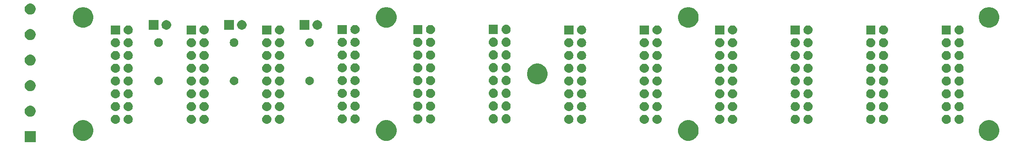
<source format=gbr>
G04 #@! TF.GenerationSoftware,KiCad,Pcbnew,5.0.2+dfsg1-1~bpo9+1*
G04 #@! TF.CreationDate,2019-10-18T22:52:31+02:00*
G04 #@! TF.ProjectId,busboard,62757362-6f61-4726-942e-6b696361645f,rev?*
G04 #@! TF.SameCoordinates,Original*
G04 #@! TF.FileFunction,Soldermask,Bot*
G04 #@! TF.FilePolarity,Negative*
%FSLAX46Y46*%
G04 Gerber Fmt 4.6, Leading zero omitted, Abs format (unit mm)*
G04 Created by KiCad (PCBNEW 5.0.2+dfsg1-1~bpo9+1) date Fri 18 Oct 2019 10:52:31 PM CEST*
%MOMM*%
%LPD*%
G01*
G04 APERTURE LIST*
%ADD10C,0.100000*%
G04 APERTURE END LIST*
D10*
G36*
X48091000Y-79841000D02*
X45889000Y-79841000D01*
X45889000Y-77639000D01*
X48091000Y-77639000D01*
X48091000Y-79841000D01*
X48091000Y-79841000D01*
G37*
G36*
X238098252Y-75527818D02*
X238098254Y-75527819D01*
X238098255Y-75527819D01*
X238471513Y-75682427D01*
X238633381Y-75790584D01*
X238807439Y-75906886D01*
X239093114Y-76192561D01*
X239093116Y-76192564D01*
X239317573Y-76528487D01*
X239472181Y-76901745D01*
X239551000Y-77297994D01*
X239551000Y-77702006D01*
X239472181Y-78098255D01*
X239317573Y-78471513D01*
X239317572Y-78471514D01*
X239093114Y-78807439D01*
X238807439Y-79093114D01*
X238807436Y-79093116D01*
X238471513Y-79317573D01*
X238098255Y-79472181D01*
X238098254Y-79472181D01*
X238098252Y-79472182D01*
X237702007Y-79551000D01*
X237297993Y-79551000D01*
X236901748Y-79472182D01*
X236901746Y-79472181D01*
X236901745Y-79472181D01*
X236528487Y-79317573D01*
X236192564Y-79093116D01*
X236192561Y-79093114D01*
X235906886Y-78807439D01*
X235682428Y-78471514D01*
X235682427Y-78471513D01*
X235527819Y-78098255D01*
X235449000Y-77702006D01*
X235449000Y-77297994D01*
X235527819Y-76901745D01*
X235682427Y-76528487D01*
X235906884Y-76192564D01*
X235906886Y-76192561D01*
X236192561Y-75906886D01*
X236366619Y-75790584D01*
X236528487Y-75682427D01*
X236901745Y-75527819D01*
X236901746Y-75527819D01*
X236901748Y-75527818D01*
X237297993Y-75449000D01*
X237702007Y-75449000D01*
X238098252Y-75527818D01*
X238098252Y-75527818D01*
G37*
G36*
X58098252Y-75527818D02*
X58098254Y-75527819D01*
X58098255Y-75527819D01*
X58471513Y-75682427D01*
X58633381Y-75790584D01*
X58807439Y-75906886D01*
X59093114Y-76192561D01*
X59093116Y-76192564D01*
X59317573Y-76528487D01*
X59472181Y-76901745D01*
X59551000Y-77297994D01*
X59551000Y-77702006D01*
X59472181Y-78098255D01*
X59317573Y-78471513D01*
X59317572Y-78471514D01*
X59093114Y-78807439D01*
X58807439Y-79093114D01*
X58807436Y-79093116D01*
X58471513Y-79317573D01*
X58098255Y-79472181D01*
X58098254Y-79472181D01*
X58098252Y-79472182D01*
X57702007Y-79551000D01*
X57297993Y-79551000D01*
X56901748Y-79472182D01*
X56901746Y-79472181D01*
X56901745Y-79472181D01*
X56528487Y-79317573D01*
X56192564Y-79093116D01*
X56192561Y-79093114D01*
X55906886Y-78807439D01*
X55682428Y-78471514D01*
X55682427Y-78471513D01*
X55527819Y-78098255D01*
X55449000Y-77702006D01*
X55449000Y-77297994D01*
X55527819Y-76901745D01*
X55682427Y-76528487D01*
X55906884Y-76192564D01*
X55906886Y-76192561D01*
X56192561Y-75906886D01*
X56366619Y-75790584D01*
X56528487Y-75682427D01*
X56901745Y-75527819D01*
X56901746Y-75527819D01*
X56901748Y-75527818D01*
X57297993Y-75449000D01*
X57702007Y-75449000D01*
X58098252Y-75527818D01*
X58098252Y-75527818D01*
G37*
G36*
X118348252Y-75527818D02*
X118348254Y-75527819D01*
X118348255Y-75527819D01*
X118721513Y-75682427D01*
X118883381Y-75790584D01*
X119057439Y-75906886D01*
X119343114Y-76192561D01*
X119343116Y-76192564D01*
X119567573Y-76528487D01*
X119722181Y-76901745D01*
X119801000Y-77297994D01*
X119801000Y-77702006D01*
X119722181Y-78098255D01*
X119567573Y-78471513D01*
X119567572Y-78471514D01*
X119343114Y-78807439D01*
X119057439Y-79093114D01*
X119057436Y-79093116D01*
X118721513Y-79317573D01*
X118348255Y-79472181D01*
X118348254Y-79472181D01*
X118348252Y-79472182D01*
X117952007Y-79551000D01*
X117547993Y-79551000D01*
X117151748Y-79472182D01*
X117151746Y-79472181D01*
X117151745Y-79472181D01*
X116778487Y-79317573D01*
X116442564Y-79093116D01*
X116442561Y-79093114D01*
X116156886Y-78807439D01*
X115932428Y-78471514D01*
X115932427Y-78471513D01*
X115777819Y-78098255D01*
X115699000Y-77702006D01*
X115699000Y-77297994D01*
X115777819Y-76901745D01*
X115932427Y-76528487D01*
X116156884Y-76192564D01*
X116156886Y-76192561D01*
X116442561Y-75906886D01*
X116616619Y-75790584D01*
X116778487Y-75682427D01*
X117151745Y-75527819D01*
X117151746Y-75527819D01*
X117151748Y-75527818D01*
X117547993Y-75449000D01*
X117952007Y-75449000D01*
X118348252Y-75527818D01*
X118348252Y-75527818D01*
G37*
G36*
X178348252Y-75527818D02*
X178348254Y-75527819D01*
X178348255Y-75527819D01*
X178721513Y-75682427D01*
X178883381Y-75790584D01*
X179057439Y-75906886D01*
X179343114Y-76192561D01*
X179343116Y-76192564D01*
X179567573Y-76528487D01*
X179722181Y-76901745D01*
X179801000Y-77297994D01*
X179801000Y-77702006D01*
X179722181Y-78098255D01*
X179567573Y-78471513D01*
X179567572Y-78471514D01*
X179343114Y-78807439D01*
X179057439Y-79093114D01*
X179057436Y-79093116D01*
X178721513Y-79317573D01*
X178348255Y-79472181D01*
X178348254Y-79472181D01*
X178348252Y-79472182D01*
X177952007Y-79551000D01*
X177547993Y-79551000D01*
X177151748Y-79472182D01*
X177151746Y-79472181D01*
X177151745Y-79472181D01*
X176778487Y-79317573D01*
X176442564Y-79093116D01*
X176442561Y-79093114D01*
X176156886Y-78807439D01*
X175932428Y-78471514D01*
X175932427Y-78471513D01*
X175777819Y-78098255D01*
X175699000Y-77702006D01*
X175699000Y-77297994D01*
X175777819Y-76901745D01*
X175932427Y-76528487D01*
X176156884Y-76192564D01*
X176156886Y-76192561D01*
X176442561Y-75906886D01*
X176616619Y-75790584D01*
X176778487Y-75682427D01*
X177151745Y-75527819D01*
X177151746Y-75527819D01*
X177151748Y-75527818D01*
X177547993Y-75449000D01*
X177952007Y-75449000D01*
X178348252Y-75527818D01*
X178348252Y-75527818D01*
G37*
G36*
X79179294Y-74378633D02*
X79351694Y-74430931D01*
X79351696Y-74430932D01*
X79510583Y-74515859D01*
X79649849Y-74630151D01*
X79764141Y-74769417D01*
X79806307Y-74848304D01*
X79849069Y-74928306D01*
X79901367Y-75100706D01*
X79919025Y-75280000D01*
X79901367Y-75459294D01*
X79849069Y-75631694D01*
X79849068Y-75631696D01*
X79764141Y-75790583D01*
X79649849Y-75929849D01*
X79510583Y-76044141D01*
X79351696Y-76129068D01*
X79351694Y-76129069D01*
X79179294Y-76181367D01*
X79044931Y-76194600D01*
X78955069Y-76194600D01*
X78820706Y-76181367D01*
X78648306Y-76129069D01*
X78648304Y-76129068D01*
X78489417Y-76044141D01*
X78350151Y-75929849D01*
X78235859Y-75790583D01*
X78150932Y-75631696D01*
X78150931Y-75631694D01*
X78098633Y-75459294D01*
X78080975Y-75280000D01*
X78098633Y-75100706D01*
X78150931Y-74928306D01*
X78193693Y-74848304D01*
X78235859Y-74769417D01*
X78350151Y-74630151D01*
X78489417Y-74515859D01*
X78648304Y-74430932D01*
X78648306Y-74430931D01*
X78820706Y-74378633D01*
X78955069Y-74365400D01*
X79044931Y-74365400D01*
X79179294Y-74378633D01*
X79179294Y-74378633D01*
G37*
G36*
X66639294Y-74378633D02*
X66811694Y-74430931D01*
X66811696Y-74430932D01*
X66970583Y-74515859D01*
X67109849Y-74630151D01*
X67224141Y-74769417D01*
X67266307Y-74848304D01*
X67309069Y-74928306D01*
X67361367Y-75100706D01*
X67379025Y-75280000D01*
X67361367Y-75459294D01*
X67309069Y-75631694D01*
X67309068Y-75631696D01*
X67224141Y-75790583D01*
X67109849Y-75929849D01*
X66970583Y-76044141D01*
X66811696Y-76129068D01*
X66811694Y-76129069D01*
X66639294Y-76181367D01*
X66504931Y-76194600D01*
X66415069Y-76194600D01*
X66280706Y-76181367D01*
X66108306Y-76129069D01*
X66108304Y-76129068D01*
X65949417Y-76044141D01*
X65810151Y-75929849D01*
X65695859Y-75790583D01*
X65610932Y-75631696D01*
X65610931Y-75631694D01*
X65558633Y-75459294D01*
X65540975Y-75280000D01*
X65558633Y-75100706D01*
X65610931Y-74928306D01*
X65653693Y-74848304D01*
X65695859Y-74769417D01*
X65810151Y-74630151D01*
X65949417Y-74515859D01*
X66108304Y-74430932D01*
X66108306Y-74430931D01*
X66280706Y-74378633D01*
X66415069Y-74365400D01*
X66504931Y-74365400D01*
X66639294Y-74378633D01*
X66639294Y-74378633D01*
G37*
G36*
X64099294Y-74378633D02*
X64271694Y-74430931D01*
X64271696Y-74430932D01*
X64430583Y-74515859D01*
X64569849Y-74630151D01*
X64684141Y-74769417D01*
X64726307Y-74848304D01*
X64769069Y-74928306D01*
X64821367Y-75100706D01*
X64839025Y-75280000D01*
X64821367Y-75459294D01*
X64769069Y-75631694D01*
X64769068Y-75631696D01*
X64684141Y-75790583D01*
X64569849Y-75929849D01*
X64430583Y-76044141D01*
X64271696Y-76129068D01*
X64271694Y-76129069D01*
X64099294Y-76181367D01*
X63964931Y-76194600D01*
X63875069Y-76194600D01*
X63740706Y-76181367D01*
X63568306Y-76129069D01*
X63568304Y-76129068D01*
X63409417Y-76044141D01*
X63270151Y-75929849D01*
X63155859Y-75790583D01*
X63070932Y-75631696D01*
X63070931Y-75631694D01*
X63018633Y-75459294D01*
X63000975Y-75280000D01*
X63018633Y-75100706D01*
X63070931Y-74928306D01*
X63113693Y-74848304D01*
X63155859Y-74769417D01*
X63270151Y-74630151D01*
X63409417Y-74515859D01*
X63568304Y-74430932D01*
X63568306Y-74430931D01*
X63740706Y-74378633D01*
X63875069Y-74365400D01*
X63964931Y-74365400D01*
X64099294Y-74378633D01*
X64099294Y-74378633D01*
G37*
G36*
X81719294Y-74378633D02*
X81891694Y-74430931D01*
X81891696Y-74430932D01*
X82050583Y-74515859D01*
X82189849Y-74630151D01*
X82304141Y-74769417D01*
X82346307Y-74848304D01*
X82389069Y-74928306D01*
X82441367Y-75100706D01*
X82459025Y-75280000D01*
X82441367Y-75459294D01*
X82389069Y-75631694D01*
X82389068Y-75631696D01*
X82304141Y-75790583D01*
X82189849Y-75929849D01*
X82050583Y-76044141D01*
X81891696Y-76129068D01*
X81891694Y-76129069D01*
X81719294Y-76181367D01*
X81584931Y-76194600D01*
X81495069Y-76194600D01*
X81360706Y-76181367D01*
X81188306Y-76129069D01*
X81188304Y-76129068D01*
X81029417Y-76044141D01*
X80890151Y-75929849D01*
X80775859Y-75790583D01*
X80690932Y-75631696D01*
X80690931Y-75631694D01*
X80638633Y-75459294D01*
X80620975Y-75280000D01*
X80638633Y-75100706D01*
X80690931Y-74928306D01*
X80733693Y-74848304D01*
X80775859Y-74769417D01*
X80890151Y-74630151D01*
X81029417Y-74515859D01*
X81188304Y-74430932D01*
X81188306Y-74430931D01*
X81360706Y-74378633D01*
X81495069Y-74365400D01*
X81584931Y-74365400D01*
X81719294Y-74378633D01*
X81719294Y-74378633D01*
G37*
G36*
X96719294Y-74378633D02*
X96891694Y-74430931D01*
X96891696Y-74430932D01*
X97050583Y-74515859D01*
X97189849Y-74630151D01*
X97304141Y-74769417D01*
X97346307Y-74848304D01*
X97389069Y-74928306D01*
X97441367Y-75100706D01*
X97459025Y-75280000D01*
X97441367Y-75459294D01*
X97389069Y-75631694D01*
X97389068Y-75631696D01*
X97304141Y-75790583D01*
X97189849Y-75929849D01*
X97050583Y-76044141D01*
X96891696Y-76129068D01*
X96891694Y-76129069D01*
X96719294Y-76181367D01*
X96584931Y-76194600D01*
X96495069Y-76194600D01*
X96360706Y-76181367D01*
X96188306Y-76129069D01*
X96188304Y-76129068D01*
X96029417Y-76044141D01*
X95890151Y-75929849D01*
X95775859Y-75790583D01*
X95690932Y-75631696D01*
X95690931Y-75631694D01*
X95638633Y-75459294D01*
X95620975Y-75280000D01*
X95638633Y-75100706D01*
X95690931Y-74928306D01*
X95733693Y-74848304D01*
X95775859Y-74769417D01*
X95890151Y-74630151D01*
X96029417Y-74515859D01*
X96188304Y-74430932D01*
X96188306Y-74430931D01*
X96360706Y-74378633D01*
X96495069Y-74365400D01*
X96584931Y-74365400D01*
X96719294Y-74378633D01*
X96719294Y-74378633D01*
G37*
G36*
X94179294Y-74378633D02*
X94351694Y-74430931D01*
X94351696Y-74430932D01*
X94510583Y-74515859D01*
X94649849Y-74630151D01*
X94764141Y-74769417D01*
X94806307Y-74848304D01*
X94849069Y-74928306D01*
X94901367Y-75100706D01*
X94919025Y-75280000D01*
X94901367Y-75459294D01*
X94849069Y-75631694D01*
X94849068Y-75631696D01*
X94764141Y-75790583D01*
X94649849Y-75929849D01*
X94510583Y-76044141D01*
X94351696Y-76129068D01*
X94351694Y-76129069D01*
X94179294Y-76181367D01*
X94044931Y-76194600D01*
X93955069Y-76194600D01*
X93820706Y-76181367D01*
X93648306Y-76129069D01*
X93648304Y-76129068D01*
X93489417Y-76044141D01*
X93350151Y-75929849D01*
X93235859Y-75790583D01*
X93150932Y-75631696D01*
X93150931Y-75631694D01*
X93098633Y-75459294D01*
X93080975Y-75280000D01*
X93098633Y-75100706D01*
X93150931Y-74928306D01*
X93193693Y-74848304D01*
X93235859Y-74769417D01*
X93350151Y-74630151D01*
X93489417Y-74515859D01*
X93648304Y-74430932D01*
X93648306Y-74430931D01*
X93820706Y-74378633D01*
X93955069Y-74365400D01*
X94044931Y-74365400D01*
X94179294Y-74378633D01*
X94179294Y-74378633D01*
G37*
G36*
X156719294Y-74378633D02*
X156891694Y-74430931D01*
X156891696Y-74430932D01*
X157050583Y-74515859D01*
X157189849Y-74630151D01*
X157304141Y-74769417D01*
X157346307Y-74848304D01*
X157389069Y-74928306D01*
X157441367Y-75100706D01*
X157459025Y-75280000D01*
X157441367Y-75459294D01*
X157389069Y-75631694D01*
X157389068Y-75631696D01*
X157304141Y-75790583D01*
X157189849Y-75929849D01*
X157050583Y-76044141D01*
X156891696Y-76129068D01*
X156891694Y-76129069D01*
X156719294Y-76181367D01*
X156584931Y-76194600D01*
X156495069Y-76194600D01*
X156360706Y-76181367D01*
X156188306Y-76129069D01*
X156188304Y-76129068D01*
X156029417Y-76044141D01*
X155890151Y-75929849D01*
X155775859Y-75790583D01*
X155690932Y-75631696D01*
X155690931Y-75631694D01*
X155638633Y-75459294D01*
X155620975Y-75280000D01*
X155638633Y-75100706D01*
X155690931Y-74928306D01*
X155733693Y-74848304D01*
X155775859Y-74769417D01*
X155890151Y-74630151D01*
X156029417Y-74515859D01*
X156188304Y-74430932D01*
X156188306Y-74430931D01*
X156360706Y-74378633D01*
X156495069Y-74365400D01*
X156584931Y-74365400D01*
X156719294Y-74378633D01*
X156719294Y-74378633D01*
G37*
G36*
X154179294Y-74378633D02*
X154351694Y-74430931D01*
X154351696Y-74430932D01*
X154510583Y-74515859D01*
X154649849Y-74630151D01*
X154764141Y-74769417D01*
X154806307Y-74848304D01*
X154849069Y-74928306D01*
X154901367Y-75100706D01*
X154919025Y-75280000D01*
X154901367Y-75459294D01*
X154849069Y-75631694D01*
X154849068Y-75631696D01*
X154764141Y-75790583D01*
X154649849Y-75929849D01*
X154510583Y-76044141D01*
X154351696Y-76129068D01*
X154351694Y-76129069D01*
X154179294Y-76181367D01*
X154044931Y-76194600D01*
X153955069Y-76194600D01*
X153820706Y-76181367D01*
X153648306Y-76129069D01*
X153648304Y-76129068D01*
X153489417Y-76044141D01*
X153350151Y-75929849D01*
X153235859Y-75790583D01*
X153150932Y-75631696D01*
X153150931Y-75631694D01*
X153098633Y-75459294D01*
X153080975Y-75280000D01*
X153098633Y-75100706D01*
X153150931Y-74928306D01*
X153193693Y-74848304D01*
X153235859Y-74769417D01*
X153350151Y-74630151D01*
X153489417Y-74515859D01*
X153648304Y-74430932D01*
X153648306Y-74430931D01*
X153820706Y-74378633D01*
X153955069Y-74365400D01*
X154044931Y-74365400D01*
X154179294Y-74378633D01*
X154179294Y-74378633D01*
G37*
G36*
X171719294Y-74378633D02*
X171891694Y-74430931D01*
X171891696Y-74430932D01*
X172050583Y-74515859D01*
X172189849Y-74630151D01*
X172304141Y-74769417D01*
X172346307Y-74848304D01*
X172389069Y-74928306D01*
X172441367Y-75100706D01*
X172459025Y-75280000D01*
X172441367Y-75459294D01*
X172389069Y-75631694D01*
X172389068Y-75631696D01*
X172304141Y-75790583D01*
X172189849Y-75929849D01*
X172050583Y-76044141D01*
X171891696Y-76129068D01*
X171891694Y-76129069D01*
X171719294Y-76181367D01*
X171584931Y-76194600D01*
X171495069Y-76194600D01*
X171360706Y-76181367D01*
X171188306Y-76129069D01*
X171188304Y-76129068D01*
X171029417Y-76044141D01*
X170890151Y-75929849D01*
X170775859Y-75790583D01*
X170690932Y-75631696D01*
X170690931Y-75631694D01*
X170638633Y-75459294D01*
X170620975Y-75280000D01*
X170638633Y-75100706D01*
X170690931Y-74928306D01*
X170733693Y-74848304D01*
X170775859Y-74769417D01*
X170890151Y-74630151D01*
X171029417Y-74515859D01*
X171188304Y-74430932D01*
X171188306Y-74430931D01*
X171360706Y-74378633D01*
X171495069Y-74365400D01*
X171584931Y-74365400D01*
X171719294Y-74378633D01*
X171719294Y-74378633D01*
G37*
G36*
X184179294Y-74378633D02*
X184351694Y-74430931D01*
X184351696Y-74430932D01*
X184510583Y-74515859D01*
X184649849Y-74630151D01*
X184764141Y-74769417D01*
X184806307Y-74848304D01*
X184849069Y-74928306D01*
X184901367Y-75100706D01*
X184919025Y-75280000D01*
X184901367Y-75459294D01*
X184849069Y-75631694D01*
X184849068Y-75631696D01*
X184764141Y-75790583D01*
X184649849Y-75929849D01*
X184510583Y-76044141D01*
X184351696Y-76129068D01*
X184351694Y-76129069D01*
X184179294Y-76181367D01*
X184044931Y-76194600D01*
X183955069Y-76194600D01*
X183820706Y-76181367D01*
X183648306Y-76129069D01*
X183648304Y-76129068D01*
X183489417Y-76044141D01*
X183350151Y-75929849D01*
X183235859Y-75790583D01*
X183150932Y-75631696D01*
X183150931Y-75631694D01*
X183098633Y-75459294D01*
X183080975Y-75280000D01*
X183098633Y-75100706D01*
X183150931Y-74928306D01*
X183193693Y-74848304D01*
X183235859Y-74769417D01*
X183350151Y-74630151D01*
X183489417Y-74515859D01*
X183648304Y-74430932D01*
X183648306Y-74430931D01*
X183820706Y-74378633D01*
X183955069Y-74365400D01*
X184044931Y-74365400D01*
X184179294Y-74378633D01*
X184179294Y-74378633D01*
G37*
G36*
X201719294Y-74378633D02*
X201891694Y-74430931D01*
X201891696Y-74430932D01*
X202050583Y-74515859D01*
X202189849Y-74630151D01*
X202304141Y-74769417D01*
X202346307Y-74848304D01*
X202389069Y-74928306D01*
X202441367Y-75100706D01*
X202459025Y-75280000D01*
X202441367Y-75459294D01*
X202389069Y-75631694D01*
X202389068Y-75631696D01*
X202304141Y-75790583D01*
X202189849Y-75929849D01*
X202050583Y-76044141D01*
X201891696Y-76129068D01*
X201891694Y-76129069D01*
X201719294Y-76181367D01*
X201584931Y-76194600D01*
X201495069Y-76194600D01*
X201360706Y-76181367D01*
X201188306Y-76129069D01*
X201188304Y-76129068D01*
X201029417Y-76044141D01*
X200890151Y-75929849D01*
X200775859Y-75790583D01*
X200690932Y-75631696D01*
X200690931Y-75631694D01*
X200638633Y-75459294D01*
X200620975Y-75280000D01*
X200638633Y-75100706D01*
X200690931Y-74928306D01*
X200733693Y-74848304D01*
X200775859Y-74769417D01*
X200890151Y-74630151D01*
X201029417Y-74515859D01*
X201188304Y-74430932D01*
X201188306Y-74430931D01*
X201360706Y-74378633D01*
X201495069Y-74365400D01*
X201584931Y-74365400D01*
X201719294Y-74378633D01*
X201719294Y-74378633D01*
G37*
G36*
X199179294Y-74378633D02*
X199351694Y-74430931D01*
X199351696Y-74430932D01*
X199510583Y-74515859D01*
X199649849Y-74630151D01*
X199764141Y-74769417D01*
X199806307Y-74848304D01*
X199849069Y-74928306D01*
X199901367Y-75100706D01*
X199919025Y-75280000D01*
X199901367Y-75459294D01*
X199849069Y-75631694D01*
X199849068Y-75631696D01*
X199764141Y-75790583D01*
X199649849Y-75929849D01*
X199510583Y-76044141D01*
X199351696Y-76129068D01*
X199351694Y-76129069D01*
X199179294Y-76181367D01*
X199044931Y-76194600D01*
X198955069Y-76194600D01*
X198820706Y-76181367D01*
X198648306Y-76129069D01*
X198648304Y-76129068D01*
X198489417Y-76044141D01*
X198350151Y-75929849D01*
X198235859Y-75790583D01*
X198150932Y-75631696D01*
X198150931Y-75631694D01*
X198098633Y-75459294D01*
X198080975Y-75280000D01*
X198098633Y-75100706D01*
X198150931Y-74928306D01*
X198193693Y-74848304D01*
X198235859Y-74769417D01*
X198350151Y-74630151D01*
X198489417Y-74515859D01*
X198648304Y-74430932D01*
X198648306Y-74430931D01*
X198820706Y-74378633D01*
X198955069Y-74365400D01*
X199044931Y-74365400D01*
X199179294Y-74378633D01*
X199179294Y-74378633D01*
G37*
G36*
X214179294Y-74378633D02*
X214351694Y-74430931D01*
X214351696Y-74430932D01*
X214510583Y-74515859D01*
X214649849Y-74630151D01*
X214764141Y-74769417D01*
X214806307Y-74848304D01*
X214849069Y-74928306D01*
X214901367Y-75100706D01*
X214919025Y-75280000D01*
X214901367Y-75459294D01*
X214849069Y-75631694D01*
X214849068Y-75631696D01*
X214764141Y-75790583D01*
X214649849Y-75929849D01*
X214510583Y-76044141D01*
X214351696Y-76129068D01*
X214351694Y-76129069D01*
X214179294Y-76181367D01*
X214044931Y-76194600D01*
X213955069Y-76194600D01*
X213820706Y-76181367D01*
X213648306Y-76129069D01*
X213648304Y-76129068D01*
X213489417Y-76044141D01*
X213350151Y-75929849D01*
X213235859Y-75790583D01*
X213150932Y-75631696D01*
X213150931Y-75631694D01*
X213098633Y-75459294D01*
X213080975Y-75280000D01*
X213098633Y-75100706D01*
X213150931Y-74928306D01*
X213193693Y-74848304D01*
X213235859Y-74769417D01*
X213350151Y-74630151D01*
X213489417Y-74515859D01*
X213648304Y-74430932D01*
X213648306Y-74430931D01*
X213820706Y-74378633D01*
X213955069Y-74365400D01*
X214044931Y-74365400D01*
X214179294Y-74378633D01*
X214179294Y-74378633D01*
G37*
G36*
X186719294Y-74378633D02*
X186891694Y-74430931D01*
X186891696Y-74430932D01*
X187050583Y-74515859D01*
X187189849Y-74630151D01*
X187304141Y-74769417D01*
X187346307Y-74848304D01*
X187389069Y-74928306D01*
X187441367Y-75100706D01*
X187459025Y-75280000D01*
X187441367Y-75459294D01*
X187389069Y-75631694D01*
X187389068Y-75631696D01*
X187304141Y-75790583D01*
X187189849Y-75929849D01*
X187050583Y-76044141D01*
X186891696Y-76129068D01*
X186891694Y-76129069D01*
X186719294Y-76181367D01*
X186584931Y-76194600D01*
X186495069Y-76194600D01*
X186360706Y-76181367D01*
X186188306Y-76129069D01*
X186188304Y-76129068D01*
X186029417Y-76044141D01*
X185890151Y-75929849D01*
X185775859Y-75790583D01*
X185690932Y-75631696D01*
X185690931Y-75631694D01*
X185638633Y-75459294D01*
X185620975Y-75280000D01*
X185638633Y-75100706D01*
X185690931Y-74928306D01*
X185733693Y-74848304D01*
X185775859Y-74769417D01*
X185890151Y-74630151D01*
X186029417Y-74515859D01*
X186188304Y-74430932D01*
X186188306Y-74430931D01*
X186360706Y-74378633D01*
X186495069Y-74365400D01*
X186584931Y-74365400D01*
X186719294Y-74378633D01*
X186719294Y-74378633D01*
G37*
G36*
X231719294Y-74378633D02*
X231891694Y-74430931D01*
X231891696Y-74430932D01*
X232050583Y-74515859D01*
X232189849Y-74630151D01*
X232304141Y-74769417D01*
X232346307Y-74848304D01*
X232389069Y-74928306D01*
X232441367Y-75100706D01*
X232459025Y-75280000D01*
X232441367Y-75459294D01*
X232389069Y-75631694D01*
X232389068Y-75631696D01*
X232304141Y-75790583D01*
X232189849Y-75929849D01*
X232050583Y-76044141D01*
X231891696Y-76129068D01*
X231891694Y-76129069D01*
X231719294Y-76181367D01*
X231584931Y-76194600D01*
X231495069Y-76194600D01*
X231360706Y-76181367D01*
X231188306Y-76129069D01*
X231188304Y-76129068D01*
X231029417Y-76044141D01*
X230890151Y-75929849D01*
X230775859Y-75790583D01*
X230690932Y-75631696D01*
X230690931Y-75631694D01*
X230638633Y-75459294D01*
X230620975Y-75280000D01*
X230638633Y-75100706D01*
X230690931Y-74928306D01*
X230733693Y-74848304D01*
X230775859Y-74769417D01*
X230890151Y-74630151D01*
X231029417Y-74515859D01*
X231188304Y-74430932D01*
X231188306Y-74430931D01*
X231360706Y-74378633D01*
X231495069Y-74365400D01*
X231584931Y-74365400D01*
X231719294Y-74378633D01*
X231719294Y-74378633D01*
G37*
G36*
X229179294Y-74378633D02*
X229351694Y-74430931D01*
X229351696Y-74430932D01*
X229510583Y-74515859D01*
X229649849Y-74630151D01*
X229764141Y-74769417D01*
X229806307Y-74848304D01*
X229849069Y-74928306D01*
X229901367Y-75100706D01*
X229919025Y-75280000D01*
X229901367Y-75459294D01*
X229849069Y-75631694D01*
X229849068Y-75631696D01*
X229764141Y-75790583D01*
X229649849Y-75929849D01*
X229510583Y-76044141D01*
X229351696Y-76129068D01*
X229351694Y-76129069D01*
X229179294Y-76181367D01*
X229044931Y-76194600D01*
X228955069Y-76194600D01*
X228820706Y-76181367D01*
X228648306Y-76129069D01*
X228648304Y-76129068D01*
X228489417Y-76044141D01*
X228350151Y-75929849D01*
X228235859Y-75790583D01*
X228150932Y-75631696D01*
X228150931Y-75631694D01*
X228098633Y-75459294D01*
X228080975Y-75280000D01*
X228098633Y-75100706D01*
X228150931Y-74928306D01*
X228193693Y-74848304D01*
X228235859Y-74769417D01*
X228350151Y-74630151D01*
X228489417Y-74515859D01*
X228648304Y-74430932D01*
X228648306Y-74430931D01*
X228820706Y-74378633D01*
X228955069Y-74365400D01*
X229044931Y-74365400D01*
X229179294Y-74378633D01*
X229179294Y-74378633D01*
G37*
G36*
X216719294Y-74378633D02*
X216891694Y-74430931D01*
X216891696Y-74430932D01*
X217050583Y-74515859D01*
X217189849Y-74630151D01*
X217304141Y-74769417D01*
X217346307Y-74848304D01*
X217389069Y-74928306D01*
X217441367Y-75100706D01*
X217459025Y-75280000D01*
X217441367Y-75459294D01*
X217389069Y-75631694D01*
X217389068Y-75631696D01*
X217304141Y-75790583D01*
X217189849Y-75929849D01*
X217050583Y-76044141D01*
X216891696Y-76129068D01*
X216891694Y-76129069D01*
X216719294Y-76181367D01*
X216584931Y-76194600D01*
X216495069Y-76194600D01*
X216360706Y-76181367D01*
X216188306Y-76129069D01*
X216188304Y-76129068D01*
X216029417Y-76044141D01*
X215890151Y-75929849D01*
X215775859Y-75790583D01*
X215690932Y-75631696D01*
X215690931Y-75631694D01*
X215638633Y-75459294D01*
X215620975Y-75280000D01*
X215638633Y-75100706D01*
X215690931Y-74928306D01*
X215733693Y-74848304D01*
X215775859Y-74769417D01*
X215890151Y-74630151D01*
X216029417Y-74515859D01*
X216188304Y-74430932D01*
X216188306Y-74430931D01*
X216360706Y-74378633D01*
X216495069Y-74365400D01*
X216584931Y-74365400D01*
X216719294Y-74378633D01*
X216719294Y-74378633D01*
G37*
G36*
X169179294Y-74378633D02*
X169351694Y-74430931D01*
X169351696Y-74430932D01*
X169510583Y-74515859D01*
X169649849Y-74630151D01*
X169764141Y-74769417D01*
X169806307Y-74848304D01*
X169849069Y-74928306D01*
X169901367Y-75100706D01*
X169919025Y-75280000D01*
X169901367Y-75459294D01*
X169849069Y-75631694D01*
X169849068Y-75631696D01*
X169764141Y-75790583D01*
X169649849Y-75929849D01*
X169510583Y-76044141D01*
X169351696Y-76129068D01*
X169351694Y-76129069D01*
X169179294Y-76181367D01*
X169044931Y-76194600D01*
X168955069Y-76194600D01*
X168820706Y-76181367D01*
X168648306Y-76129069D01*
X168648304Y-76129068D01*
X168489417Y-76044141D01*
X168350151Y-75929849D01*
X168235859Y-75790583D01*
X168150932Y-75631696D01*
X168150931Y-75631694D01*
X168098633Y-75459294D01*
X168080975Y-75280000D01*
X168098633Y-75100706D01*
X168150931Y-74928306D01*
X168193693Y-74848304D01*
X168235859Y-74769417D01*
X168350151Y-74630151D01*
X168489417Y-74515859D01*
X168648304Y-74430932D01*
X168648306Y-74430931D01*
X168820706Y-74378633D01*
X168955069Y-74365400D01*
X169044931Y-74365400D01*
X169179294Y-74378633D01*
X169179294Y-74378633D01*
G37*
G36*
X109179294Y-74298633D02*
X109351694Y-74350931D01*
X109351696Y-74350932D01*
X109510583Y-74435859D01*
X109649849Y-74550151D01*
X109764141Y-74689417D01*
X109849068Y-74848304D01*
X109849069Y-74848306D01*
X109901367Y-75020706D01*
X109919025Y-75200000D01*
X109901367Y-75379294D01*
X109849069Y-75551694D01*
X109849068Y-75551696D01*
X109764141Y-75710583D01*
X109649849Y-75849849D01*
X109510583Y-75964141D01*
X109360914Y-76044141D01*
X109351694Y-76049069D01*
X109179294Y-76101367D01*
X109044931Y-76114600D01*
X108955069Y-76114600D01*
X108820706Y-76101367D01*
X108648306Y-76049069D01*
X108639086Y-76044141D01*
X108489417Y-75964141D01*
X108350151Y-75849849D01*
X108235859Y-75710583D01*
X108150932Y-75551696D01*
X108150931Y-75551694D01*
X108098633Y-75379294D01*
X108080975Y-75200000D01*
X108098633Y-75020706D01*
X108150931Y-74848306D01*
X108150932Y-74848304D01*
X108235859Y-74689417D01*
X108350151Y-74550151D01*
X108489417Y-74435859D01*
X108648304Y-74350932D01*
X108648306Y-74350931D01*
X108820706Y-74298633D01*
X108955069Y-74285400D01*
X109044931Y-74285400D01*
X109179294Y-74298633D01*
X109179294Y-74298633D01*
G37*
G36*
X111719294Y-74298633D02*
X111891694Y-74350931D01*
X111891696Y-74350932D01*
X112050583Y-74435859D01*
X112189849Y-74550151D01*
X112304141Y-74689417D01*
X112389068Y-74848304D01*
X112389069Y-74848306D01*
X112441367Y-75020706D01*
X112459025Y-75200000D01*
X112441367Y-75379294D01*
X112389069Y-75551694D01*
X112389068Y-75551696D01*
X112304141Y-75710583D01*
X112189849Y-75849849D01*
X112050583Y-75964141D01*
X111900914Y-76044141D01*
X111891694Y-76049069D01*
X111719294Y-76101367D01*
X111584931Y-76114600D01*
X111495069Y-76114600D01*
X111360706Y-76101367D01*
X111188306Y-76049069D01*
X111179086Y-76044141D01*
X111029417Y-75964141D01*
X110890151Y-75849849D01*
X110775859Y-75710583D01*
X110690932Y-75551696D01*
X110690931Y-75551694D01*
X110638633Y-75379294D01*
X110620975Y-75200000D01*
X110638633Y-75020706D01*
X110690931Y-74848306D01*
X110690932Y-74848304D01*
X110775859Y-74689417D01*
X110890151Y-74550151D01*
X111029417Y-74435859D01*
X111188304Y-74350932D01*
X111188306Y-74350931D01*
X111360706Y-74298633D01*
X111495069Y-74285400D01*
X111584931Y-74285400D01*
X111719294Y-74298633D01*
X111719294Y-74298633D01*
G37*
G36*
X124179294Y-74298633D02*
X124351694Y-74350931D01*
X124351696Y-74350932D01*
X124510583Y-74435859D01*
X124649849Y-74550151D01*
X124764141Y-74689417D01*
X124849068Y-74848304D01*
X124849069Y-74848306D01*
X124901367Y-75020706D01*
X124919025Y-75200000D01*
X124901367Y-75379294D01*
X124849069Y-75551694D01*
X124849068Y-75551696D01*
X124764141Y-75710583D01*
X124649849Y-75849849D01*
X124510583Y-75964141D01*
X124360914Y-76044141D01*
X124351694Y-76049069D01*
X124179294Y-76101367D01*
X124044931Y-76114600D01*
X123955069Y-76114600D01*
X123820706Y-76101367D01*
X123648306Y-76049069D01*
X123639086Y-76044141D01*
X123489417Y-75964141D01*
X123350151Y-75849849D01*
X123235859Y-75710583D01*
X123150932Y-75551696D01*
X123150931Y-75551694D01*
X123098633Y-75379294D01*
X123080975Y-75200000D01*
X123098633Y-75020706D01*
X123150931Y-74848306D01*
X123150932Y-74848304D01*
X123235859Y-74689417D01*
X123350151Y-74550151D01*
X123489417Y-74435859D01*
X123648304Y-74350932D01*
X123648306Y-74350931D01*
X123820706Y-74298633D01*
X123955069Y-74285400D01*
X124044931Y-74285400D01*
X124179294Y-74298633D01*
X124179294Y-74298633D01*
G37*
G36*
X126719294Y-74298633D02*
X126891694Y-74350931D01*
X126891696Y-74350932D01*
X127050583Y-74435859D01*
X127189849Y-74550151D01*
X127304141Y-74689417D01*
X127389068Y-74848304D01*
X127389069Y-74848306D01*
X127441367Y-75020706D01*
X127459025Y-75200000D01*
X127441367Y-75379294D01*
X127389069Y-75551694D01*
X127389068Y-75551696D01*
X127304141Y-75710583D01*
X127189849Y-75849849D01*
X127050583Y-75964141D01*
X126900914Y-76044141D01*
X126891694Y-76049069D01*
X126719294Y-76101367D01*
X126584931Y-76114600D01*
X126495069Y-76114600D01*
X126360706Y-76101367D01*
X126188306Y-76049069D01*
X126179086Y-76044141D01*
X126029417Y-75964141D01*
X125890151Y-75849849D01*
X125775859Y-75710583D01*
X125690932Y-75551696D01*
X125690931Y-75551694D01*
X125638633Y-75379294D01*
X125620975Y-75200000D01*
X125638633Y-75020706D01*
X125690931Y-74848306D01*
X125690932Y-74848304D01*
X125775859Y-74689417D01*
X125890151Y-74550151D01*
X126029417Y-74435859D01*
X126188304Y-74350932D01*
X126188306Y-74350931D01*
X126360706Y-74298633D01*
X126495069Y-74285400D01*
X126584931Y-74285400D01*
X126719294Y-74298633D01*
X126719294Y-74298633D01*
G37*
G36*
X139179294Y-74258633D02*
X139351694Y-74310931D01*
X139351696Y-74310932D01*
X139510583Y-74395859D01*
X139649849Y-74510151D01*
X139764141Y-74649417D01*
X139823783Y-74761000D01*
X139849069Y-74808306D01*
X139901367Y-74980706D01*
X139919025Y-75160000D01*
X139901367Y-75339294D01*
X139849069Y-75511694D01*
X139849068Y-75511696D01*
X139764141Y-75670583D01*
X139649849Y-75809849D01*
X139510583Y-75924141D01*
X139435750Y-75964140D01*
X139351694Y-76009069D01*
X139179294Y-76061367D01*
X139044931Y-76074600D01*
X138955069Y-76074600D01*
X138820706Y-76061367D01*
X138648306Y-76009069D01*
X138564250Y-75964140D01*
X138489417Y-75924141D01*
X138350151Y-75809849D01*
X138235859Y-75670583D01*
X138150932Y-75511696D01*
X138150931Y-75511694D01*
X138098633Y-75339294D01*
X138080975Y-75160000D01*
X138098633Y-74980706D01*
X138150931Y-74808306D01*
X138176217Y-74761000D01*
X138235859Y-74649417D01*
X138350151Y-74510151D01*
X138489417Y-74395859D01*
X138648304Y-74310932D01*
X138648306Y-74310931D01*
X138820706Y-74258633D01*
X138955069Y-74245400D01*
X139044931Y-74245400D01*
X139179294Y-74258633D01*
X139179294Y-74258633D01*
G37*
G36*
X141719294Y-74258633D02*
X141891694Y-74310931D01*
X141891696Y-74310932D01*
X142050583Y-74395859D01*
X142189849Y-74510151D01*
X142304141Y-74649417D01*
X142363783Y-74761000D01*
X142389069Y-74808306D01*
X142441367Y-74980706D01*
X142459025Y-75160000D01*
X142441367Y-75339294D01*
X142389069Y-75511694D01*
X142389068Y-75511696D01*
X142304141Y-75670583D01*
X142189849Y-75809849D01*
X142050583Y-75924141D01*
X141975750Y-75964140D01*
X141891694Y-76009069D01*
X141719294Y-76061367D01*
X141584931Y-76074600D01*
X141495069Y-76074600D01*
X141360706Y-76061367D01*
X141188306Y-76009069D01*
X141104250Y-75964140D01*
X141029417Y-75924141D01*
X140890151Y-75809849D01*
X140775859Y-75670583D01*
X140690932Y-75511696D01*
X140690931Y-75511694D01*
X140638633Y-75339294D01*
X140620975Y-75160000D01*
X140638633Y-74980706D01*
X140690931Y-74808306D01*
X140716217Y-74761000D01*
X140775859Y-74649417D01*
X140890151Y-74510151D01*
X141029417Y-74395859D01*
X141188304Y-74310932D01*
X141188306Y-74310931D01*
X141360706Y-74258633D01*
X141495069Y-74245400D01*
X141584931Y-74245400D01*
X141719294Y-74258633D01*
X141719294Y-74258633D01*
G37*
G36*
X47204795Y-72580156D02*
X47311150Y-72601311D01*
X47356269Y-72620000D01*
X47511516Y-72684305D01*
X47511519Y-72684307D01*
X47683609Y-72799294D01*
X47691850Y-72804801D01*
X47845199Y-72958150D01*
X47845201Y-72958153D01*
X47845202Y-72958154D01*
X47934431Y-73091694D01*
X47965695Y-73138484D01*
X48048689Y-73338851D01*
X48091000Y-73551560D01*
X48091000Y-73768440D01*
X48048689Y-73981149D01*
X47965695Y-74181516D01*
X47965693Y-74181519D01*
X47852495Y-74350932D01*
X47845199Y-74361850D01*
X47691850Y-74515199D01*
X47691847Y-74515201D01*
X47691846Y-74515202D01*
X47690861Y-74515860D01*
X47511516Y-74635695D01*
X47381990Y-74689346D01*
X47311150Y-74718689D01*
X47204794Y-74739845D01*
X47098440Y-74761000D01*
X46881560Y-74761000D01*
X46775206Y-74739845D01*
X46668850Y-74718689D01*
X46598010Y-74689346D01*
X46468484Y-74635695D01*
X46289139Y-74515860D01*
X46288154Y-74515202D01*
X46288153Y-74515201D01*
X46288150Y-74515199D01*
X46134801Y-74361850D01*
X46127506Y-74350932D01*
X46014307Y-74181519D01*
X46014305Y-74181516D01*
X45931311Y-73981149D01*
X45889000Y-73768440D01*
X45889000Y-73551560D01*
X45931311Y-73338851D01*
X46014305Y-73138484D01*
X46045569Y-73091694D01*
X46134798Y-72958154D01*
X46134799Y-72958153D01*
X46134801Y-72958150D01*
X46288150Y-72804801D01*
X46296392Y-72799294D01*
X46468481Y-72684307D01*
X46468484Y-72684305D01*
X46623731Y-72620000D01*
X46668850Y-72601311D01*
X46775205Y-72580156D01*
X46881560Y-72559000D01*
X47098440Y-72559000D01*
X47204795Y-72580156D01*
X47204795Y-72580156D01*
G37*
G36*
X216719294Y-71838633D02*
X216891694Y-71890931D01*
X216891696Y-71890932D01*
X217050583Y-71975859D01*
X217189849Y-72090151D01*
X217304141Y-72229417D01*
X217346307Y-72308304D01*
X217389069Y-72388306D01*
X217441367Y-72560706D01*
X217459025Y-72740000D01*
X217441367Y-72919294D01*
X217389069Y-73091694D01*
X217389068Y-73091696D01*
X217304141Y-73250583D01*
X217189849Y-73389849D01*
X217050583Y-73504141D01*
X216891696Y-73589068D01*
X216891694Y-73589069D01*
X216719294Y-73641367D01*
X216584931Y-73654600D01*
X216495069Y-73654600D01*
X216360706Y-73641367D01*
X216188306Y-73589069D01*
X216188304Y-73589068D01*
X216029417Y-73504141D01*
X215890151Y-73389849D01*
X215775859Y-73250583D01*
X215690932Y-73091696D01*
X215690931Y-73091694D01*
X215638633Y-72919294D01*
X215620975Y-72740000D01*
X215638633Y-72560706D01*
X215690931Y-72388306D01*
X215733693Y-72308304D01*
X215775859Y-72229417D01*
X215890151Y-72090151D01*
X216029417Y-71975859D01*
X216188304Y-71890932D01*
X216188306Y-71890931D01*
X216360706Y-71838633D01*
X216495069Y-71825400D01*
X216584931Y-71825400D01*
X216719294Y-71838633D01*
X216719294Y-71838633D01*
G37*
G36*
X214179294Y-71838633D02*
X214351694Y-71890931D01*
X214351696Y-71890932D01*
X214510583Y-71975859D01*
X214649849Y-72090151D01*
X214764141Y-72229417D01*
X214806307Y-72308304D01*
X214849069Y-72388306D01*
X214901367Y-72560706D01*
X214919025Y-72740000D01*
X214901367Y-72919294D01*
X214849069Y-73091694D01*
X214849068Y-73091696D01*
X214764141Y-73250583D01*
X214649849Y-73389849D01*
X214510583Y-73504141D01*
X214351696Y-73589068D01*
X214351694Y-73589069D01*
X214179294Y-73641367D01*
X214044931Y-73654600D01*
X213955069Y-73654600D01*
X213820706Y-73641367D01*
X213648306Y-73589069D01*
X213648304Y-73589068D01*
X213489417Y-73504141D01*
X213350151Y-73389849D01*
X213235859Y-73250583D01*
X213150932Y-73091696D01*
X213150931Y-73091694D01*
X213098633Y-72919294D01*
X213080975Y-72740000D01*
X213098633Y-72560706D01*
X213150931Y-72388306D01*
X213193693Y-72308304D01*
X213235859Y-72229417D01*
X213350151Y-72090151D01*
X213489417Y-71975859D01*
X213648304Y-71890932D01*
X213648306Y-71890931D01*
X213820706Y-71838633D01*
X213955069Y-71825400D01*
X214044931Y-71825400D01*
X214179294Y-71838633D01*
X214179294Y-71838633D01*
G37*
G36*
X199179294Y-71838633D02*
X199351694Y-71890931D01*
X199351696Y-71890932D01*
X199510583Y-71975859D01*
X199649849Y-72090151D01*
X199764141Y-72229417D01*
X199806307Y-72308304D01*
X199849069Y-72388306D01*
X199901367Y-72560706D01*
X199919025Y-72740000D01*
X199901367Y-72919294D01*
X199849069Y-73091694D01*
X199849068Y-73091696D01*
X199764141Y-73250583D01*
X199649849Y-73389849D01*
X199510583Y-73504141D01*
X199351696Y-73589068D01*
X199351694Y-73589069D01*
X199179294Y-73641367D01*
X199044931Y-73654600D01*
X198955069Y-73654600D01*
X198820706Y-73641367D01*
X198648306Y-73589069D01*
X198648304Y-73589068D01*
X198489417Y-73504141D01*
X198350151Y-73389849D01*
X198235859Y-73250583D01*
X198150932Y-73091696D01*
X198150931Y-73091694D01*
X198098633Y-72919294D01*
X198080975Y-72740000D01*
X198098633Y-72560706D01*
X198150931Y-72388306D01*
X198193693Y-72308304D01*
X198235859Y-72229417D01*
X198350151Y-72090151D01*
X198489417Y-71975859D01*
X198648304Y-71890932D01*
X198648306Y-71890931D01*
X198820706Y-71838633D01*
X198955069Y-71825400D01*
X199044931Y-71825400D01*
X199179294Y-71838633D01*
X199179294Y-71838633D01*
G37*
G36*
X201719294Y-71838633D02*
X201891694Y-71890931D01*
X201891696Y-71890932D01*
X202050583Y-71975859D01*
X202189849Y-72090151D01*
X202304141Y-72229417D01*
X202346307Y-72308304D01*
X202389069Y-72388306D01*
X202441367Y-72560706D01*
X202459025Y-72740000D01*
X202441367Y-72919294D01*
X202389069Y-73091694D01*
X202389068Y-73091696D01*
X202304141Y-73250583D01*
X202189849Y-73389849D01*
X202050583Y-73504141D01*
X201891696Y-73589068D01*
X201891694Y-73589069D01*
X201719294Y-73641367D01*
X201584931Y-73654600D01*
X201495069Y-73654600D01*
X201360706Y-73641367D01*
X201188306Y-73589069D01*
X201188304Y-73589068D01*
X201029417Y-73504141D01*
X200890151Y-73389849D01*
X200775859Y-73250583D01*
X200690932Y-73091696D01*
X200690931Y-73091694D01*
X200638633Y-72919294D01*
X200620975Y-72740000D01*
X200638633Y-72560706D01*
X200690931Y-72388306D01*
X200733693Y-72308304D01*
X200775859Y-72229417D01*
X200890151Y-72090151D01*
X201029417Y-71975859D01*
X201188304Y-71890932D01*
X201188306Y-71890931D01*
X201360706Y-71838633D01*
X201495069Y-71825400D01*
X201584931Y-71825400D01*
X201719294Y-71838633D01*
X201719294Y-71838633D01*
G37*
G36*
X184179294Y-71838633D02*
X184351694Y-71890931D01*
X184351696Y-71890932D01*
X184510583Y-71975859D01*
X184649849Y-72090151D01*
X184764141Y-72229417D01*
X184806307Y-72308304D01*
X184849069Y-72388306D01*
X184901367Y-72560706D01*
X184919025Y-72740000D01*
X184901367Y-72919294D01*
X184849069Y-73091694D01*
X184849068Y-73091696D01*
X184764141Y-73250583D01*
X184649849Y-73389849D01*
X184510583Y-73504141D01*
X184351696Y-73589068D01*
X184351694Y-73589069D01*
X184179294Y-73641367D01*
X184044931Y-73654600D01*
X183955069Y-73654600D01*
X183820706Y-73641367D01*
X183648306Y-73589069D01*
X183648304Y-73589068D01*
X183489417Y-73504141D01*
X183350151Y-73389849D01*
X183235859Y-73250583D01*
X183150932Y-73091696D01*
X183150931Y-73091694D01*
X183098633Y-72919294D01*
X183080975Y-72740000D01*
X183098633Y-72560706D01*
X183150931Y-72388306D01*
X183193693Y-72308304D01*
X183235859Y-72229417D01*
X183350151Y-72090151D01*
X183489417Y-71975859D01*
X183648304Y-71890932D01*
X183648306Y-71890931D01*
X183820706Y-71838633D01*
X183955069Y-71825400D01*
X184044931Y-71825400D01*
X184179294Y-71838633D01*
X184179294Y-71838633D01*
G37*
G36*
X231719294Y-71838633D02*
X231891694Y-71890931D01*
X231891696Y-71890932D01*
X232050583Y-71975859D01*
X232189849Y-72090151D01*
X232304141Y-72229417D01*
X232346307Y-72308304D01*
X232389069Y-72388306D01*
X232441367Y-72560706D01*
X232459025Y-72740000D01*
X232441367Y-72919294D01*
X232389069Y-73091694D01*
X232389068Y-73091696D01*
X232304141Y-73250583D01*
X232189849Y-73389849D01*
X232050583Y-73504141D01*
X231891696Y-73589068D01*
X231891694Y-73589069D01*
X231719294Y-73641367D01*
X231584931Y-73654600D01*
X231495069Y-73654600D01*
X231360706Y-73641367D01*
X231188306Y-73589069D01*
X231188304Y-73589068D01*
X231029417Y-73504141D01*
X230890151Y-73389849D01*
X230775859Y-73250583D01*
X230690932Y-73091696D01*
X230690931Y-73091694D01*
X230638633Y-72919294D01*
X230620975Y-72740000D01*
X230638633Y-72560706D01*
X230690931Y-72388306D01*
X230733693Y-72308304D01*
X230775859Y-72229417D01*
X230890151Y-72090151D01*
X231029417Y-71975859D01*
X231188304Y-71890932D01*
X231188306Y-71890931D01*
X231360706Y-71838633D01*
X231495069Y-71825400D01*
X231584931Y-71825400D01*
X231719294Y-71838633D01*
X231719294Y-71838633D01*
G37*
G36*
X94179294Y-71838633D02*
X94351694Y-71890931D01*
X94351696Y-71890932D01*
X94510583Y-71975859D01*
X94649849Y-72090151D01*
X94764141Y-72229417D01*
X94806307Y-72308304D01*
X94849069Y-72388306D01*
X94901367Y-72560706D01*
X94919025Y-72740000D01*
X94901367Y-72919294D01*
X94849069Y-73091694D01*
X94849068Y-73091696D01*
X94764141Y-73250583D01*
X94649849Y-73389849D01*
X94510583Y-73504141D01*
X94351696Y-73589068D01*
X94351694Y-73589069D01*
X94179294Y-73641367D01*
X94044931Y-73654600D01*
X93955069Y-73654600D01*
X93820706Y-73641367D01*
X93648306Y-73589069D01*
X93648304Y-73589068D01*
X93489417Y-73504141D01*
X93350151Y-73389849D01*
X93235859Y-73250583D01*
X93150932Y-73091696D01*
X93150931Y-73091694D01*
X93098633Y-72919294D01*
X93080975Y-72740000D01*
X93098633Y-72560706D01*
X93150931Y-72388306D01*
X93193693Y-72308304D01*
X93235859Y-72229417D01*
X93350151Y-72090151D01*
X93489417Y-71975859D01*
X93648304Y-71890932D01*
X93648306Y-71890931D01*
X93820706Y-71838633D01*
X93955069Y-71825400D01*
X94044931Y-71825400D01*
X94179294Y-71838633D01*
X94179294Y-71838633D01*
G37*
G36*
X229179294Y-71838633D02*
X229351694Y-71890931D01*
X229351696Y-71890932D01*
X229510583Y-71975859D01*
X229649849Y-72090151D01*
X229764141Y-72229417D01*
X229806307Y-72308304D01*
X229849069Y-72388306D01*
X229901367Y-72560706D01*
X229919025Y-72740000D01*
X229901367Y-72919294D01*
X229849069Y-73091694D01*
X229849068Y-73091696D01*
X229764141Y-73250583D01*
X229649849Y-73389849D01*
X229510583Y-73504141D01*
X229351696Y-73589068D01*
X229351694Y-73589069D01*
X229179294Y-73641367D01*
X229044931Y-73654600D01*
X228955069Y-73654600D01*
X228820706Y-73641367D01*
X228648306Y-73589069D01*
X228648304Y-73589068D01*
X228489417Y-73504141D01*
X228350151Y-73389849D01*
X228235859Y-73250583D01*
X228150932Y-73091696D01*
X228150931Y-73091694D01*
X228098633Y-72919294D01*
X228080975Y-72740000D01*
X228098633Y-72560706D01*
X228150931Y-72388306D01*
X228193693Y-72308304D01*
X228235859Y-72229417D01*
X228350151Y-72090151D01*
X228489417Y-71975859D01*
X228648304Y-71890932D01*
X228648306Y-71890931D01*
X228820706Y-71838633D01*
X228955069Y-71825400D01*
X229044931Y-71825400D01*
X229179294Y-71838633D01*
X229179294Y-71838633D01*
G37*
G36*
X186719294Y-71838633D02*
X186891694Y-71890931D01*
X186891696Y-71890932D01*
X187050583Y-71975859D01*
X187189849Y-72090151D01*
X187304141Y-72229417D01*
X187346307Y-72308304D01*
X187389069Y-72388306D01*
X187441367Y-72560706D01*
X187459025Y-72740000D01*
X187441367Y-72919294D01*
X187389069Y-73091694D01*
X187389068Y-73091696D01*
X187304141Y-73250583D01*
X187189849Y-73389849D01*
X187050583Y-73504141D01*
X186891696Y-73589068D01*
X186891694Y-73589069D01*
X186719294Y-73641367D01*
X186584931Y-73654600D01*
X186495069Y-73654600D01*
X186360706Y-73641367D01*
X186188306Y-73589069D01*
X186188304Y-73589068D01*
X186029417Y-73504141D01*
X185890151Y-73389849D01*
X185775859Y-73250583D01*
X185690932Y-73091696D01*
X185690931Y-73091694D01*
X185638633Y-72919294D01*
X185620975Y-72740000D01*
X185638633Y-72560706D01*
X185690931Y-72388306D01*
X185733693Y-72308304D01*
X185775859Y-72229417D01*
X185890151Y-72090151D01*
X186029417Y-71975859D01*
X186188304Y-71890932D01*
X186188306Y-71890931D01*
X186360706Y-71838633D01*
X186495069Y-71825400D01*
X186584931Y-71825400D01*
X186719294Y-71838633D01*
X186719294Y-71838633D01*
G37*
G36*
X79179294Y-71838633D02*
X79351694Y-71890931D01*
X79351696Y-71890932D01*
X79510583Y-71975859D01*
X79649849Y-72090151D01*
X79764141Y-72229417D01*
X79806307Y-72308304D01*
X79849069Y-72388306D01*
X79901367Y-72560706D01*
X79919025Y-72740000D01*
X79901367Y-72919294D01*
X79849069Y-73091694D01*
X79849068Y-73091696D01*
X79764141Y-73250583D01*
X79649849Y-73389849D01*
X79510583Y-73504141D01*
X79351696Y-73589068D01*
X79351694Y-73589069D01*
X79179294Y-73641367D01*
X79044931Y-73654600D01*
X78955069Y-73654600D01*
X78820706Y-73641367D01*
X78648306Y-73589069D01*
X78648304Y-73589068D01*
X78489417Y-73504141D01*
X78350151Y-73389849D01*
X78235859Y-73250583D01*
X78150932Y-73091696D01*
X78150931Y-73091694D01*
X78098633Y-72919294D01*
X78080975Y-72740000D01*
X78098633Y-72560706D01*
X78150931Y-72388306D01*
X78193693Y-72308304D01*
X78235859Y-72229417D01*
X78350151Y-72090151D01*
X78489417Y-71975859D01*
X78648304Y-71890932D01*
X78648306Y-71890931D01*
X78820706Y-71838633D01*
X78955069Y-71825400D01*
X79044931Y-71825400D01*
X79179294Y-71838633D01*
X79179294Y-71838633D01*
G37*
G36*
X81719294Y-71838633D02*
X81891694Y-71890931D01*
X81891696Y-71890932D01*
X82050583Y-71975859D01*
X82189849Y-72090151D01*
X82304141Y-72229417D01*
X82346307Y-72308304D01*
X82389069Y-72388306D01*
X82441367Y-72560706D01*
X82459025Y-72740000D01*
X82441367Y-72919294D01*
X82389069Y-73091694D01*
X82389068Y-73091696D01*
X82304141Y-73250583D01*
X82189849Y-73389849D01*
X82050583Y-73504141D01*
X81891696Y-73589068D01*
X81891694Y-73589069D01*
X81719294Y-73641367D01*
X81584931Y-73654600D01*
X81495069Y-73654600D01*
X81360706Y-73641367D01*
X81188306Y-73589069D01*
X81188304Y-73589068D01*
X81029417Y-73504141D01*
X80890151Y-73389849D01*
X80775859Y-73250583D01*
X80690932Y-73091696D01*
X80690931Y-73091694D01*
X80638633Y-72919294D01*
X80620975Y-72740000D01*
X80638633Y-72560706D01*
X80690931Y-72388306D01*
X80733693Y-72308304D01*
X80775859Y-72229417D01*
X80890151Y-72090151D01*
X81029417Y-71975859D01*
X81188304Y-71890932D01*
X81188306Y-71890931D01*
X81360706Y-71838633D01*
X81495069Y-71825400D01*
X81584931Y-71825400D01*
X81719294Y-71838633D01*
X81719294Y-71838633D01*
G37*
G36*
X171719294Y-71838633D02*
X171891694Y-71890931D01*
X171891696Y-71890932D01*
X172050583Y-71975859D01*
X172189849Y-72090151D01*
X172304141Y-72229417D01*
X172346307Y-72308304D01*
X172389069Y-72388306D01*
X172441367Y-72560706D01*
X172459025Y-72740000D01*
X172441367Y-72919294D01*
X172389069Y-73091694D01*
X172389068Y-73091696D01*
X172304141Y-73250583D01*
X172189849Y-73389849D01*
X172050583Y-73504141D01*
X171891696Y-73589068D01*
X171891694Y-73589069D01*
X171719294Y-73641367D01*
X171584931Y-73654600D01*
X171495069Y-73654600D01*
X171360706Y-73641367D01*
X171188306Y-73589069D01*
X171188304Y-73589068D01*
X171029417Y-73504141D01*
X170890151Y-73389849D01*
X170775859Y-73250583D01*
X170690932Y-73091696D01*
X170690931Y-73091694D01*
X170638633Y-72919294D01*
X170620975Y-72740000D01*
X170638633Y-72560706D01*
X170690931Y-72388306D01*
X170733693Y-72308304D01*
X170775859Y-72229417D01*
X170890151Y-72090151D01*
X171029417Y-71975859D01*
X171188304Y-71890932D01*
X171188306Y-71890931D01*
X171360706Y-71838633D01*
X171495069Y-71825400D01*
X171584931Y-71825400D01*
X171719294Y-71838633D01*
X171719294Y-71838633D01*
G37*
G36*
X154179294Y-71838633D02*
X154351694Y-71890931D01*
X154351696Y-71890932D01*
X154510583Y-71975859D01*
X154649849Y-72090151D01*
X154764141Y-72229417D01*
X154806307Y-72308304D01*
X154849069Y-72388306D01*
X154901367Y-72560706D01*
X154919025Y-72740000D01*
X154901367Y-72919294D01*
X154849069Y-73091694D01*
X154849068Y-73091696D01*
X154764141Y-73250583D01*
X154649849Y-73389849D01*
X154510583Y-73504141D01*
X154351696Y-73589068D01*
X154351694Y-73589069D01*
X154179294Y-73641367D01*
X154044931Y-73654600D01*
X153955069Y-73654600D01*
X153820706Y-73641367D01*
X153648306Y-73589069D01*
X153648304Y-73589068D01*
X153489417Y-73504141D01*
X153350151Y-73389849D01*
X153235859Y-73250583D01*
X153150932Y-73091696D01*
X153150931Y-73091694D01*
X153098633Y-72919294D01*
X153080975Y-72740000D01*
X153098633Y-72560706D01*
X153150931Y-72388306D01*
X153193693Y-72308304D01*
X153235859Y-72229417D01*
X153350151Y-72090151D01*
X153489417Y-71975859D01*
X153648304Y-71890932D01*
X153648306Y-71890931D01*
X153820706Y-71838633D01*
X153955069Y-71825400D01*
X154044931Y-71825400D01*
X154179294Y-71838633D01*
X154179294Y-71838633D01*
G37*
G36*
X64099294Y-71838633D02*
X64271694Y-71890931D01*
X64271696Y-71890932D01*
X64430583Y-71975859D01*
X64569849Y-72090151D01*
X64684141Y-72229417D01*
X64726307Y-72308304D01*
X64769069Y-72388306D01*
X64821367Y-72560706D01*
X64839025Y-72740000D01*
X64821367Y-72919294D01*
X64769069Y-73091694D01*
X64769068Y-73091696D01*
X64684141Y-73250583D01*
X64569849Y-73389849D01*
X64430583Y-73504141D01*
X64271696Y-73589068D01*
X64271694Y-73589069D01*
X64099294Y-73641367D01*
X63964931Y-73654600D01*
X63875069Y-73654600D01*
X63740706Y-73641367D01*
X63568306Y-73589069D01*
X63568304Y-73589068D01*
X63409417Y-73504141D01*
X63270151Y-73389849D01*
X63155859Y-73250583D01*
X63070932Y-73091696D01*
X63070931Y-73091694D01*
X63018633Y-72919294D01*
X63000975Y-72740000D01*
X63018633Y-72560706D01*
X63070931Y-72388306D01*
X63113693Y-72308304D01*
X63155859Y-72229417D01*
X63270151Y-72090151D01*
X63409417Y-71975859D01*
X63568304Y-71890932D01*
X63568306Y-71890931D01*
X63740706Y-71838633D01*
X63875069Y-71825400D01*
X63964931Y-71825400D01*
X64099294Y-71838633D01*
X64099294Y-71838633D01*
G37*
G36*
X66639294Y-71838633D02*
X66811694Y-71890931D01*
X66811696Y-71890932D01*
X66970583Y-71975859D01*
X67109849Y-72090151D01*
X67224141Y-72229417D01*
X67266307Y-72308304D01*
X67309069Y-72388306D01*
X67361367Y-72560706D01*
X67379025Y-72740000D01*
X67361367Y-72919294D01*
X67309069Y-73091694D01*
X67309068Y-73091696D01*
X67224141Y-73250583D01*
X67109849Y-73389849D01*
X66970583Y-73504141D01*
X66811696Y-73589068D01*
X66811694Y-73589069D01*
X66639294Y-73641367D01*
X66504931Y-73654600D01*
X66415069Y-73654600D01*
X66280706Y-73641367D01*
X66108306Y-73589069D01*
X66108304Y-73589068D01*
X65949417Y-73504141D01*
X65810151Y-73389849D01*
X65695859Y-73250583D01*
X65610932Y-73091696D01*
X65610931Y-73091694D01*
X65558633Y-72919294D01*
X65540975Y-72740000D01*
X65558633Y-72560706D01*
X65610931Y-72388306D01*
X65653693Y-72308304D01*
X65695859Y-72229417D01*
X65810151Y-72090151D01*
X65949417Y-71975859D01*
X66108304Y-71890932D01*
X66108306Y-71890931D01*
X66280706Y-71838633D01*
X66415069Y-71825400D01*
X66504931Y-71825400D01*
X66639294Y-71838633D01*
X66639294Y-71838633D01*
G37*
G36*
X156719294Y-71838633D02*
X156891694Y-71890931D01*
X156891696Y-71890932D01*
X157050583Y-71975859D01*
X157189849Y-72090151D01*
X157304141Y-72229417D01*
X157346307Y-72308304D01*
X157389069Y-72388306D01*
X157441367Y-72560706D01*
X157459025Y-72740000D01*
X157441367Y-72919294D01*
X157389069Y-73091694D01*
X157389068Y-73091696D01*
X157304141Y-73250583D01*
X157189849Y-73389849D01*
X157050583Y-73504141D01*
X156891696Y-73589068D01*
X156891694Y-73589069D01*
X156719294Y-73641367D01*
X156584931Y-73654600D01*
X156495069Y-73654600D01*
X156360706Y-73641367D01*
X156188306Y-73589069D01*
X156188304Y-73589068D01*
X156029417Y-73504141D01*
X155890151Y-73389849D01*
X155775859Y-73250583D01*
X155690932Y-73091696D01*
X155690931Y-73091694D01*
X155638633Y-72919294D01*
X155620975Y-72740000D01*
X155638633Y-72560706D01*
X155690931Y-72388306D01*
X155733693Y-72308304D01*
X155775859Y-72229417D01*
X155890151Y-72090151D01*
X156029417Y-71975859D01*
X156188304Y-71890932D01*
X156188306Y-71890931D01*
X156360706Y-71838633D01*
X156495069Y-71825400D01*
X156584931Y-71825400D01*
X156719294Y-71838633D01*
X156719294Y-71838633D01*
G37*
G36*
X96719294Y-71838633D02*
X96891694Y-71890931D01*
X96891696Y-71890932D01*
X97050583Y-71975859D01*
X97189849Y-72090151D01*
X97304141Y-72229417D01*
X97346307Y-72308304D01*
X97389069Y-72388306D01*
X97441367Y-72560706D01*
X97459025Y-72740000D01*
X97441367Y-72919294D01*
X97389069Y-73091694D01*
X97389068Y-73091696D01*
X97304141Y-73250583D01*
X97189849Y-73389849D01*
X97050583Y-73504141D01*
X96891696Y-73589068D01*
X96891694Y-73589069D01*
X96719294Y-73641367D01*
X96584931Y-73654600D01*
X96495069Y-73654600D01*
X96360706Y-73641367D01*
X96188306Y-73589069D01*
X96188304Y-73589068D01*
X96029417Y-73504141D01*
X95890151Y-73389849D01*
X95775859Y-73250583D01*
X95690932Y-73091696D01*
X95690931Y-73091694D01*
X95638633Y-72919294D01*
X95620975Y-72740000D01*
X95638633Y-72560706D01*
X95690931Y-72388306D01*
X95733693Y-72308304D01*
X95775859Y-72229417D01*
X95890151Y-72090151D01*
X96029417Y-71975859D01*
X96188304Y-71890932D01*
X96188306Y-71890931D01*
X96360706Y-71838633D01*
X96495069Y-71825400D01*
X96584931Y-71825400D01*
X96719294Y-71838633D01*
X96719294Y-71838633D01*
G37*
G36*
X169179294Y-71838633D02*
X169351694Y-71890931D01*
X169351696Y-71890932D01*
X169510583Y-71975859D01*
X169649849Y-72090151D01*
X169764141Y-72229417D01*
X169806307Y-72308304D01*
X169849069Y-72388306D01*
X169901367Y-72560706D01*
X169919025Y-72740000D01*
X169901367Y-72919294D01*
X169849069Y-73091694D01*
X169849068Y-73091696D01*
X169764141Y-73250583D01*
X169649849Y-73389849D01*
X169510583Y-73504141D01*
X169351696Y-73589068D01*
X169351694Y-73589069D01*
X169179294Y-73641367D01*
X169044931Y-73654600D01*
X168955069Y-73654600D01*
X168820706Y-73641367D01*
X168648306Y-73589069D01*
X168648304Y-73589068D01*
X168489417Y-73504141D01*
X168350151Y-73389849D01*
X168235859Y-73250583D01*
X168150932Y-73091696D01*
X168150931Y-73091694D01*
X168098633Y-72919294D01*
X168080975Y-72740000D01*
X168098633Y-72560706D01*
X168150931Y-72388306D01*
X168193693Y-72308304D01*
X168235859Y-72229417D01*
X168350151Y-72090151D01*
X168489417Y-71975859D01*
X168648304Y-71890932D01*
X168648306Y-71890931D01*
X168820706Y-71838633D01*
X168955069Y-71825400D01*
X169044931Y-71825400D01*
X169179294Y-71838633D01*
X169179294Y-71838633D01*
G37*
G36*
X126719294Y-71758633D02*
X126891694Y-71810931D01*
X126891696Y-71810932D01*
X127050583Y-71895859D01*
X127189849Y-72010151D01*
X127304141Y-72149417D01*
X127389068Y-72308304D01*
X127389069Y-72308306D01*
X127441367Y-72480706D01*
X127459025Y-72660000D01*
X127441367Y-72839294D01*
X127389069Y-73011694D01*
X127389068Y-73011696D01*
X127304141Y-73170583D01*
X127189849Y-73309849D01*
X127050583Y-73424141D01*
X126900914Y-73504141D01*
X126891694Y-73509069D01*
X126719294Y-73561367D01*
X126584931Y-73574600D01*
X126495069Y-73574600D01*
X126360706Y-73561367D01*
X126188306Y-73509069D01*
X126179086Y-73504141D01*
X126029417Y-73424141D01*
X125890151Y-73309849D01*
X125775859Y-73170583D01*
X125690932Y-73011696D01*
X125690931Y-73011694D01*
X125638633Y-72839294D01*
X125620975Y-72660000D01*
X125638633Y-72480706D01*
X125690931Y-72308306D01*
X125690932Y-72308304D01*
X125775859Y-72149417D01*
X125890151Y-72010151D01*
X126029417Y-71895859D01*
X126188304Y-71810932D01*
X126188306Y-71810931D01*
X126360706Y-71758633D01*
X126495069Y-71745400D01*
X126584931Y-71745400D01*
X126719294Y-71758633D01*
X126719294Y-71758633D01*
G37*
G36*
X109179294Y-71758633D02*
X109351694Y-71810931D01*
X109351696Y-71810932D01*
X109510583Y-71895859D01*
X109649849Y-72010151D01*
X109764141Y-72149417D01*
X109849068Y-72308304D01*
X109849069Y-72308306D01*
X109901367Y-72480706D01*
X109919025Y-72660000D01*
X109901367Y-72839294D01*
X109849069Y-73011694D01*
X109849068Y-73011696D01*
X109764141Y-73170583D01*
X109649849Y-73309849D01*
X109510583Y-73424141D01*
X109360914Y-73504141D01*
X109351694Y-73509069D01*
X109179294Y-73561367D01*
X109044931Y-73574600D01*
X108955069Y-73574600D01*
X108820706Y-73561367D01*
X108648306Y-73509069D01*
X108639086Y-73504141D01*
X108489417Y-73424141D01*
X108350151Y-73309849D01*
X108235859Y-73170583D01*
X108150932Y-73011696D01*
X108150931Y-73011694D01*
X108098633Y-72839294D01*
X108080975Y-72660000D01*
X108098633Y-72480706D01*
X108150931Y-72308306D01*
X108150932Y-72308304D01*
X108235859Y-72149417D01*
X108350151Y-72010151D01*
X108489417Y-71895859D01*
X108648304Y-71810932D01*
X108648306Y-71810931D01*
X108820706Y-71758633D01*
X108955069Y-71745400D01*
X109044931Y-71745400D01*
X109179294Y-71758633D01*
X109179294Y-71758633D01*
G37*
G36*
X111719294Y-71758633D02*
X111891694Y-71810931D01*
X111891696Y-71810932D01*
X112050583Y-71895859D01*
X112189849Y-72010151D01*
X112304141Y-72149417D01*
X112389068Y-72308304D01*
X112389069Y-72308306D01*
X112441367Y-72480706D01*
X112459025Y-72660000D01*
X112441367Y-72839294D01*
X112389069Y-73011694D01*
X112389068Y-73011696D01*
X112304141Y-73170583D01*
X112189849Y-73309849D01*
X112050583Y-73424141D01*
X111900914Y-73504141D01*
X111891694Y-73509069D01*
X111719294Y-73561367D01*
X111584931Y-73574600D01*
X111495069Y-73574600D01*
X111360706Y-73561367D01*
X111188306Y-73509069D01*
X111179086Y-73504141D01*
X111029417Y-73424141D01*
X110890151Y-73309849D01*
X110775859Y-73170583D01*
X110690932Y-73011696D01*
X110690931Y-73011694D01*
X110638633Y-72839294D01*
X110620975Y-72660000D01*
X110638633Y-72480706D01*
X110690931Y-72308306D01*
X110690932Y-72308304D01*
X110775859Y-72149417D01*
X110890151Y-72010151D01*
X111029417Y-71895859D01*
X111188304Y-71810932D01*
X111188306Y-71810931D01*
X111360706Y-71758633D01*
X111495069Y-71745400D01*
X111584931Y-71745400D01*
X111719294Y-71758633D01*
X111719294Y-71758633D01*
G37*
G36*
X124179294Y-71758633D02*
X124351694Y-71810931D01*
X124351696Y-71810932D01*
X124510583Y-71895859D01*
X124649849Y-72010151D01*
X124764141Y-72149417D01*
X124849068Y-72308304D01*
X124849069Y-72308306D01*
X124901367Y-72480706D01*
X124919025Y-72660000D01*
X124901367Y-72839294D01*
X124849069Y-73011694D01*
X124849068Y-73011696D01*
X124764141Y-73170583D01*
X124649849Y-73309849D01*
X124510583Y-73424141D01*
X124360914Y-73504141D01*
X124351694Y-73509069D01*
X124179294Y-73561367D01*
X124044931Y-73574600D01*
X123955069Y-73574600D01*
X123820706Y-73561367D01*
X123648306Y-73509069D01*
X123639086Y-73504141D01*
X123489417Y-73424141D01*
X123350151Y-73309849D01*
X123235859Y-73170583D01*
X123150932Y-73011696D01*
X123150931Y-73011694D01*
X123098633Y-72839294D01*
X123080975Y-72660000D01*
X123098633Y-72480706D01*
X123150931Y-72308306D01*
X123150932Y-72308304D01*
X123235859Y-72149417D01*
X123350151Y-72010151D01*
X123489417Y-71895859D01*
X123648304Y-71810932D01*
X123648306Y-71810931D01*
X123820706Y-71758633D01*
X123955069Y-71745400D01*
X124044931Y-71745400D01*
X124179294Y-71758633D01*
X124179294Y-71758633D01*
G37*
G36*
X141719294Y-71718633D02*
X141891694Y-71770931D01*
X141891696Y-71770932D01*
X142050583Y-71855859D01*
X142189849Y-71970151D01*
X142304140Y-72109416D01*
X142389069Y-72268306D01*
X142441367Y-72440706D01*
X142459025Y-72620000D01*
X142441367Y-72799294D01*
X142393176Y-72958154D01*
X142389068Y-72971696D01*
X142304141Y-73130583D01*
X142189849Y-73269849D01*
X142050583Y-73384141D01*
X141975750Y-73424140D01*
X141891694Y-73469069D01*
X141719294Y-73521367D01*
X141584931Y-73534600D01*
X141495069Y-73534600D01*
X141360706Y-73521367D01*
X141188306Y-73469069D01*
X141104250Y-73424140D01*
X141029417Y-73384141D01*
X140890151Y-73269849D01*
X140775859Y-73130583D01*
X140690932Y-72971696D01*
X140686824Y-72958154D01*
X140638633Y-72799294D01*
X140620975Y-72620000D01*
X140638633Y-72440706D01*
X140690931Y-72268306D01*
X140775860Y-72109416D01*
X140890151Y-71970151D01*
X141029417Y-71855859D01*
X141188304Y-71770932D01*
X141188306Y-71770931D01*
X141360706Y-71718633D01*
X141495069Y-71705400D01*
X141584931Y-71705400D01*
X141719294Y-71718633D01*
X141719294Y-71718633D01*
G37*
G36*
X139179294Y-71718633D02*
X139351694Y-71770931D01*
X139351696Y-71770932D01*
X139510583Y-71855859D01*
X139649849Y-71970151D01*
X139764140Y-72109416D01*
X139849069Y-72268306D01*
X139901367Y-72440706D01*
X139919025Y-72620000D01*
X139901367Y-72799294D01*
X139853176Y-72958154D01*
X139849068Y-72971696D01*
X139764141Y-73130583D01*
X139649849Y-73269849D01*
X139510583Y-73384141D01*
X139435750Y-73424140D01*
X139351694Y-73469069D01*
X139179294Y-73521367D01*
X139044931Y-73534600D01*
X138955069Y-73534600D01*
X138820706Y-73521367D01*
X138648306Y-73469069D01*
X138564250Y-73424140D01*
X138489417Y-73384141D01*
X138350151Y-73269849D01*
X138235859Y-73130583D01*
X138150932Y-72971696D01*
X138146824Y-72958154D01*
X138098633Y-72799294D01*
X138080975Y-72620000D01*
X138098633Y-72440706D01*
X138150931Y-72268306D01*
X138235860Y-72109416D01*
X138350151Y-71970151D01*
X138489417Y-71855859D01*
X138648304Y-71770932D01*
X138648306Y-71770931D01*
X138820706Y-71718633D01*
X138955069Y-71705400D01*
X139044931Y-71705400D01*
X139179294Y-71718633D01*
X139179294Y-71718633D01*
G37*
G36*
X201719294Y-69298633D02*
X201891694Y-69350931D01*
X201891696Y-69350932D01*
X202050583Y-69435859D01*
X202189849Y-69550151D01*
X202304141Y-69689417D01*
X202346307Y-69768304D01*
X202389069Y-69848306D01*
X202441367Y-70020706D01*
X202459025Y-70200000D01*
X202441367Y-70379294D01*
X202389069Y-70551694D01*
X202389068Y-70551696D01*
X202304141Y-70710583D01*
X202189849Y-70849849D01*
X202050583Y-70964141D01*
X201891696Y-71049068D01*
X201891694Y-71049069D01*
X201719294Y-71101367D01*
X201584931Y-71114600D01*
X201495069Y-71114600D01*
X201360706Y-71101367D01*
X201188306Y-71049069D01*
X201188304Y-71049068D01*
X201029417Y-70964141D01*
X200890151Y-70849849D01*
X200775859Y-70710583D01*
X200690932Y-70551696D01*
X200690931Y-70551694D01*
X200638633Y-70379294D01*
X200620975Y-70200000D01*
X200638633Y-70020706D01*
X200690931Y-69848306D01*
X200733693Y-69768304D01*
X200775859Y-69689417D01*
X200890151Y-69550151D01*
X201029417Y-69435859D01*
X201188304Y-69350932D01*
X201188306Y-69350931D01*
X201360706Y-69298633D01*
X201495069Y-69285400D01*
X201584931Y-69285400D01*
X201719294Y-69298633D01*
X201719294Y-69298633D01*
G37*
G36*
X94179294Y-69298633D02*
X94351694Y-69350931D01*
X94351696Y-69350932D01*
X94510583Y-69435859D01*
X94649849Y-69550151D01*
X94764141Y-69689417D01*
X94806307Y-69768304D01*
X94849069Y-69848306D01*
X94901367Y-70020706D01*
X94919025Y-70200000D01*
X94901367Y-70379294D01*
X94849069Y-70551694D01*
X94849068Y-70551696D01*
X94764141Y-70710583D01*
X94649849Y-70849849D01*
X94510583Y-70964141D01*
X94351696Y-71049068D01*
X94351694Y-71049069D01*
X94179294Y-71101367D01*
X94044931Y-71114600D01*
X93955069Y-71114600D01*
X93820706Y-71101367D01*
X93648306Y-71049069D01*
X93648304Y-71049068D01*
X93489417Y-70964141D01*
X93350151Y-70849849D01*
X93235859Y-70710583D01*
X93150932Y-70551696D01*
X93150931Y-70551694D01*
X93098633Y-70379294D01*
X93080975Y-70200000D01*
X93098633Y-70020706D01*
X93150931Y-69848306D01*
X93193693Y-69768304D01*
X93235859Y-69689417D01*
X93350151Y-69550151D01*
X93489417Y-69435859D01*
X93648304Y-69350932D01*
X93648306Y-69350931D01*
X93820706Y-69298633D01*
X93955069Y-69285400D01*
X94044931Y-69285400D01*
X94179294Y-69298633D01*
X94179294Y-69298633D01*
G37*
G36*
X96719294Y-69298633D02*
X96891694Y-69350931D01*
X96891696Y-69350932D01*
X97050583Y-69435859D01*
X97189849Y-69550151D01*
X97304141Y-69689417D01*
X97346307Y-69768304D01*
X97389069Y-69848306D01*
X97441367Y-70020706D01*
X97459025Y-70200000D01*
X97441367Y-70379294D01*
X97389069Y-70551694D01*
X97389068Y-70551696D01*
X97304141Y-70710583D01*
X97189849Y-70849849D01*
X97050583Y-70964141D01*
X96891696Y-71049068D01*
X96891694Y-71049069D01*
X96719294Y-71101367D01*
X96584931Y-71114600D01*
X96495069Y-71114600D01*
X96360706Y-71101367D01*
X96188306Y-71049069D01*
X96188304Y-71049068D01*
X96029417Y-70964141D01*
X95890151Y-70849849D01*
X95775859Y-70710583D01*
X95690932Y-70551696D01*
X95690931Y-70551694D01*
X95638633Y-70379294D01*
X95620975Y-70200000D01*
X95638633Y-70020706D01*
X95690931Y-69848306D01*
X95733693Y-69768304D01*
X95775859Y-69689417D01*
X95890151Y-69550151D01*
X96029417Y-69435859D01*
X96188304Y-69350932D01*
X96188306Y-69350931D01*
X96360706Y-69298633D01*
X96495069Y-69285400D01*
X96584931Y-69285400D01*
X96719294Y-69298633D01*
X96719294Y-69298633D01*
G37*
G36*
X154179294Y-69298633D02*
X154351694Y-69350931D01*
X154351696Y-69350932D01*
X154510583Y-69435859D01*
X154649849Y-69550151D01*
X154764141Y-69689417D01*
X154806307Y-69768304D01*
X154849069Y-69848306D01*
X154901367Y-70020706D01*
X154919025Y-70200000D01*
X154901367Y-70379294D01*
X154849069Y-70551694D01*
X154849068Y-70551696D01*
X154764141Y-70710583D01*
X154649849Y-70849849D01*
X154510583Y-70964141D01*
X154351696Y-71049068D01*
X154351694Y-71049069D01*
X154179294Y-71101367D01*
X154044931Y-71114600D01*
X153955069Y-71114600D01*
X153820706Y-71101367D01*
X153648306Y-71049069D01*
X153648304Y-71049068D01*
X153489417Y-70964141D01*
X153350151Y-70849849D01*
X153235859Y-70710583D01*
X153150932Y-70551696D01*
X153150931Y-70551694D01*
X153098633Y-70379294D01*
X153080975Y-70200000D01*
X153098633Y-70020706D01*
X153150931Y-69848306D01*
X153193693Y-69768304D01*
X153235859Y-69689417D01*
X153350151Y-69550151D01*
X153489417Y-69435859D01*
X153648304Y-69350932D01*
X153648306Y-69350931D01*
X153820706Y-69298633D01*
X153955069Y-69285400D01*
X154044931Y-69285400D01*
X154179294Y-69298633D01*
X154179294Y-69298633D01*
G37*
G36*
X156719294Y-69298633D02*
X156891694Y-69350931D01*
X156891696Y-69350932D01*
X157050583Y-69435859D01*
X157189849Y-69550151D01*
X157304141Y-69689417D01*
X157346307Y-69768304D01*
X157389069Y-69848306D01*
X157441367Y-70020706D01*
X157459025Y-70200000D01*
X157441367Y-70379294D01*
X157389069Y-70551694D01*
X157389068Y-70551696D01*
X157304141Y-70710583D01*
X157189849Y-70849849D01*
X157050583Y-70964141D01*
X156891696Y-71049068D01*
X156891694Y-71049069D01*
X156719294Y-71101367D01*
X156584931Y-71114600D01*
X156495069Y-71114600D01*
X156360706Y-71101367D01*
X156188306Y-71049069D01*
X156188304Y-71049068D01*
X156029417Y-70964141D01*
X155890151Y-70849849D01*
X155775859Y-70710583D01*
X155690932Y-70551696D01*
X155690931Y-70551694D01*
X155638633Y-70379294D01*
X155620975Y-70200000D01*
X155638633Y-70020706D01*
X155690931Y-69848306D01*
X155733693Y-69768304D01*
X155775859Y-69689417D01*
X155890151Y-69550151D01*
X156029417Y-69435859D01*
X156188304Y-69350932D01*
X156188306Y-69350931D01*
X156360706Y-69298633D01*
X156495069Y-69285400D01*
X156584931Y-69285400D01*
X156719294Y-69298633D01*
X156719294Y-69298633D01*
G37*
G36*
X79179294Y-69298633D02*
X79351694Y-69350931D01*
X79351696Y-69350932D01*
X79510583Y-69435859D01*
X79649849Y-69550151D01*
X79764141Y-69689417D01*
X79806307Y-69768304D01*
X79849069Y-69848306D01*
X79901367Y-70020706D01*
X79919025Y-70200000D01*
X79901367Y-70379294D01*
X79849069Y-70551694D01*
X79849068Y-70551696D01*
X79764141Y-70710583D01*
X79649849Y-70849849D01*
X79510583Y-70964141D01*
X79351696Y-71049068D01*
X79351694Y-71049069D01*
X79179294Y-71101367D01*
X79044931Y-71114600D01*
X78955069Y-71114600D01*
X78820706Y-71101367D01*
X78648306Y-71049069D01*
X78648304Y-71049068D01*
X78489417Y-70964141D01*
X78350151Y-70849849D01*
X78235859Y-70710583D01*
X78150932Y-70551696D01*
X78150931Y-70551694D01*
X78098633Y-70379294D01*
X78080975Y-70200000D01*
X78098633Y-70020706D01*
X78150931Y-69848306D01*
X78193693Y-69768304D01*
X78235859Y-69689417D01*
X78350151Y-69550151D01*
X78489417Y-69435859D01*
X78648304Y-69350932D01*
X78648306Y-69350931D01*
X78820706Y-69298633D01*
X78955069Y-69285400D01*
X79044931Y-69285400D01*
X79179294Y-69298633D01*
X79179294Y-69298633D01*
G37*
G36*
X81719294Y-69298633D02*
X81891694Y-69350931D01*
X81891696Y-69350932D01*
X82050583Y-69435859D01*
X82189849Y-69550151D01*
X82304141Y-69689417D01*
X82346307Y-69768304D01*
X82389069Y-69848306D01*
X82441367Y-70020706D01*
X82459025Y-70200000D01*
X82441367Y-70379294D01*
X82389069Y-70551694D01*
X82389068Y-70551696D01*
X82304141Y-70710583D01*
X82189849Y-70849849D01*
X82050583Y-70964141D01*
X81891696Y-71049068D01*
X81891694Y-71049069D01*
X81719294Y-71101367D01*
X81584931Y-71114600D01*
X81495069Y-71114600D01*
X81360706Y-71101367D01*
X81188306Y-71049069D01*
X81188304Y-71049068D01*
X81029417Y-70964141D01*
X80890151Y-70849849D01*
X80775859Y-70710583D01*
X80690932Y-70551696D01*
X80690931Y-70551694D01*
X80638633Y-70379294D01*
X80620975Y-70200000D01*
X80638633Y-70020706D01*
X80690931Y-69848306D01*
X80733693Y-69768304D01*
X80775859Y-69689417D01*
X80890151Y-69550151D01*
X81029417Y-69435859D01*
X81188304Y-69350932D01*
X81188306Y-69350931D01*
X81360706Y-69298633D01*
X81495069Y-69285400D01*
X81584931Y-69285400D01*
X81719294Y-69298633D01*
X81719294Y-69298633D01*
G37*
G36*
X64099294Y-69298633D02*
X64271694Y-69350931D01*
X64271696Y-69350932D01*
X64430583Y-69435859D01*
X64569849Y-69550151D01*
X64684141Y-69689417D01*
X64726307Y-69768304D01*
X64769069Y-69848306D01*
X64821367Y-70020706D01*
X64839025Y-70200000D01*
X64821367Y-70379294D01*
X64769069Y-70551694D01*
X64769068Y-70551696D01*
X64684141Y-70710583D01*
X64569849Y-70849849D01*
X64430583Y-70964141D01*
X64271696Y-71049068D01*
X64271694Y-71049069D01*
X64099294Y-71101367D01*
X63964931Y-71114600D01*
X63875069Y-71114600D01*
X63740706Y-71101367D01*
X63568306Y-71049069D01*
X63568304Y-71049068D01*
X63409417Y-70964141D01*
X63270151Y-70849849D01*
X63155859Y-70710583D01*
X63070932Y-70551696D01*
X63070931Y-70551694D01*
X63018633Y-70379294D01*
X63000975Y-70200000D01*
X63018633Y-70020706D01*
X63070931Y-69848306D01*
X63113693Y-69768304D01*
X63155859Y-69689417D01*
X63270151Y-69550151D01*
X63409417Y-69435859D01*
X63568304Y-69350932D01*
X63568306Y-69350931D01*
X63740706Y-69298633D01*
X63875069Y-69285400D01*
X63964931Y-69285400D01*
X64099294Y-69298633D01*
X64099294Y-69298633D01*
G37*
G36*
X66639294Y-69298633D02*
X66811694Y-69350931D01*
X66811696Y-69350932D01*
X66970583Y-69435859D01*
X67109849Y-69550151D01*
X67224141Y-69689417D01*
X67266307Y-69768304D01*
X67309069Y-69848306D01*
X67361367Y-70020706D01*
X67379025Y-70200000D01*
X67361367Y-70379294D01*
X67309069Y-70551694D01*
X67309068Y-70551696D01*
X67224141Y-70710583D01*
X67109849Y-70849849D01*
X66970583Y-70964141D01*
X66811696Y-71049068D01*
X66811694Y-71049069D01*
X66639294Y-71101367D01*
X66504931Y-71114600D01*
X66415069Y-71114600D01*
X66280706Y-71101367D01*
X66108306Y-71049069D01*
X66108304Y-71049068D01*
X65949417Y-70964141D01*
X65810151Y-70849849D01*
X65695859Y-70710583D01*
X65610932Y-70551696D01*
X65610931Y-70551694D01*
X65558633Y-70379294D01*
X65540975Y-70200000D01*
X65558633Y-70020706D01*
X65610931Y-69848306D01*
X65653693Y-69768304D01*
X65695859Y-69689417D01*
X65810151Y-69550151D01*
X65949417Y-69435859D01*
X66108304Y-69350932D01*
X66108306Y-69350931D01*
X66280706Y-69298633D01*
X66415069Y-69285400D01*
X66504931Y-69285400D01*
X66639294Y-69298633D01*
X66639294Y-69298633D01*
G37*
G36*
X216719294Y-69298633D02*
X216891694Y-69350931D01*
X216891696Y-69350932D01*
X217050583Y-69435859D01*
X217189849Y-69550151D01*
X217304141Y-69689417D01*
X217346307Y-69768304D01*
X217389069Y-69848306D01*
X217441367Y-70020706D01*
X217459025Y-70200000D01*
X217441367Y-70379294D01*
X217389069Y-70551694D01*
X217389068Y-70551696D01*
X217304141Y-70710583D01*
X217189849Y-70849849D01*
X217050583Y-70964141D01*
X216891696Y-71049068D01*
X216891694Y-71049069D01*
X216719294Y-71101367D01*
X216584931Y-71114600D01*
X216495069Y-71114600D01*
X216360706Y-71101367D01*
X216188306Y-71049069D01*
X216188304Y-71049068D01*
X216029417Y-70964141D01*
X215890151Y-70849849D01*
X215775859Y-70710583D01*
X215690932Y-70551696D01*
X215690931Y-70551694D01*
X215638633Y-70379294D01*
X215620975Y-70200000D01*
X215638633Y-70020706D01*
X215690931Y-69848306D01*
X215733693Y-69768304D01*
X215775859Y-69689417D01*
X215890151Y-69550151D01*
X216029417Y-69435859D01*
X216188304Y-69350932D01*
X216188306Y-69350931D01*
X216360706Y-69298633D01*
X216495069Y-69285400D01*
X216584931Y-69285400D01*
X216719294Y-69298633D01*
X216719294Y-69298633D01*
G37*
G36*
X229179294Y-69298633D02*
X229351694Y-69350931D01*
X229351696Y-69350932D01*
X229510583Y-69435859D01*
X229649849Y-69550151D01*
X229764141Y-69689417D01*
X229806307Y-69768304D01*
X229849069Y-69848306D01*
X229901367Y-70020706D01*
X229919025Y-70200000D01*
X229901367Y-70379294D01*
X229849069Y-70551694D01*
X229849068Y-70551696D01*
X229764141Y-70710583D01*
X229649849Y-70849849D01*
X229510583Y-70964141D01*
X229351696Y-71049068D01*
X229351694Y-71049069D01*
X229179294Y-71101367D01*
X229044931Y-71114600D01*
X228955069Y-71114600D01*
X228820706Y-71101367D01*
X228648306Y-71049069D01*
X228648304Y-71049068D01*
X228489417Y-70964141D01*
X228350151Y-70849849D01*
X228235859Y-70710583D01*
X228150932Y-70551696D01*
X228150931Y-70551694D01*
X228098633Y-70379294D01*
X228080975Y-70200000D01*
X228098633Y-70020706D01*
X228150931Y-69848306D01*
X228193693Y-69768304D01*
X228235859Y-69689417D01*
X228350151Y-69550151D01*
X228489417Y-69435859D01*
X228648304Y-69350932D01*
X228648306Y-69350931D01*
X228820706Y-69298633D01*
X228955069Y-69285400D01*
X229044931Y-69285400D01*
X229179294Y-69298633D01*
X229179294Y-69298633D01*
G37*
G36*
X231719294Y-69298633D02*
X231891694Y-69350931D01*
X231891696Y-69350932D01*
X232050583Y-69435859D01*
X232189849Y-69550151D01*
X232304141Y-69689417D01*
X232346307Y-69768304D01*
X232389069Y-69848306D01*
X232441367Y-70020706D01*
X232459025Y-70200000D01*
X232441367Y-70379294D01*
X232389069Y-70551694D01*
X232389068Y-70551696D01*
X232304141Y-70710583D01*
X232189849Y-70849849D01*
X232050583Y-70964141D01*
X231891696Y-71049068D01*
X231891694Y-71049069D01*
X231719294Y-71101367D01*
X231584931Y-71114600D01*
X231495069Y-71114600D01*
X231360706Y-71101367D01*
X231188306Y-71049069D01*
X231188304Y-71049068D01*
X231029417Y-70964141D01*
X230890151Y-70849849D01*
X230775859Y-70710583D01*
X230690932Y-70551696D01*
X230690931Y-70551694D01*
X230638633Y-70379294D01*
X230620975Y-70200000D01*
X230638633Y-70020706D01*
X230690931Y-69848306D01*
X230733693Y-69768304D01*
X230775859Y-69689417D01*
X230890151Y-69550151D01*
X231029417Y-69435859D01*
X231188304Y-69350932D01*
X231188306Y-69350931D01*
X231360706Y-69298633D01*
X231495069Y-69285400D01*
X231584931Y-69285400D01*
X231719294Y-69298633D01*
X231719294Y-69298633D01*
G37*
G36*
X199179294Y-69298633D02*
X199351694Y-69350931D01*
X199351696Y-69350932D01*
X199510583Y-69435859D01*
X199649849Y-69550151D01*
X199764141Y-69689417D01*
X199806307Y-69768304D01*
X199849069Y-69848306D01*
X199901367Y-70020706D01*
X199919025Y-70200000D01*
X199901367Y-70379294D01*
X199849069Y-70551694D01*
X199849068Y-70551696D01*
X199764141Y-70710583D01*
X199649849Y-70849849D01*
X199510583Y-70964141D01*
X199351696Y-71049068D01*
X199351694Y-71049069D01*
X199179294Y-71101367D01*
X199044931Y-71114600D01*
X198955069Y-71114600D01*
X198820706Y-71101367D01*
X198648306Y-71049069D01*
X198648304Y-71049068D01*
X198489417Y-70964141D01*
X198350151Y-70849849D01*
X198235859Y-70710583D01*
X198150932Y-70551696D01*
X198150931Y-70551694D01*
X198098633Y-70379294D01*
X198080975Y-70200000D01*
X198098633Y-70020706D01*
X198150931Y-69848306D01*
X198193693Y-69768304D01*
X198235859Y-69689417D01*
X198350151Y-69550151D01*
X198489417Y-69435859D01*
X198648304Y-69350932D01*
X198648306Y-69350931D01*
X198820706Y-69298633D01*
X198955069Y-69285400D01*
X199044931Y-69285400D01*
X199179294Y-69298633D01*
X199179294Y-69298633D01*
G37*
G36*
X171719294Y-69298633D02*
X171891694Y-69350931D01*
X171891696Y-69350932D01*
X172050583Y-69435859D01*
X172189849Y-69550151D01*
X172304141Y-69689417D01*
X172346307Y-69768304D01*
X172389069Y-69848306D01*
X172441367Y-70020706D01*
X172459025Y-70200000D01*
X172441367Y-70379294D01*
X172389069Y-70551694D01*
X172389068Y-70551696D01*
X172304141Y-70710583D01*
X172189849Y-70849849D01*
X172050583Y-70964141D01*
X171891696Y-71049068D01*
X171891694Y-71049069D01*
X171719294Y-71101367D01*
X171584931Y-71114600D01*
X171495069Y-71114600D01*
X171360706Y-71101367D01*
X171188306Y-71049069D01*
X171188304Y-71049068D01*
X171029417Y-70964141D01*
X170890151Y-70849849D01*
X170775859Y-70710583D01*
X170690932Y-70551696D01*
X170690931Y-70551694D01*
X170638633Y-70379294D01*
X170620975Y-70200000D01*
X170638633Y-70020706D01*
X170690931Y-69848306D01*
X170733693Y-69768304D01*
X170775859Y-69689417D01*
X170890151Y-69550151D01*
X171029417Y-69435859D01*
X171188304Y-69350932D01*
X171188306Y-69350931D01*
X171360706Y-69298633D01*
X171495069Y-69285400D01*
X171584931Y-69285400D01*
X171719294Y-69298633D01*
X171719294Y-69298633D01*
G37*
G36*
X169179294Y-69298633D02*
X169351694Y-69350931D01*
X169351696Y-69350932D01*
X169510583Y-69435859D01*
X169649849Y-69550151D01*
X169764141Y-69689417D01*
X169806307Y-69768304D01*
X169849069Y-69848306D01*
X169901367Y-70020706D01*
X169919025Y-70200000D01*
X169901367Y-70379294D01*
X169849069Y-70551694D01*
X169849068Y-70551696D01*
X169764141Y-70710583D01*
X169649849Y-70849849D01*
X169510583Y-70964141D01*
X169351696Y-71049068D01*
X169351694Y-71049069D01*
X169179294Y-71101367D01*
X169044931Y-71114600D01*
X168955069Y-71114600D01*
X168820706Y-71101367D01*
X168648306Y-71049069D01*
X168648304Y-71049068D01*
X168489417Y-70964141D01*
X168350151Y-70849849D01*
X168235859Y-70710583D01*
X168150932Y-70551696D01*
X168150931Y-70551694D01*
X168098633Y-70379294D01*
X168080975Y-70200000D01*
X168098633Y-70020706D01*
X168150931Y-69848306D01*
X168193693Y-69768304D01*
X168235859Y-69689417D01*
X168350151Y-69550151D01*
X168489417Y-69435859D01*
X168648304Y-69350932D01*
X168648306Y-69350931D01*
X168820706Y-69298633D01*
X168955069Y-69285400D01*
X169044931Y-69285400D01*
X169179294Y-69298633D01*
X169179294Y-69298633D01*
G37*
G36*
X186719294Y-69298633D02*
X186891694Y-69350931D01*
X186891696Y-69350932D01*
X187050583Y-69435859D01*
X187189849Y-69550151D01*
X187304141Y-69689417D01*
X187346307Y-69768304D01*
X187389069Y-69848306D01*
X187441367Y-70020706D01*
X187459025Y-70200000D01*
X187441367Y-70379294D01*
X187389069Y-70551694D01*
X187389068Y-70551696D01*
X187304141Y-70710583D01*
X187189849Y-70849849D01*
X187050583Y-70964141D01*
X186891696Y-71049068D01*
X186891694Y-71049069D01*
X186719294Y-71101367D01*
X186584931Y-71114600D01*
X186495069Y-71114600D01*
X186360706Y-71101367D01*
X186188306Y-71049069D01*
X186188304Y-71049068D01*
X186029417Y-70964141D01*
X185890151Y-70849849D01*
X185775859Y-70710583D01*
X185690932Y-70551696D01*
X185690931Y-70551694D01*
X185638633Y-70379294D01*
X185620975Y-70200000D01*
X185638633Y-70020706D01*
X185690931Y-69848306D01*
X185733693Y-69768304D01*
X185775859Y-69689417D01*
X185890151Y-69550151D01*
X186029417Y-69435859D01*
X186188304Y-69350932D01*
X186188306Y-69350931D01*
X186360706Y-69298633D01*
X186495069Y-69285400D01*
X186584931Y-69285400D01*
X186719294Y-69298633D01*
X186719294Y-69298633D01*
G37*
G36*
X184179294Y-69298633D02*
X184351694Y-69350931D01*
X184351696Y-69350932D01*
X184510583Y-69435859D01*
X184649849Y-69550151D01*
X184764141Y-69689417D01*
X184806307Y-69768304D01*
X184849069Y-69848306D01*
X184901367Y-70020706D01*
X184919025Y-70200000D01*
X184901367Y-70379294D01*
X184849069Y-70551694D01*
X184849068Y-70551696D01*
X184764141Y-70710583D01*
X184649849Y-70849849D01*
X184510583Y-70964141D01*
X184351696Y-71049068D01*
X184351694Y-71049069D01*
X184179294Y-71101367D01*
X184044931Y-71114600D01*
X183955069Y-71114600D01*
X183820706Y-71101367D01*
X183648306Y-71049069D01*
X183648304Y-71049068D01*
X183489417Y-70964141D01*
X183350151Y-70849849D01*
X183235859Y-70710583D01*
X183150932Y-70551696D01*
X183150931Y-70551694D01*
X183098633Y-70379294D01*
X183080975Y-70200000D01*
X183098633Y-70020706D01*
X183150931Y-69848306D01*
X183193693Y-69768304D01*
X183235859Y-69689417D01*
X183350151Y-69550151D01*
X183489417Y-69435859D01*
X183648304Y-69350932D01*
X183648306Y-69350931D01*
X183820706Y-69298633D01*
X183955069Y-69285400D01*
X184044931Y-69285400D01*
X184179294Y-69298633D01*
X184179294Y-69298633D01*
G37*
G36*
X214179294Y-69298633D02*
X214351694Y-69350931D01*
X214351696Y-69350932D01*
X214510583Y-69435859D01*
X214649849Y-69550151D01*
X214764141Y-69689417D01*
X214806307Y-69768304D01*
X214849069Y-69848306D01*
X214901367Y-70020706D01*
X214919025Y-70200000D01*
X214901367Y-70379294D01*
X214849069Y-70551694D01*
X214849068Y-70551696D01*
X214764141Y-70710583D01*
X214649849Y-70849849D01*
X214510583Y-70964141D01*
X214351696Y-71049068D01*
X214351694Y-71049069D01*
X214179294Y-71101367D01*
X214044931Y-71114600D01*
X213955069Y-71114600D01*
X213820706Y-71101367D01*
X213648306Y-71049069D01*
X213648304Y-71049068D01*
X213489417Y-70964141D01*
X213350151Y-70849849D01*
X213235859Y-70710583D01*
X213150932Y-70551696D01*
X213150931Y-70551694D01*
X213098633Y-70379294D01*
X213080975Y-70200000D01*
X213098633Y-70020706D01*
X213150931Y-69848306D01*
X213193693Y-69768304D01*
X213235859Y-69689417D01*
X213350151Y-69550151D01*
X213489417Y-69435859D01*
X213648304Y-69350932D01*
X213648306Y-69350931D01*
X213820706Y-69298633D01*
X213955069Y-69285400D01*
X214044931Y-69285400D01*
X214179294Y-69298633D01*
X214179294Y-69298633D01*
G37*
G36*
X109179294Y-69218633D02*
X109351694Y-69270931D01*
X109351696Y-69270932D01*
X109510583Y-69355859D01*
X109649849Y-69470151D01*
X109764141Y-69609417D01*
X109849068Y-69768304D01*
X109849069Y-69768306D01*
X109901367Y-69940706D01*
X109919025Y-70120000D01*
X109901367Y-70299294D01*
X109849069Y-70471694D01*
X109849068Y-70471696D01*
X109764141Y-70630583D01*
X109649849Y-70769849D01*
X109510583Y-70884141D01*
X109360914Y-70964141D01*
X109351694Y-70969069D01*
X109179294Y-71021367D01*
X109044931Y-71034600D01*
X108955069Y-71034600D01*
X108820706Y-71021367D01*
X108648306Y-70969069D01*
X108639086Y-70964141D01*
X108489417Y-70884141D01*
X108350151Y-70769849D01*
X108235859Y-70630583D01*
X108150932Y-70471696D01*
X108150931Y-70471694D01*
X108098633Y-70299294D01*
X108080975Y-70120000D01*
X108098633Y-69940706D01*
X108150931Y-69768306D01*
X108150932Y-69768304D01*
X108235859Y-69609417D01*
X108350151Y-69470151D01*
X108489417Y-69355859D01*
X108648304Y-69270932D01*
X108648306Y-69270931D01*
X108820706Y-69218633D01*
X108955069Y-69205400D01*
X109044931Y-69205400D01*
X109179294Y-69218633D01*
X109179294Y-69218633D01*
G37*
G36*
X111719294Y-69218633D02*
X111891694Y-69270931D01*
X111891696Y-69270932D01*
X112050583Y-69355859D01*
X112189849Y-69470151D01*
X112304141Y-69609417D01*
X112389068Y-69768304D01*
X112389069Y-69768306D01*
X112441367Y-69940706D01*
X112459025Y-70120000D01*
X112441367Y-70299294D01*
X112389069Y-70471694D01*
X112389068Y-70471696D01*
X112304141Y-70630583D01*
X112189849Y-70769849D01*
X112050583Y-70884141D01*
X111900914Y-70964141D01*
X111891694Y-70969069D01*
X111719294Y-71021367D01*
X111584931Y-71034600D01*
X111495069Y-71034600D01*
X111360706Y-71021367D01*
X111188306Y-70969069D01*
X111179086Y-70964141D01*
X111029417Y-70884141D01*
X110890151Y-70769849D01*
X110775859Y-70630583D01*
X110690932Y-70471696D01*
X110690931Y-70471694D01*
X110638633Y-70299294D01*
X110620975Y-70120000D01*
X110638633Y-69940706D01*
X110690931Y-69768306D01*
X110690932Y-69768304D01*
X110775859Y-69609417D01*
X110890151Y-69470151D01*
X111029417Y-69355859D01*
X111188304Y-69270932D01*
X111188306Y-69270931D01*
X111360706Y-69218633D01*
X111495069Y-69205400D01*
X111584931Y-69205400D01*
X111719294Y-69218633D01*
X111719294Y-69218633D01*
G37*
G36*
X126719294Y-69218633D02*
X126891694Y-69270931D01*
X126891696Y-69270932D01*
X127050583Y-69355859D01*
X127189849Y-69470151D01*
X127304141Y-69609417D01*
X127389068Y-69768304D01*
X127389069Y-69768306D01*
X127441367Y-69940706D01*
X127459025Y-70120000D01*
X127441367Y-70299294D01*
X127389069Y-70471694D01*
X127389068Y-70471696D01*
X127304141Y-70630583D01*
X127189849Y-70769849D01*
X127050583Y-70884141D01*
X126900914Y-70964141D01*
X126891694Y-70969069D01*
X126719294Y-71021367D01*
X126584931Y-71034600D01*
X126495069Y-71034600D01*
X126360706Y-71021367D01*
X126188306Y-70969069D01*
X126179086Y-70964141D01*
X126029417Y-70884141D01*
X125890151Y-70769849D01*
X125775859Y-70630583D01*
X125690932Y-70471696D01*
X125690931Y-70471694D01*
X125638633Y-70299294D01*
X125620975Y-70120000D01*
X125638633Y-69940706D01*
X125690931Y-69768306D01*
X125690932Y-69768304D01*
X125775859Y-69609417D01*
X125890151Y-69470151D01*
X126029417Y-69355859D01*
X126188304Y-69270932D01*
X126188306Y-69270931D01*
X126360706Y-69218633D01*
X126495069Y-69205400D01*
X126584931Y-69205400D01*
X126719294Y-69218633D01*
X126719294Y-69218633D01*
G37*
G36*
X124179294Y-69218633D02*
X124351694Y-69270931D01*
X124351696Y-69270932D01*
X124510583Y-69355859D01*
X124649849Y-69470151D01*
X124764141Y-69609417D01*
X124849068Y-69768304D01*
X124849069Y-69768306D01*
X124901367Y-69940706D01*
X124919025Y-70120000D01*
X124901367Y-70299294D01*
X124849069Y-70471694D01*
X124849068Y-70471696D01*
X124764141Y-70630583D01*
X124649849Y-70769849D01*
X124510583Y-70884141D01*
X124360914Y-70964141D01*
X124351694Y-70969069D01*
X124179294Y-71021367D01*
X124044931Y-71034600D01*
X123955069Y-71034600D01*
X123820706Y-71021367D01*
X123648306Y-70969069D01*
X123639086Y-70964141D01*
X123489417Y-70884141D01*
X123350151Y-70769849D01*
X123235859Y-70630583D01*
X123150932Y-70471696D01*
X123150931Y-70471694D01*
X123098633Y-70299294D01*
X123080975Y-70120000D01*
X123098633Y-69940706D01*
X123150931Y-69768306D01*
X123150932Y-69768304D01*
X123235859Y-69609417D01*
X123350151Y-69470151D01*
X123489417Y-69355859D01*
X123648304Y-69270932D01*
X123648306Y-69270931D01*
X123820706Y-69218633D01*
X123955069Y-69205400D01*
X124044931Y-69205400D01*
X124179294Y-69218633D01*
X124179294Y-69218633D01*
G37*
G36*
X139179294Y-69178633D02*
X139351694Y-69230931D01*
X139351696Y-69230932D01*
X139510583Y-69315859D01*
X139649849Y-69430151D01*
X139764141Y-69569417D01*
X139823783Y-69681000D01*
X139849069Y-69728306D01*
X139901367Y-69900706D01*
X139919025Y-70080000D01*
X139901367Y-70259294D01*
X139849069Y-70431694D01*
X139849068Y-70431696D01*
X139764141Y-70590583D01*
X139649849Y-70729849D01*
X139510583Y-70844141D01*
X139435750Y-70884140D01*
X139351694Y-70929069D01*
X139179294Y-70981367D01*
X139044931Y-70994600D01*
X138955069Y-70994600D01*
X138820706Y-70981367D01*
X138648306Y-70929069D01*
X138564250Y-70884140D01*
X138489417Y-70844141D01*
X138350151Y-70729849D01*
X138235859Y-70590583D01*
X138150932Y-70431696D01*
X138150931Y-70431694D01*
X138098633Y-70259294D01*
X138080975Y-70080000D01*
X138098633Y-69900706D01*
X138150931Y-69728306D01*
X138176217Y-69681000D01*
X138235859Y-69569417D01*
X138350151Y-69430151D01*
X138489417Y-69315859D01*
X138648304Y-69230932D01*
X138648306Y-69230931D01*
X138820706Y-69178633D01*
X138955069Y-69165400D01*
X139044931Y-69165400D01*
X139179294Y-69178633D01*
X139179294Y-69178633D01*
G37*
G36*
X141719294Y-69178633D02*
X141891694Y-69230931D01*
X141891696Y-69230932D01*
X142050583Y-69315859D01*
X142189849Y-69430151D01*
X142304141Y-69569417D01*
X142363783Y-69681000D01*
X142389069Y-69728306D01*
X142441367Y-69900706D01*
X142459025Y-70080000D01*
X142441367Y-70259294D01*
X142389069Y-70431694D01*
X142389068Y-70431696D01*
X142304141Y-70590583D01*
X142189849Y-70729849D01*
X142050583Y-70844141D01*
X141975750Y-70884140D01*
X141891694Y-70929069D01*
X141719294Y-70981367D01*
X141584931Y-70994600D01*
X141495069Y-70994600D01*
X141360706Y-70981367D01*
X141188306Y-70929069D01*
X141104250Y-70884140D01*
X141029417Y-70844141D01*
X140890151Y-70729849D01*
X140775859Y-70590583D01*
X140690932Y-70431696D01*
X140690931Y-70431694D01*
X140638633Y-70259294D01*
X140620975Y-70080000D01*
X140638633Y-69900706D01*
X140690931Y-69728306D01*
X140716217Y-69681000D01*
X140775859Y-69569417D01*
X140890151Y-69430151D01*
X141029417Y-69315859D01*
X141188304Y-69230932D01*
X141188306Y-69230931D01*
X141360706Y-69178633D01*
X141495069Y-69165400D01*
X141584931Y-69165400D01*
X141719294Y-69178633D01*
X141719294Y-69178633D01*
G37*
G36*
X47204794Y-67500155D02*
X47311150Y-67521311D01*
X47356269Y-67540000D01*
X47511516Y-67604305D01*
X47511519Y-67604307D01*
X47683609Y-67719294D01*
X47691850Y-67724801D01*
X47845199Y-67878150D01*
X47845201Y-67878153D01*
X47845202Y-67878154D01*
X47934431Y-68011694D01*
X47965695Y-68058484D01*
X48012128Y-68170584D01*
X48034527Y-68224659D01*
X48048689Y-68258851D01*
X48091000Y-68471560D01*
X48091000Y-68688440D01*
X48048689Y-68901149D01*
X47965695Y-69101516D01*
X47965693Y-69101519D01*
X47852495Y-69270932D01*
X47845199Y-69281850D01*
X47691850Y-69435199D01*
X47691847Y-69435201D01*
X47691846Y-69435202D01*
X47690861Y-69435860D01*
X47511516Y-69555695D01*
X47381990Y-69609346D01*
X47311150Y-69638689D01*
X47204795Y-69659844D01*
X47098440Y-69681000D01*
X46881560Y-69681000D01*
X46775205Y-69659844D01*
X46668850Y-69638689D01*
X46598010Y-69609346D01*
X46468484Y-69555695D01*
X46289139Y-69435860D01*
X46288154Y-69435202D01*
X46288153Y-69435201D01*
X46288150Y-69435199D01*
X46134801Y-69281850D01*
X46127506Y-69270932D01*
X46014307Y-69101519D01*
X46014305Y-69101516D01*
X45931311Y-68901149D01*
X45889000Y-68688440D01*
X45889000Y-68471560D01*
X45931311Y-68258851D01*
X45945474Y-68224659D01*
X45967872Y-68170584D01*
X46014305Y-68058484D01*
X46045569Y-68011694D01*
X46134798Y-67878154D01*
X46134799Y-67878153D01*
X46134801Y-67878150D01*
X46288150Y-67724801D01*
X46296392Y-67719294D01*
X46468481Y-67604307D01*
X46468484Y-67604305D01*
X46623731Y-67540000D01*
X46668850Y-67521311D01*
X46775206Y-67500155D01*
X46881560Y-67479000D01*
X47098440Y-67479000D01*
X47204794Y-67500155D01*
X47204794Y-67500155D01*
G37*
G36*
X154179294Y-66758633D02*
X154351694Y-66810931D01*
X154351696Y-66810932D01*
X154510583Y-66895859D01*
X154649849Y-67010151D01*
X154764141Y-67149417D01*
X154806307Y-67228304D01*
X154849069Y-67308306D01*
X154901367Y-67480706D01*
X154919025Y-67660000D01*
X154901367Y-67839294D01*
X154849069Y-68011694D01*
X154849068Y-68011696D01*
X154764141Y-68170583D01*
X154649849Y-68309849D01*
X154510583Y-68424141D01*
X154351696Y-68509068D01*
X154351694Y-68509069D01*
X154179294Y-68561367D01*
X154044931Y-68574600D01*
X153955069Y-68574600D01*
X153820706Y-68561367D01*
X153648306Y-68509069D01*
X153648304Y-68509068D01*
X153489417Y-68424141D01*
X153350151Y-68309849D01*
X153235859Y-68170583D01*
X153150932Y-68011696D01*
X153150931Y-68011694D01*
X153098633Y-67839294D01*
X153080975Y-67660000D01*
X153098633Y-67480706D01*
X153150931Y-67308306D01*
X153193693Y-67228304D01*
X153235859Y-67149417D01*
X153350151Y-67010151D01*
X153489417Y-66895859D01*
X153648304Y-66810932D01*
X153648306Y-66810931D01*
X153820706Y-66758633D01*
X153955069Y-66745400D01*
X154044931Y-66745400D01*
X154179294Y-66758633D01*
X154179294Y-66758633D01*
G37*
G36*
X231719294Y-66758633D02*
X231891694Y-66810931D01*
X231891696Y-66810932D01*
X232050583Y-66895859D01*
X232189849Y-67010151D01*
X232304141Y-67149417D01*
X232346307Y-67228304D01*
X232389069Y-67308306D01*
X232441367Y-67480706D01*
X232459025Y-67660000D01*
X232441367Y-67839294D01*
X232389069Y-68011694D01*
X232389068Y-68011696D01*
X232304141Y-68170583D01*
X232189849Y-68309849D01*
X232050583Y-68424141D01*
X231891696Y-68509068D01*
X231891694Y-68509069D01*
X231719294Y-68561367D01*
X231584931Y-68574600D01*
X231495069Y-68574600D01*
X231360706Y-68561367D01*
X231188306Y-68509069D01*
X231188304Y-68509068D01*
X231029417Y-68424141D01*
X230890151Y-68309849D01*
X230775859Y-68170583D01*
X230690932Y-68011696D01*
X230690931Y-68011694D01*
X230638633Y-67839294D01*
X230620975Y-67660000D01*
X230638633Y-67480706D01*
X230690931Y-67308306D01*
X230733693Y-67228304D01*
X230775859Y-67149417D01*
X230890151Y-67010151D01*
X231029417Y-66895859D01*
X231188304Y-66810932D01*
X231188306Y-66810931D01*
X231360706Y-66758633D01*
X231495069Y-66745400D01*
X231584931Y-66745400D01*
X231719294Y-66758633D01*
X231719294Y-66758633D01*
G37*
G36*
X229179294Y-66758633D02*
X229351694Y-66810931D01*
X229351696Y-66810932D01*
X229510583Y-66895859D01*
X229649849Y-67010151D01*
X229764141Y-67149417D01*
X229806307Y-67228304D01*
X229849069Y-67308306D01*
X229901367Y-67480706D01*
X229919025Y-67660000D01*
X229901367Y-67839294D01*
X229849069Y-68011694D01*
X229849068Y-68011696D01*
X229764141Y-68170583D01*
X229649849Y-68309849D01*
X229510583Y-68424141D01*
X229351696Y-68509068D01*
X229351694Y-68509069D01*
X229179294Y-68561367D01*
X229044931Y-68574600D01*
X228955069Y-68574600D01*
X228820706Y-68561367D01*
X228648306Y-68509069D01*
X228648304Y-68509068D01*
X228489417Y-68424141D01*
X228350151Y-68309849D01*
X228235859Y-68170583D01*
X228150932Y-68011696D01*
X228150931Y-68011694D01*
X228098633Y-67839294D01*
X228080975Y-67660000D01*
X228098633Y-67480706D01*
X228150931Y-67308306D01*
X228193693Y-67228304D01*
X228235859Y-67149417D01*
X228350151Y-67010151D01*
X228489417Y-66895859D01*
X228648304Y-66810932D01*
X228648306Y-66810931D01*
X228820706Y-66758633D01*
X228955069Y-66745400D01*
X229044931Y-66745400D01*
X229179294Y-66758633D01*
X229179294Y-66758633D01*
G37*
G36*
X201719294Y-66758633D02*
X201891694Y-66810931D01*
X201891696Y-66810932D01*
X202050583Y-66895859D01*
X202189849Y-67010151D01*
X202304141Y-67149417D01*
X202346307Y-67228304D01*
X202389069Y-67308306D01*
X202441367Y-67480706D01*
X202459025Y-67660000D01*
X202441367Y-67839294D01*
X202389069Y-68011694D01*
X202389068Y-68011696D01*
X202304141Y-68170583D01*
X202189849Y-68309849D01*
X202050583Y-68424141D01*
X201891696Y-68509068D01*
X201891694Y-68509069D01*
X201719294Y-68561367D01*
X201584931Y-68574600D01*
X201495069Y-68574600D01*
X201360706Y-68561367D01*
X201188306Y-68509069D01*
X201188304Y-68509068D01*
X201029417Y-68424141D01*
X200890151Y-68309849D01*
X200775859Y-68170583D01*
X200690932Y-68011696D01*
X200690931Y-68011694D01*
X200638633Y-67839294D01*
X200620975Y-67660000D01*
X200638633Y-67480706D01*
X200690931Y-67308306D01*
X200733693Y-67228304D01*
X200775859Y-67149417D01*
X200890151Y-67010151D01*
X201029417Y-66895859D01*
X201188304Y-66810932D01*
X201188306Y-66810931D01*
X201360706Y-66758633D01*
X201495069Y-66745400D01*
X201584931Y-66745400D01*
X201719294Y-66758633D01*
X201719294Y-66758633D01*
G37*
G36*
X199179294Y-66758633D02*
X199351694Y-66810931D01*
X199351696Y-66810932D01*
X199510583Y-66895859D01*
X199649849Y-67010151D01*
X199764141Y-67149417D01*
X199806307Y-67228304D01*
X199849069Y-67308306D01*
X199901367Y-67480706D01*
X199919025Y-67660000D01*
X199901367Y-67839294D01*
X199849069Y-68011694D01*
X199849068Y-68011696D01*
X199764141Y-68170583D01*
X199649849Y-68309849D01*
X199510583Y-68424141D01*
X199351696Y-68509068D01*
X199351694Y-68509069D01*
X199179294Y-68561367D01*
X199044931Y-68574600D01*
X198955069Y-68574600D01*
X198820706Y-68561367D01*
X198648306Y-68509069D01*
X198648304Y-68509068D01*
X198489417Y-68424141D01*
X198350151Y-68309849D01*
X198235859Y-68170583D01*
X198150932Y-68011696D01*
X198150931Y-68011694D01*
X198098633Y-67839294D01*
X198080975Y-67660000D01*
X198098633Y-67480706D01*
X198150931Y-67308306D01*
X198193693Y-67228304D01*
X198235859Y-67149417D01*
X198350151Y-67010151D01*
X198489417Y-66895859D01*
X198648304Y-66810932D01*
X198648306Y-66810931D01*
X198820706Y-66758633D01*
X198955069Y-66745400D01*
X199044931Y-66745400D01*
X199179294Y-66758633D01*
X199179294Y-66758633D01*
G37*
G36*
X186719294Y-66758633D02*
X186891694Y-66810931D01*
X186891696Y-66810932D01*
X187050583Y-66895859D01*
X187189849Y-67010151D01*
X187304141Y-67149417D01*
X187346307Y-67228304D01*
X187389069Y-67308306D01*
X187441367Y-67480706D01*
X187459025Y-67660000D01*
X187441367Y-67839294D01*
X187389069Y-68011694D01*
X187389068Y-68011696D01*
X187304141Y-68170583D01*
X187189849Y-68309849D01*
X187050583Y-68424141D01*
X186891696Y-68509068D01*
X186891694Y-68509069D01*
X186719294Y-68561367D01*
X186584931Y-68574600D01*
X186495069Y-68574600D01*
X186360706Y-68561367D01*
X186188306Y-68509069D01*
X186188304Y-68509068D01*
X186029417Y-68424141D01*
X185890151Y-68309849D01*
X185775859Y-68170583D01*
X185690932Y-68011696D01*
X185690931Y-68011694D01*
X185638633Y-67839294D01*
X185620975Y-67660000D01*
X185638633Y-67480706D01*
X185690931Y-67308306D01*
X185733693Y-67228304D01*
X185775859Y-67149417D01*
X185890151Y-67010151D01*
X186029417Y-66895859D01*
X186188304Y-66810932D01*
X186188306Y-66810931D01*
X186360706Y-66758633D01*
X186495069Y-66745400D01*
X186584931Y-66745400D01*
X186719294Y-66758633D01*
X186719294Y-66758633D01*
G37*
G36*
X184179294Y-66758633D02*
X184351694Y-66810931D01*
X184351696Y-66810932D01*
X184510583Y-66895859D01*
X184649849Y-67010151D01*
X184764141Y-67149417D01*
X184806307Y-67228304D01*
X184849069Y-67308306D01*
X184901367Y-67480706D01*
X184919025Y-67660000D01*
X184901367Y-67839294D01*
X184849069Y-68011694D01*
X184849068Y-68011696D01*
X184764141Y-68170583D01*
X184649849Y-68309849D01*
X184510583Y-68424141D01*
X184351696Y-68509068D01*
X184351694Y-68509069D01*
X184179294Y-68561367D01*
X184044931Y-68574600D01*
X183955069Y-68574600D01*
X183820706Y-68561367D01*
X183648306Y-68509069D01*
X183648304Y-68509068D01*
X183489417Y-68424141D01*
X183350151Y-68309849D01*
X183235859Y-68170583D01*
X183150932Y-68011696D01*
X183150931Y-68011694D01*
X183098633Y-67839294D01*
X183080975Y-67660000D01*
X183098633Y-67480706D01*
X183150931Y-67308306D01*
X183193693Y-67228304D01*
X183235859Y-67149417D01*
X183350151Y-67010151D01*
X183489417Y-66895859D01*
X183648304Y-66810932D01*
X183648306Y-66810931D01*
X183820706Y-66758633D01*
X183955069Y-66745400D01*
X184044931Y-66745400D01*
X184179294Y-66758633D01*
X184179294Y-66758633D01*
G37*
G36*
X171719294Y-66758633D02*
X171891694Y-66810931D01*
X171891696Y-66810932D01*
X172050583Y-66895859D01*
X172189849Y-67010151D01*
X172304141Y-67149417D01*
X172346307Y-67228304D01*
X172389069Y-67308306D01*
X172441367Y-67480706D01*
X172459025Y-67660000D01*
X172441367Y-67839294D01*
X172389069Y-68011694D01*
X172389068Y-68011696D01*
X172304141Y-68170583D01*
X172189849Y-68309849D01*
X172050583Y-68424141D01*
X171891696Y-68509068D01*
X171891694Y-68509069D01*
X171719294Y-68561367D01*
X171584931Y-68574600D01*
X171495069Y-68574600D01*
X171360706Y-68561367D01*
X171188306Y-68509069D01*
X171188304Y-68509068D01*
X171029417Y-68424141D01*
X170890151Y-68309849D01*
X170775859Y-68170583D01*
X170690932Y-68011696D01*
X170690931Y-68011694D01*
X170638633Y-67839294D01*
X170620975Y-67660000D01*
X170638633Y-67480706D01*
X170690931Y-67308306D01*
X170733693Y-67228304D01*
X170775859Y-67149417D01*
X170890151Y-67010151D01*
X171029417Y-66895859D01*
X171188304Y-66810932D01*
X171188306Y-66810931D01*
X171360706Y-66758633D01*
X171495069Y-66745400D01*
X171584931Y-66745400D01*
X171719294Y-66758633D01*
X171719294Y-66758633D01*
G37*
G36*
X156719294Y-66758633D02*
X156891694Y-66810931D01*
X156891696Y-66810932D01*
X157050583Y-66895859D01*
X157189849Y-67010151D01*
X157304141Y-67149417D01*
X157346307Y-67228304D01*
X157389069Y-67308306D01*
X157441367Y-67480706D01*
X157459025Y-67660000D01*
X157441367Y-67839294D01*
X157389069Y-68011694D01*
X157389068Y-68011696D01*
X157304141Y-68170583D01*
X157189849Y-68309849D01*
X157050583Y-68424141D01*
X156891696Y-68509068D01*
X156891694Y-68509069D01*
X156719294Y-68561367D01*
X156584931Y-68574600D01*
X156495069Y-68574600D01*
X156360706Y-68561367D01*
X156188306Y-68509069D01*
X156188304Y-68509068D01*
X156029417Y-68424141D01*
X155890151Y-68309849D01*
X155775859Y-68170583D01*
X155690932Y-68011696D01*
X155690931Y-68011694D01*
X155638633Y-67839294D01*
X155620975Y-67660000D01*
X155638633Y-67480706D01*
X155690931Y-67308306D01*
X155733693Y-67228304D01*
X155775859Y-67149417D01*
X155890151Y-67010151D01*
X156029417Y-66895859D01*
X156188304Y-66810932D01*
X156188306Y-66810931D01*
X156360706Y-66758633D01*
X156495069Y-66745400D01*
X156584931Y-66745400D01*
X156719294Y-66758633D01*
X156719294Y-66758633D01*
G37*
G36*
X214179294Y-66758633D02*
X214351694Y-66810931D01*
X214351696Y-66810932D01*
X214510583Y-66895859D01*
X214649849Y-67010151D01*
X214764141Y-67149417D01*
X214806307Y-67228304D01*
X214849069Y-67308306D01*
X214901367Y-67480706D01*
X214919025Y-67660000D01*
X214901367Y-67839294D01*
X214849069Y-68011694D01*
X214849068Y-68011696D01*
X214764141Y-68170583D01*
X214649849Y-68309849D01*
X214510583Y-68424141D01*
X214351696Y-68509068D01*
X214351694Y-68509069D01*
X214179294Y-68561367D01*
X214044931Y-68574600D01*
X213955069Y-68574600D01*
X213820706Y-68561367D01*
X213648306Y-68509069D01*
X213648304Y-68509068D01*
X213489417Y-68424141D01*
X213350151Y-68309849D01*
X213235859Y-68170583D01*
X213150932Y-68011696D01*
X213150931Y-68011694D01*
X213098633Y-67839294D01*
X213080975Y-67660000D01*
X213098633Y-67480706D01*
X213150931Y-67308306D01*
X213193693Y-67228304D01*
X213235859Y-67149417D01*
X213350151Y-67010151D01*
X213489417Y-66895859D01*
X213648304Y-66810932D01*
X213648306Y-66810931D01*
X213820706Y-66758633D01*
X213955069Y-66745400D01*
X214044931Y-66745400D01*
X214179294Y-66758633D01*
X214179294Y-66758633D01*
G37*
G36*
X216719294Y-66758633D02*
X216891694Y-66810931D01*
X216891696Y-66810932D01*
X217050583Y-66895859D01*
X217189849Y-67010151D01*
X217304141Y-67149417D01*
X217346307Y-67228304D01*
X217389069Y-67308306D01*
X217441367Y-67480706D01*
X217459025Y-67660000D01*
X217441367Y-67839294D01*
X217389069Y-68011694D01*
X217389068Y-68011696D01*
X217304141Y-68170583D01*
X217189849Y-68309849D01*
X217050583Y-68424141D01*
X216891696Y-68509068D01*
X216891694Y-68509069D01*
X216719294Y-68561367D01*
X216584931Y-68574600D01*
X216495069Y-68574600D01*
X216360706Y-68561367D01*
X216188306Y-68509069D01*
X216188304Y-68509068D01*
X216029417Y-68424141D01*
X215890151Y-68309849D01*
X215775859Y-68170583D01*
X215690932Y-68011696D01*
X215690931Y-68011694D01*
X215638633Y-67839294D01*
X215620975Y-67660000D01*
X215638633Y-67480706D01*
X215690931Y-67308306D01*
X215733693Y-67228304D01*
X215775859Y-67149417D01*
X215890151Y-67010151D01*
X216029417Y-66895859D01*
X216188304Y-66810932D01*
X216188306Y-66810931D01*
X216360706Y-66758633D01*
X216495069Y-66745400D01*
X216584931Y-66745400D01*
X216719294Y-66758633D01*
X216719294Y-66758633D01*
G37*
G36*
X66639294Y-66758633D02*
X66811694Y-66810931D01*
X66811696Y-66810932D01*
X66970583Y-66895859D01*
X67109849Y-67010151D01*
X67224141Y-67149417D01*
X67266307Y-67228304D01*
X67309069Y-67308306D01*
X67361367Y-67480706D01*
X67379025Y-67660000D01*
X67361367Y-67839294D01*
X67309069Y-68011694D01*
X67309068Y-68011696D01*
X67224141Y-68170583D01*
X67109849Y-68309849D01*
X66970583Y-68424141D01*
X66811696Y-68509068D01*
X66811694Y-68509069D01*
X66639294Y-68561367D01*
X66504931Y-68574600D01*
X66415069Y-68574600D01*
X66280706Y-68561367D01*
X66108306Y-68509069D01*
X66108304Y-68509068D01*
X65949417Y-68424141D01*
X65810151Y-68309849D01*
X65695859Y-68170583D01*
X65610932Y-68011696D01*
X65610931Y-68011694D01*
X65558633Y-67839294D01*
X65540975Y-67660000D01*
X65558633Y-67480706D01*
X65610931Y-67308306D01*
X65653693Y-67228304D01*
X65695859Y-67149417D01*
X65810151Y-67010151D01*
X65949417Y-66895859D01*
X66108304Y-66810932D01*
X66108306Y-66810931D01*
X66280706Y-66758633D01*
X66415069Y-66745400D01*
X66504931Y-66745400D01*
X66639294Y-66758633D01*
X66639294Y-66758633D01*
G37*
G36*
X64099294Y-66758633D02*
X64271694Y-66810931D01*
X64271696Y-66810932D01*
X64430583Y-66895859D01*
X64569849Y-67010151D01*
X64684141Y-67149417D01*
X64726307Y-67228304D01*
X64769069Y-67308306D01*
X64821367Y-67480706D01*
X64839025Y-67660000D01*
X64821367Y-67839294D01*
X64769069Y-68011694D01*
X64769068Y-68011696D01*
X64684141Y-68170583D01*
X64569849Y-68309849D01*
X64430583Y-68424141D01*
X64271696Y-68509068D01*
X64271694Y-68509069D01*
X64099294Y-68561367D01*
X63964931Y-68574600D01*
X63875069Y-68574600D01*
X63740706Y-68561367D01*
X63568306Y-68509069D01*
X63568304Y-68509068D01*
X63409417Y-68424141D01*
X63270151Y-68309849D01*
X63155859Y-68170583D01*
X63070932Y-68011696D01*
X63070931Y-68011694D01*
X63018633Y-67839294D01*
X63000975Y-67660000D01*
X63018633Y-67480706D01*
X63070931Y-67308306D01*
X63113693Y-67228304D01*
X63155859Y-67149417D01*
X63270151Y-67010151D01*
X63409417Y-66895859D01*
X63568304Y-66810932D01*
X63568306Y-66810931D01*
X63740706Y-66758633D01*
X63875069Y-66745400D01*
X63964931Y-66745400D01*
X64099294Y-66758633D01*
X64099294Y-66758633D01*
G37*
G36*
X94179294Y-66758633D02*
X94351694Y-66810931D01*
X94351696Y-66810932D01*
X94510583Y-66895859D01*
X94649849Y-67010151D01*
X94764141Y-67149417D01*
X94806307Y-67228304D01*
X94849069Y-67308306D01*
X94901367Y-67480706D01*
X94919025Y-67660000D01*
X94901367Y-67839294D01*
X94849069Y-68011694D01*
X94849068Y-68011696D01*
X94764141Y-68170583D01*
X94649849Y-68309849D01*
X94510583Y-68424141D01*
X94351696Y-68509068D01*
X94351694Y-68509069D01*
X94179294Y-68561367D01*
X94044931Y-68574600D01*
X93955069Y-68574600D01*
X93820706Y-68561367D01*
X93648306Y-68509069D01*
X93648304Y-68509068D01*
X93489417Y-68424141D01*
X93350151Y-68309849D01*
X93235859Y-68170583D01*
X93150932Y-68011696D01*
X93150931Y-68011694D01*
X93098633Y-67839294D01*
X93080975Y-67660000D01*
X93098633Y-67480706D01*
X93150931Y-67308306D01*
X93193693Y-67228304D01*
X93235859Y-67149417D01*
X93350151Y-67010151D01*
X93489417Y-66895859D01*
X93648304Y-66810932D01*
X93648306Y-66810931D01*
X93820706Y-66758633D01*
X93955069Y-66745400D01*
X94044931Y-66745400D01*
X94179294Y-66758633D01*
X94179294Y-66758633D01*
G37*
G36*
X96719294Y-66758633D02*
X96891694Y-66810931D01*
X96891696Y-66810932D01*
X97050583Y-66895859D01*
X97189849Y-67010151D01*
X97304141Y-67149417D01*
X97346307Y-67228304D01*
X97389069Y-67308306D01*
X97441367Y-67480706D01*
X97459025Y-67660000D01*
X97441367Y-67839294D01*
X97389069Y-68011694D01*
X97389068Y-68011696D01*
X97304141Y-68170583D01*
X97189849Y-68309849D01*
X97050583Y-68424141D01*
X96891696Y-68509068D01*
X96891694Y-68509069D01*
X96719294Y-68561367D01*
X96584931Y-68574600D01*
X96495069Y-68574600D01*
X96360706Y-68561367D01*
X96188306Y-68509069D01*
X96188304Y-68509068D01*
X96029417Y-68424141D01*
X95890151Y-68309849D01*
X95775859Y-68170583D01*
X95690932Y-68011696D01*
X95690931Y-68011694D01*
X95638633Y-67839294D01*
X95620975Y-67660000D01*
X95638633Y-67480706D01*
X95690931Y-67308306D01*
X95733693Y-67228304D01*
X95775859Y-67149417D01*
X95890151Y-67010151D01*
X96029417Y-66895859D01*
X96188304Y-66810932D01*
X96188306Y-66810931D01*
X96360706Y-66758633D01*
X96495069Y-66745400D01*
X96584931Y-66745400D01*
X96719294Y-66758633D01*
X96719294Y-66758633D01*
G37*
G36*
X81719294Y-66758633D02*
X81891694Y-66810931D01*
X81891696Y-66810932D01*
X82050583Y-66895859D01*
X82189849Y-67010151D01*
X82304141Y-67149417D01*
X82346307Y-67228304D01*
X82389069Y-67308306D01*
X82441367Y-67480706D01*
X82459025Y-67660000D01*
X82441367Y-67839294D01*
X82389069Y-68011694D01*
X82389068Y-68011696D01*
X82304141Y-68170583D01*
X82189849Y-68309849D01*
X82050583Y-68424141D01*
X81891696Y-68509068D01*
X81891694Y-68509069D01*
X81719294Y-68561367D01*
X81584931Y-68574600D01*
X81495069Y-68574600D01*
X81360706Y-68561367D01*
X81188306Y-68509069D01*
X81188304Y-68509068D01*
X81029417Y-68424141D01*
X80890151Y-68309849D01*
X80775859Y-68170583D01*
X80690932Y-68011696D01*
X80690931Y-68011694D01*
X80638633Y-67839294D01*
X80620975Y-67660000D01*
X80638633Y-67480706D01*
X80690931Y-67308306D01*
X80733693Y-67228304D01*
X80775859Y-67149417D01*
X80890151Y-67010151D01*
X81029417Y-66895859D01*
X81188304Y-66810932D01*
X81188306Y-66810931D01*
X81360706Y-66758633D01*
X81495069Y-66745400D01*
X81584931Y-66745400D01*
X81719294Y-66758633D01*
X81719294Y-66758633D01*
G37*
G36*
X79179294Y-66758633D02*
X79351694Y-66810931D01*
X79351696Y-66810932D01*
X79510583Y-66895859D01*
X79649849Y-67010151D01*
X79764141Y-67149417D01*
X79806307Y-67228304D01*
X79849069Y-67308306D01*
X79901367Y-67480706D01*
X79919025Y-67660000D01*
X79901367Y-67839294D01*
X79849069Y-68011694D01*
X79849068Y-68011696D01*
X79764141Y-68170583D01*
X79649849Y-68309849D01*
X79510583Y-68424141D01*
X79351696Y-68509068D01*
X79351694Y-68509069D01*
X79179294Y-68561367D01*
X79044931Y-68574600D01*
X78955069Y-68574600D01*
X78820706Y-68561367D01*
X78648306Y-68509069D01*
X78648304Y-68509068D01*
X78489417Y-68424141D01*
X78350151Y-68309849D01*
X78235859Y-68170583D01*
X78150932Y-68011696D01*
X78150931Y-68011694D01*
X78098633Y-67839294D01*
X78080975Y-67660000D01*
X78098633Y-67480706D01*
X78150931Y-67308306D01*
X78193693Y-67228304D01*
X78235859Y-67149417D01*
X78350151Y-67010151D01*
X78489417Y-66895859D01*
X78648304Y-66810932D01*
X78648306Y-66810931D01*
X78820706Y-66758633D01*
X78955069Y-66745400D01*
X79044931Y-66745400D01*
X79179294Y-66758633D01*
X79179294Y-66758633D01*
G37*
G36*
X169179294Y-66758633D02*
X169351694Y-66810931D01*
X169351696Y-66810932D01*
X169510583Y-66895859D01*
X169649849Y-67010151D01*
X169764141Y-67149417D01*
X169806307Y-67228304D01*
X169849069Y-67308306D01*
X169901367Y-67480706D01*
X169919025Y-67660000D01*
X169901367Y-67839294D01*
X169849069Y-68011694D01*
X169849068Y-68011696D01*
X169764141Y-68170583D01*
X169649849Y-68309849D01*
X169510583Y-68424141D01*
X169351696Y-68509068D01*
X169351694Y-68509069D01*
X169179294Y-68561367D01*
X169044931Y-68574600D01*
X168955069Y-68574600D01*
X168820706Y-68561367D01*
X168648306Y-68509069D01*
X168648304Y-68509068D01*
X168489417Y-68424141D01*
X168350151Y-68309849D01*
X168235859Y-68170583D01*
X168150932Y-68011696D01*
X168150931Y-68011694D01*
X168098633Y-67839294D01*
X168080975Y-67660000D01*
X168098633Y-67480706D01*
X168150931Y-67308306D01*
X168193693Y-67228304D01*
X168235859Y-67149417D01*
X168350151Y-67010151D01*
X168489417Y-66895859D01*
X168648304Y-66810932D01*
X168648306Y-66810931D01*
X168820706Y-66758633D01*
X168955069Y-66745400D01*
X169044931Y-66745400D01*
X169179294Y-66758633D01*
X169179294Y-66758633D01*
G37*
G36*
X124179294Y-66678633D02*
X124351694Y-66730931D01*
X124351696Y-66730932D01*
X124510583Y-66815859D01*
X124649849Y-66930151D01*
X124764141Y-67069417D01*
X124845438Y-67221513D01*
X124849069Y-67228306D01*
X124901367Y-67400706D01*
X124919025Y-67580000D01*
X124901367Y-67759294D01*
X124849069Y-67931694D01*
X124849068Y-67931696D01*
X124764141Y-68090583D01*
X124649849Y-68229849D01*
X124510583Y-68344141D01*
X124360914Y-68424141D01*
X124351694Y-68429069D01*
X124179294Y-68481367D01*
X124044931Y-68494600D01*
X123955069Y-68494600D01*
X123820706Y-68481367D01*
X123648306Y-68429069D01*
X123639086Y-68424141D01*
X123489417Y-68344141D01*
X123350151Y-68229849D01*
X123235859Y-68090583D01*
X123150932Y-67931696D01*
X123150931Y-67931694D01*
X123098633Y-67759294D01*
X123080975Y-67580000D01*
X123098633Y-67400706D01*
X123150931Y-67228306D01*
X123154562Y-67221513D01*
X123235859Y-67069417D01*
X123350151Y-66930151D01*
X123489417Y-66815859D01*
X123648304Y-66730932D01*
X123648306Y-66730931D01*
X123820706Y-66678633D01*
X123955069Y-66665400D01*
X124044931Y-66665400D01*
X124179294Y-66678633D01*
X124179294Y-66678633D01*
G37*
G36*
X126719294Y-66678633D02*
X126891694Y-66730931D01*
X126891696Y-66730932D01*
X127050583Y-66815859D01*
X127189849Y-66930151D01*
X127304141Y-67069417D01*
X127385438Y-67221513D01*
X127389069Y-67228306D01*
X127441367Y-67400706D01*
X127459025Y-67580000D01*
X127441367Y-67759294D01*
X127389069Y-67931694D01*
X127389068Y-67931696D01*
X127304141Y-68090583D01*
X127189849Y-68229849D01*
X127050583Y-68344141D01*
X126900914Y-68424141D01*
X126891694Y-68429069D01*
X126719294Y-68481367D01*
X126584931Y-68494600D01*
X126495069Y-68494600D01*
X126360706Y-68481367D01*
X126188306Y-68429069D01*
X126179086Y-68424141D01*
X126029417Y-68344141D01*
X125890151Y-68229849D01*
X125775859Y-68090583D01*
X125690932Y-67931696D01*
X125690931Y-67931694D01*
X125638633Y-67759294D01*
X125620975Y-67580000D01*
X125638633Y-67400706D01*
X125690931Y-67228306D01*
X125694562Y-67221513D01*
X125775859Y-67069417D01*
X125890151Y-66930151D01*
X126029417Y-66815859D01*
X126188304Y-66730932D01*
X126188306Y-66730931D01*
X126360706Y-66678633D01*
X126495069Y-66665400D01*
X126584931Y-66665400D01*
X126719294Y-66678633D01*
X126719294Y-66678633D01*
G37*
G36*
X111719294Y-66678633D02*
X111891694Y-66730931D01*
X111891696Y-66730932D01*
X112050583Y-66815859D01*
X112189849Y-66930151D01*
X112304141Y-67069417D01*
X112385438Y-67221513D01*
X112389069Y-67228306D01*
X112441367Y-67400706D01*
X112459025Y-67580000D01*
X112441367Y-67759294D01*
X112389069Y-67931694D01*
X112389068Y-67931696D01*
X112304141Y-68090583D01*
X112189849Y-68229849D01*
X112050583Y-68344141D01*
X111900914Y-68424141D01*
X111891694Y-68429069D01*
X111719294Y-68481367D01*
X111584931Y-68494600D01*
X111495069Y-68494600D01*
X111360706Y-68481367D01*
X111188306Y-68429069D01*
X111179086Y-68424141D01*
X111029417Y-68344141D01*
X110890151Y-68229849D01*
X110775859Y-68090583D01*
X110690932Y-67931696D01*
X110690931Y-67931694D01*
X110638633Y-67759294D01*
X110620975Y-67580000D01*
X110638633Y-67400706D01*
X110690931Y-67228306D01*
X110694562Y-67221513D01*
X110775859Y-67069417D01*
X110890151Y-66930151D01*
X111029417Y-66815859D01*
X111188304Y-66730932D01*
X111188306Y-66730931D01*
X111360706Y-66678633D01*
X111495069Y-66665400D01*
X111584931Y-66665400D01*
X111719294Y-66678633D01*
X111719294Y-66678633D01*
G37*
G36*
X109179294Y-66678633D02*
X109351694Y-66730931D01*
X109351696Y-66730932D01*
X109510583Y-66815859D01*
X109649849Y-66930151D01*
X109764141Y-67069417D01*
X109845438Y-67221513D01*
X109849069Y-67228306D01*
X109901367Y-67400706D01*
X109919025Y-67580000D01*
X109901367Y-67759294D01*
X109849069Y-67931694D01*
X109849068Y-67931696D01*
X109764141Y-68090583D01*
X109649849Y-68229849D01*
X109510583Y-68344141D01*
X109360914Y-68424141D01*
X109351694Y-68429069D01*
X109179294Y-68481367D01*
X109044931Y-68494600D01*
X108955069Y-68494600D01*
X108820706Y-68481367D01*
X108648306Y-68429069D01*
X108639086Y-68424141D01*
X108489417Y-68344141D01*
X108350151Y-68229849D01*
X108235859Y-68090583D01*
X108150932Y-67931696D01*
X108150931Y-67931694D01*
X108098633Y-67759294D01*
X108080975Y-67580000D01*
X108098633Y-67400706D01*
X108150931Y-67228306D01*
X108154562Y-67221513D01*
X108235859Y-67069417D01*
X108350151Y-66930151D01*
X108489417Y-66815859D01*
X108648304Y-66730932D01*
X108648306Y-66730931D01*
X108820706Y-66678633D01*
X108955069Y-66665400D01*
X109044931Y-66665400D01*
X109179294Y-66678633D01*
X109179294Y-66678633D01*
G37*
G36*
X72666821Y-66781313D02*
X72666824Y-66781314D01*
X72666825Y-66781314D01*
X72827239Y-66829975D01*
X72827241Y-66829976D01*
X72827244Y-66829977D01*
X72975078Y-66908995D01*
X73104659Y-67015341D01*
X73211005Y-67144922D01*
X73290023Y-67292756D01*
X73290024Y-67292759D01*
X73290025Y-67292761D01*
X73322770Y-67400707D01*
X73338687Y-67453179D01*
X73355117Y-67620000D01*
X73338687Y-67786821D01*
X73338686Y-67786824D01*
X73338686Y-67786825D01*
X73294740Y-67931696D01*
X73290023Y-67947244D01*
X73211005Y-68095078D01*
X73104659Y-68224659D01*
X72975078Y-68331005D01*
X72827244Y-68410023D01*
X72827241Y-68410024D01*
X72827239Y-68410025D01*
X72666825Y-68458686D01*
X72666824Y-68458686D01*
X72666821Y-68458687D01*
X72541804Y-68471000D01*
X72458196Y-68471000D01*
X72333179Y-68458687D01*
X72333176Y-68458686D01*
X72333175Y-68458686D01*
X72172761Y-68410025D01*
X72172759Y-68410024D01*
X72172756Y-68410023D01*
X72024922Y-68331005D01*
X71895341Y-68224659D01*
X71788995Y-68095078D01*
X71709977Y-67947244D01*
X71705261Y-67931696D01*
X71661314Y-67786825D01*
X71661314Y-67786824D01*
X71661313Y-67786821D01*
X71644883Y-67620000D01*
X71661313Y-67453179D01*
X71677230Y-67400707D01*
X71709975Y-67292761D01*
X71709976Y-67292759D01*
X71709977Y-67292756D01*
X71788995Y-67144922D01*
X71895341Y-67015341D01*
X72024922Y-66908995D01*
X72172756Y-66829977D01*
X72172759Y-66829976D01*
X72172761Y-66829975D01*
X72333175Y-66781314D01*
X72333176Y-66781314D01*
X72333179Y-66781313D01*
X72458196Y-66769000D01*
X72541804Y-66769000D01*
X72666821Y-66781313D01*
X72666821Y-66781313D01*
G37*
G36*
X102666821Y-66781313D02*
X102666824Y-66781314D01*
X102666825Y-66781314D01*
X102827239Y-66829975D01*
X102827241Y-66829976D01*
X102827244Y-66829977D01*
X102975078Y-66908995D01*
X103104659Y-67015341D01*
X103211005Y-67144922D01*
X103290023Y-67292756D01*
X103290024Y-67292759D01*
X103290025Y-67292761D01*
X103322770Y-67400707D01*
X103338687Y-67453179D01*
X103355117Y-67620000D01*
X103338687Y-67786821D01*
X103338686Y-67786824D01*
X103338686Y-67786825D01*
X103294740Y-67931696D01*
X103290023Y-67947244D01*
X103211005Y-68095078D01*
X103104659Y-68224659D01*
X102975078Y-68331005D01*
X102827244Y-68410023D01*
X102827241Y-68410024D01*
X102827239Y-68410025D01*
X102666825Y-68458686D01*
X102666824Y-68458686D01*
X102666821Y-68458687D01*
X102541804Y-68471000D01*
X102458196Y-68471000D01*
X102333179Y-68458687D01*
X102333176Y-68458686D01*
X102333175Y-68458686D01*
X102172761Y-68410025D01*
X102172759Y-68410024D01*
X102172756Y-68410023D01*
X102024922Y-68331005D01*
X101895341Y-68224659D01*
X101788995Y-68095078D01*
X101709977Y-67947244D01*
X101705261Y-67931696D01*
X101661314Y-67786825D01*
X101661314Y-67786824D01*
X101661313Y-67786821D01*
X101644883Y-67620000D01*
X101661313Y-67453179D01*
X101677230Y-67400707D01*
X101709975Y-67292761D01*
X101709976Y-67292759D01*
X101709977Y-67292756D01*
X101788995Y-67144922D01*
X101895341Y-67015341D01*
X102024922Y-66908995D01*
X102172756Y-66829977D01*
X102172759Y-66829976D01*
X102172761Y-66829975D01*
X102333175Y-66781314D01*
X102333176Y-66781314D01*
X102333179Y-66781313D01*
X102458196Y-66769000D01*
X102541804Y-66769000D01*
X102666821Y-66781313D01*
X102666821Y-66781313D01*
G37*
G36*
X87666821Y-66781313D02*
X87666824Y-66781314D01*
X87666825Y-66781314D01*
X87827239Y-66829975D01*
X87827241Y-66829976D01*
X87827244Y-66829977D01*
X87975078Y-66908995D01*
X88104659Y-67015341D01*
X88211005Y-67144922D01*
X88290023Y-67292756D01*
X88290024Y-67292759D01*
X88290025Y-67292761D01*
X88322770Y-67400707D01*
X88338687Y-67453179D01*
X88355117Y-67620000D01*
X88338687Y-67786821D01*
X88338686Y-67786824D01*
X88338686Y-67786825D01*
X88294740Y-67931696D01*
X88290023Y-67947244D01*
X88211005Y-68095078D01*
X88104659Y-68224659D01*
X87975078Y-68331005D01*
X87827244Y-68410023D01*
X87827241Y-68410024D01*
X87827239Y-68410025D01*
X87666825Y-68458686D01*
X87666824Y-68458686D01*
X87666821Y-68458687D01*
X87541804Y-68471000D01*
X87458196Y-68471000D01*
X87333179Y-68458687D01*
X87333176Y-68458686D01*
X87333175Y-68458686D01*
X87172761Y-68410025D01*
X87172759Y-68410024D01*
X87172756Y-68410023D01*
X87024922Y-68331005D01*
X86895341Y-68224659D01*
X86788995Y-68095078D01*
X86709977Y-67947244D01*
X86705261Y-67931696D01*
X86661314Y-67786825D01*
X86661314Y-67786824D01*
X86661313Y-67786821D01*
X86644883Y-67620000D01*
X86661313Y-67453179D01*
X86677230Y-67400707D01*
X86709975Y-67292761D01*
X86709976Y-67292759D01*
X86709977Y-67292756D01*
X86788995Y-67144922D01*
X86895341Y-67015341D01*
X87024922Y-66908995D01*
X87172756Y-66829977D01*
X87172759Y-66829976D01*
X87172761Y-66829975D01*
X87333175Y-66781314D01*
X87333176Y-66781314D01*
X87333179Y-66781313D01*
X87458196Y-66769000D01*
X87541804Y-66769000D01*
X87666821Y-66781313D01*
X87666821Y-66781313D01*
G37*
G36*
X139179294Y-66638633D02*
X139351694Y-66690931D01*
X139351696Y-66690932D01*
X139510583Y-66775859D01*
X139576524Y-66829975D01*
X139649849Y-66890151D01*
X139764140Y-67029416D01*
X139849069Y-67188306D01*
X139901367Y-67360706D01*
X139919025Y-67540000D01*
X139901367Y-67719294D01*
X139853176Y-67878154D01*
X139849068Y-67891696D01*
X139764141Y-68050583D01*
X139649849Y-68189849D01*
X139510583Y-68304141D01*
X139435750Y-68344140D01*
X139351694Y-68389069D01*
X139179294Y-68441367D01*
X139044931Y-68454600D01*
X138955069Y-68454600D01*
X138820706Y-68441367D01*
X138648306Y-68389069D01*
X138564250Y-68344140D01*
X138489417Y-68304141D01*
X138350151Y-68189849D01*
X138235859Y-68050583D01*
X138150932Y-67891696D01*
X138146824Y-67878154D01*
X138098633Y-67719294D01*
X138080975Y-67540000D01*
X138098633Y-67360706D01*
X138150931Y-67188306D01*
X138235860Y-67029416D01*
X138350151Y-66890151D01*
X138423476Y-66829975D01*
X138489417Y-66775859D01*
X138648304Y-66690932D01*
X138648306Y-66690931D01*
X138820706Y-66638633D01*
X138955069Y-66625400D01*
X139044931Y-66625400D01*
X139179294Y-66638633D01*
X139179294Y-66638633D01*
G37*
G36*
X141719294Y-66638633D02*
X141891694Y-66690931D01*
X141891696Y-66690932D01*
X142050583Y-66775859D01*
X142116524Y-66829975D01*
X142189849Y-66890151D01*
X142304140Y-67029416D01*
X142389069Y-67188306D01*
X142441367Y-67360706D01*
X142459025Y-67540000D01*
X142441367Y-67719294D01*
X142393176Y-67878154D01*
X142389068Y-67891696D01*
X142304141Y-68050583D01*
X142189849Y-68189849D01*
X142050583Y-68304141D01*
X141975750Y-68344140D01*
X141891694Y-68389069D01*
X141719294Y-68441367D01*
X141584931Y-68454600D01*
X141495069Y-68454600D01*
X141360706Y-68441367D01*
X141188306Y-68389069D01*
X141104250Y-68344140D01*
X141029417Y-68304141D01*
X140890151Y-68189849D01*
X140775859Y-68050583D01*
X140690932Y-67891696D01*
X140686824Y-67878154D01*
X140638633Y-67719294D01*
X140620975Y-67540000D01*
X140638633Y-67360706D01*
X140690931Y-67188306D01*
X140775860Y-67029416D01*
X140890151Y-66890151D01*
X140963476Y-66829975D01*
X141029417Y-66775859D01*
X141188304Y-66690932D01*
X141188306Y-66690931D01*
X141360706Y-66638633D01*
X141495069Y-66625400D01*
X141584931Y-66625400D01*
X141719294Y-66638633D01*
X141719294Y-66638633D01*
G37*
G36*
X148348252Y-64277818D02*
X148348254Y-64277819D01*
X148348255Y-64277819D01*
X148721513Y-64432427D01*
X148910477Y-64558689D01*
X149057439Y-64656886D01*
X149343114Y-64942561D01*
X149343116Y-64942564D01*
X149567573Y-65278487D01*
X149722181Y-65651745D01*
X149722182Y-65651748D01*
X149801000Y-66047993D01*
X149801000Y-66452007D01*
X149725818Y-66829975D01*
X149722181Y-66848255D01*
X149567573Y-67221513D01*
X149474567Y-67360706D01*
X149343114Y-67557439D01*
X149057439Y-67843114D01*
X149057436Y-67843116D01*
X148721513Y-68067573D01*
X148348255Y-68222181D01*
X148348254Y-68222181D01*
X148348252Y-68222182D01*
X147952007Y-68301000D01*
X147547993Y-68301000D01*
X147151748Y-68222182D01*
X147151746Y-68222181D01*
X147151745Y-68222181D01*
X146778487Y-68067573D01*
X146442564Y-67843116D01*
X146442561Y-67843114D01*
X146156886Y-67557439D01*
X146025433Y-67360706D01*
X145932427Y-67221513D01*
X145777819Y-66848255D01*
X145774183Y-66829975D01*
X145699000Y-66452007D01*
X145699000Y-66047993D01*
X145777818Y-65651748D01*
X145777819Y-65651745D01*
X145932427Y-65278487D01*
X146156884Y-64942564D01*
X146156886Y-64942561D01*
X146442561Y-64656886D01*
X146589523Y-64558689D01*
X146778487Y-64432427D01*
X147151745Y-64277819D01*
X147151746Y-64277819D01*
X147151748Y-64277818D01*
X147547993Y-64199000D01*
X147952007Y-64199000D01*
X148348252Y-64277818D01*
X148348252Y-64277818D01*
G37*
G36*
X214179294Y-64218633D02*
X214351694Y-64270931D01*
X214351696Y-64270932D01*
X214510583Y-64355859D01*
X214649849Y-64470151D01*
X214764141Y-64609417D01*
X214806307Y-64688304D01*
X214849069Y-64768306D01*
X214901367Y-64940706D01*
X214919025Y-65120000D01*
X214901367Y-65299294D01*
X214849069Y-65471694D01*
X214849068Y-65471696D01*
X214764141Y-65630583D01*
X214649849Y-65769849D01*
X214510583Y-65884141D01*
X214351696Y-65969068D01*
X214351694Y-65969069D01*
X214179294Y-66021367D01*
X214044931Y-66034600D01*
X213955069Y-66034600D01*
X213820706Y-66021367D01*
X213648306Y-65969069D01*
X213648304Y-65969068D01*
X213489417Y-65884141D01*
X213350151Y-65769849D01*
X213235859Y-65630583D01*
X213150932Y-65471696D01*
X213150931Y-65471694D01*
X213098633Y-65299294D01*
X213080975Y-65120000D01*
X213098633Y-64940706D01*
X213150931Y-64768306D01*
X213193693Y-64688304D01*
X213235859Y-64609417D01*
X213350151Y-64470151D01*
X213489417Y-64355859D01*
X213648304Y-64270932D01*
X213648306Y-64270931D01*
X213820706Y-64218633D01*
X213955069Y-64205400D01*
X214044931Y-64205400D01*
X214179294Y-64218633D01*
X214179294Y-64218633D01*
G37*
G36*
X229179294Y-64218633D02*
X229351694Y-64270931D01*
X229351696Y-64270932D01*
X229510583Y-64355859D01*
X229649849Y-64470151D01*
X229764141Y-64609417D01*
X229806307Y-64688304D01*
X229849069Y-64768306D01*
X229901367Y-64940706D01*
X229919025Y-65120000D01*
X229901367Y-65299294D01*
X229849069Y-65471694D01*
X229849068Y-65471696D01*
X229764141Y-65630583D01*
X229649849Y-65769849D01*
X229510583Y-65884141D01*
X229351696Y-65969068D01*
X229351694Y-65969069D01*
X229179294Y-66021367D01*
X229044931Y-66034600D01*
X228955069Y-66034600D01*
X228820706Y-66021367D01*
X228648306Y-65969069D01*
X228648304Y-65969068D01*
X228489417Y-65884141D01*
X228350151Y-65769849D01*
X228235859Y-65630583D01*
X228150932Y-65471696D01*
X228150931Y-65471694D01*
X228098633Y-65299294D01*
X228080975Y-65120000D01*
X228098633Y-64940706D01*
X228150931Y-64768306D01*
X228193693Y-64688304D01*
X228235859Y-64609417D01*
X228350151Y-64470151D01*
X228489417Y-64355859D01*
X228648304Y-64270932D01*
X228648306Y-64270931D01*
X228820706Y-64218633D01*
X228955069Y-64205400D01*
X229044931Y-64205400D01*
X229179294Y-64218633D01*
X229179294Y-64218633D01*
G37*
G36*
X79179294Y-64218633D02*
X79351694Y-64270931D01*
X79351696Y-64270932D01*
X79510583Y-64355859D01*
X79649849Y-64470151D01*
X79764141Y-64609417D01*
X79806307Y-64688304D01*
X79849069Y-64768306D01*
X79901367Y-64940706D01*
X79919025Y-65120000D01*
X79901367Y-65299294D01*
X79849069Y-65471694D01*
X79849068Y-65471696D01*
X79764141Y-65630583D01*
X79649849Y-65769849D01*
X79510583Y-65884141D01*
X79351696Y-65969068D01*
X79351694Y-65969069D01*
X79179294Y-66021367D01*
X79044931Y-66034600D01*
X78955069Y-66034600D01*
X78820706Y-66021367D01*
X78648306Y-65969069D01*
X78648304Y-65969068D01*
X78489417Y-65884141D01*
X78350151Y-65769849D01*
X78235859Y-65630583D01*
X78150932Y-65471696D01*
X78150931Y-65471694D01*
X78098633Y-65299294D01*
X78080975Y-65120000D01*
X78098633Y-64940706D01*
X78150931Y-64768306D01*
X78193693Y-64688304D01*
X78235859Y-64609417D01*
X78350151Y-64470151D01*
X78489417Y-64355859D01*
X78648304Y-64270932D01*
X78648306Y-64270931D01*
X78820706Y-64218633D01*
X78955069Y-64205400D01*
X79044931Y-64205400D01*
X79179294Y-64218633D01*
X79179294Y-64218633D01*
G37*
G36*
X231719294Y-64218633D02*
X231891694Y-64270931D01*
X231891696Y-64270932D01*
X232050583Y-64355859D01*
X232189849Y-64470151D01*
X232304141Y-64609417D01*
X232346307Y-64688304D01*
X232389069Y-64768306D01*
X232441367Y-64940706D01*
X232459025Y-65120000D01*
X232441367Y-65299294D01*
X232389069Y-65471694D01*
X232389068Y-65471696D01*
X232304141Y-65630583D01*
X232189849Y-65769849D01*
X232050583Y-65884141D01*
X231891696Y-65969068D01*
X231891694Y-65969069D01*
X231719294Y-66021367D01*
X231584931Y-66034600D01*
X231495069Y-66034600D01*
X231360706Y-66021367D01*
X231188306Y-65969069D01*
X231188304Y-65969068D01*
X231029417Y-65884141D01*
X230890151Y-65769849D01*
X230775859Y-65630583D01*
X230690932Y-65471696D01*
X230690931Y-65471694D01*
X230638633Y-65299294D01*
X230620975Y-65120000D01*
X230638633Y-64940706D01*
X230690931Y-64768306D01*
X230733693Y-64688304D01*
X230775859Y-64609417D01*
X230890151Y-64470151D01*
X231029417Y-64355859D01*
X231188304Y-64270932D01*
X231188306Y-64270931D01*
X231360706Y-64218633D01*
X231495069Y-64205400D01*
X231584931Y-64205400D01*
X231719294Y-64218633D01*
X231719294Y-64218633D01*
G37*
G36*
X186719294Y-64218633D02*
X186891694Y-64270931D01*
X186891696Y-64270932D01*
X187050583Y-64355859D01*
X187189849Y-64470151D01*
X187304141Y-64609417D01*
X187346307Y-64688304D01*
X187389069Y-64768306D01*
X187441367Y-64940706D01*
X187459025Y-65120000D01*
X187441367Y-65299294D01*
X187389069Y-65471694D01*
X187389068Y-65471696D01*
X187304141Y-65630583D01*
X187189849Y-65769849D01*
X187050583Y-65884141D01*
X186891696Y-65969068D01*
X186891694Y-65969069D01*
X186719294Y-66021367D01*
X186584931Y-66034600D01*
X186495069Y-66034600D01*
X186360706Y-66021367D01*
X186188306Y-65969069D01*
X186188304Y-65969068D01*
X186029417Y-65884141D01*
X185890151Y-65769849D01*
X185775859Y-65630583D01*
X185690932Y-65471696D01*
X185690931Y-65471694D01*
X185638633Y-65299294D01*
X185620975Y-65120000D01*
X185638633Y-64940706D01*
X185690931Y-64768306D01*
X185733693Y-64688304D01*
X185775859Y-64609417D01*
X185890151Y-64470151D01*
X186029417Y-64355859D01*
X186188304Y-64270932D01*
X186188306Y-64270931D01*
X186360706Y-64218633D01*
X186495069Y-64205400D01*
X186584931Y-64205400D01*
X186719294Y-64218633D01*
X186719294Y-64218633D01*
G37*
G36*
X201719294Y-64218633D02*
X201891694Y-64270931D01*
X201891696Y-64270932D01*
X202050583Y-64355859D01*
X202189849Y-64470151D01*
X202304141Y-64609417D01*
X202346307Y-64688304D01*
X202389069Y-64768306D01*
X202441367Y-64940706D01*
X202459025Y-65120000D01*
X202441367Y-65299294D01*
X202389069Y-65471694D01*
X202389068Y-65471696D01*
X202304141Y-65630583D01*
X202189849Y-65769849D01*
X202050583Y-65884141D01*
X201891696Y-65969068D01*
X201891694Y-65969069D01*
X201719294Y-66021367D01*
X201584931Y-66034600D01*
X201495069Y-66034600D01*
X201360706Y-66021367D01*
X201188306Y-65969069D01*
X201188304Y-65969068D01*
X201029417Y-65884141D01*
X200890151Y-65769849D01*
X200775859Y-65630583D01*
X200690932Y-65471696D01*
X200690931Y-65471694D01*
X200638633Y-65299294D01*
X200620975Y-65120000D01*
X200638633Y-64940706D01*
X200690931Y-64768306D01*
X200733693Y-64688304D01*
X200775859Y-64609417D01*
X200890151Y-64470151D01*
X201029417Y-64355859D01*
X201188304Y-64270932D01*
X201188306Y-64270931D01*
X201360706Y-64218633D01*
X201495069Y-64205400D01*
X201584931Y-64205400D01*
X201719294Y-64218633D01*
X201719294Y-64218633D01*
G37*
G36*
X169179294Y-64218633D02*
X169351694Y-64270931D01*
X169351696Y-64270932D01*
X169510583Y-64355859D01*
X169649849Y-64470151D01*
X169764141Y-64609417D01*
X169806307Y-64688304D01*
X169849069Y-64768306D01*
X169901367Y-64940706D01*
X169919025Y-65120000D01*
X169901367Y-65299294D01*
X169849069Y-65471694D01*
X169849068Y-65471696D01*
X169764141Y-65630583D01*
X169649849Y-65769849D01*
X169510583Y-65884141D01*
X169351696Y-65969068D01*
X169351694Y-65969069D01*
X169179294Y-66021367D01*
X169044931Y-66034600D01*
X168955069Y-66034600D01*
X168820706Y-66021367D01*
X168648306Y-65969069D01*
X168648304Y-65969068D01*
X168489417Y-65884141D01*
X168350151Y-65769849D01*
X168235859Y-65630583D01*
X168150932Y-65471696D01*
X168150931Y-65471694D01*
X168098633Y-65299294D01*
X168080975Y-65120000D01*
X168098633Y-64940706D01*
X168150931Y-64768306D01*
X168193693Y-64688304D01*
X168235859Y-64609417D01*
X168350151Y-64470151D01*
X168489417Y-64355859D01*
X168648304Y-64270932D01*
X168648306Y-64270931D01*
X168820706Y-64218633D01*
X168955069Y-64205400D01*
X169044931Y-64205400D01*
X169179294Y-64218633D01*
X169179294Y-64218633D01*
G37*
G36*
X199179294Y-64218633D02*
X199351694Y-64270931D01*
X199351696Y-64270932D01*
X199510583Y-64355859D01*
X199649849Y-64470151D01*
X199764141Y-64609417D01*
X199806307Y-64688304D01*
X199849069Y-64768306D01*
X199901367Y-64940706D01*
X199919025Y-65120000D01*
X199901367Y-65299294D01*
X199849069Y-65471694D01*
X199849068Y-65471696D01*
X199764141Y-65630583D01*
X199649849Y-65769849D01*
X199510583Y-65884141D01*
X199351696Y-65969068D01*
X199351694Y-65969069D01*
X199179294Y-66021367D01*
X199044931Y-66034600D01*
X198955069Y-66034600D01*
X198820706Y-66021367D01*
X198648306Y-65969069D01*
X198648304Y-65969068D01*
X198489417Y-65884141D01*
X198350151Y-65769849D01*
X198235859Y-65630583D01*
X198150932Y-65471696D01*
X198150931Y-65471694D01*
X198098633Y-65299294D01*
X198080975Y-65120000D01*
X198098633Y-64940706D01*
X198150931Y-64768306D01*
X198193693Y-64688304D01*
X198235859Y-64609417D01*
X198350151Y-64470151D01*
X198489417Y-64355859D01*
X198648304Y-64270932D01*
X198648306Y-64270931D01*
X198820706Y-64218633D01*
X198955069Y-64205400D01*
X199044931Y-64205400D01*
X199179294Y-64218633D01*
X199179294Y-64218633D01*
G37*
G36*
X171719294Y-64218633D02*
X171891694Y-64270931D01*
X171891696Y-64270932D01*
X172050583Y-64355859D01*
X172189849Y-64470151D01*
X172304141Y-64609417D01*
X172346307Y-64688304D01*
X172389069Y-64768306D01*
X172441367Y-64940706D01*
X172459025Y-65120000D01*
X172441367Y-65299294D01*
X172389069Y-65471694D01*
X172389068Y-65471696D01*
X172304141Y-65630583D01*
X172189849Y-65769849D01*
X172050583Y-65884141D01*
X171891696Y-65969068D01*
X171891694Y-65969069D01*
X171719294Y-66021367D01*
X171584931Y-66034600D01*
X171495069Y-66034600D01*
X171360706Y-66021367D01*
X171188306Y-65969069D01*
X171188304Y-65969068D01*
X171029417Y-65884141D01*
X170890151Y-65769849D01*
X170775859Y-65630583D01*
X170690932Y-65471696D01*
X170690931Y-65471694D01*
X170638633Y-65299294D01*
X170620975Y-65120000D01*
X170638633Y-64940706D01*
X170690931Y-64768306D01*
X170733693Y-64688304D01*
X170775859Y-64609417D01*
X170890151Y-64470151D01*
X171029417Y-64355859D01*
X171188304Y-64270932D01*
X171188306Y-64270931D01*
X171360706Y-64218633D01*
X171495069Y-64205400D01*
X171584931Y-64205400D01*
X171719294Y-64218633D01*
X171719294Y-64218633D01*
G37*
G36*
X184179294Y-64218633D02*
X184351694Y-64270931D01*
X184351696Y-64270932D01*
X184510583Y-64355859D01*
X184649849Y-64470151D01*
X184764141Y-64609417D01*
X184806307Y-64688304D01*
X184849069Y-64768306D01*
X184901367Y-64940706D01*
X184919025Y-65120000D01*
X184901367Y-65299294D01*
X184849069Y-65471694D01*
X184849068Y-65471696D01*
X184764141Y-65630583D01*
X184649849Y-65769849D01*
X184510583Y-65884141D01*
X184351696Y-65969068D01*
X184351694Y-65969069D01*
X184179294Y-66021367D01*
X184044931Y-66034600D01*
X183955069Y-66034600D01*
X183820706Y-66021367D01*
X183648306Y-65969069D01*
X183648304Y-65969068D01*
X183489417Y-65884141D01*
X183350151Y-65769849D01*
X183235859Y-65630583D01*
X183150932Y-65471696D01*
X183150931Y-65471694D01*
X183098633Y-65299294D01*
X183080975Y-65120000D01*
X183098633Y-64940706D01*
X183150931Y-64768306D01*
X183193693Y-64688304D01*
X183235859Y-64609417D01*
X183350151Y-64470151D01*
X183489417Y-64355859D01*
X183648304Y-64270932D01*
X183648306Y-64270931D01*
X183820706Y-64218633D01*
X183955069Y-64205400D01*
X184044931Y-64205400D01*
X184179294Y-64218633D01*
X184179294Y-64218633D01*
G37*
G36*
X216719294Y-64218633D02*
X216891694Y-64270931D01*
X216891696Y-64270932D01*
X217050583Y-64355859D01*
X217189849Y-64470151D01*
X217304141Y-64609417D01*
X217346307Y-64688304D01*
X217389069Y-64768306D01*
X217441367Y-64940706D01*
X217459025Y-65120000D01*
X217441367Y-65299294D01*
X217389069Y-65471694D01*
X217389068Y-65471696D01*
X217304141Y-65630583D01*
X217189849Y-65769849D01*
X217050583Y-65884141D01*
X216891696Y-65969068D01*
X216891694Y-65969069D01*
X216719294Y-66021367D01*
X216584931Y-66034600D01*
X216495069Y-66034600D01*
X216360706Y-66021367D01*
X216188306Y-65969069D01*
X216188304Y-65969068D01*
X216029417Y-65884141D01*
X215890151Y-65769849D01*
X215775859Y-65630583D01*
X215690932Y-65471696D01*
X215690931Y-65471694D01*
X215638633Y-65299294D01*
X215620975Y-65120000D01*
X215638633Y-64940706D01*
X215690931Y-64768306D01*
X215733693Y-64688304D01*
X215775859Y-64609417D01*
X215890151Y-64470151D01*
X216029417Y-64355859D01*
X216188304Y-64270932D01*
X216188306Y-64270931D01*
X216360706Y-64218633D01*
X216495069Y-64205400D01*
X216584931Y-64205400D01*
X216719294Y-64218633D01*
X216719294Y-64218633D01*
G37*
G36*
X156719294Y-64218633D02*
X156891694Y-64270931D01*
X156891696Y-64270932D01*
X157050583Y-64355859D01*
X157189849Y-64470151D01*
X157304141Y-64609417D01*
X157346307Y-64688304D01*
X157389069Y-64768306D01*
X157441367Y-64940706D01*
X157459025Y-65120000D01*
X157441367Y-65299294D01*
X157389069Y-65471694D01*
X157389068Y-65471696D01*
X157304141Y-65630583D01*
X157189849Y-65769849D01*
X157050583Y-65884141D01*
X156891696Y-65969068D01*
X156891694Y-65969069D01*
X156719294Y-66021367D01*
X156584931Y-66034600D01*
X156495069Y-66034600D01*
X156360706Y-66021367D01*
X156188306Y-65969069D01*
X156188304Y-65969068D01*
X156029417Y-65884141D01*
X155890151Y-65769849D01*
X155775859Y-65630583D01*
X155690932Y-65471696D01*
X155690931Y-65471694D01*
X155638633Y-65299294D01*
X155620975Y-65120000D01*
X155638633Y-64940706D01*
X155690931Y-64768306D01*
X155733693Y-64688304D01*
X155775859Y-64609417D01*
X155890151Y-64470151D01*
X156029417Y-64355859D01*
X156188304Y-64270932D01*
X156188306Y-64270931D01*
X156360706Y-64218633D01*
X156495069Y-64205400D01*
X156584931Y-64205400D01*
X156719294Y-64218633D01*
X156719294Y-64218633D01*
G37*
G36*
X96719294Y-64218633D02*
X96891694Y-64270931D01*
X96891696Y-64270932D01*
X97050583Y-64355859D01*
X97189849Y-64470151D01*
X97304141Y-64609417D01*
X97346307Y-64688304D01*
X97389069Y-64768306D01*
X97441367Y-64940706D01*
X97459025Y-65120000D01*
X97441367Y-65299294D01*
X97389069Y-65471694D01*
X97389068Y-65471696D01*
X97304141Y-65630583D01*
X97189849Y-65769849D01*
X97050583Y-65884141D01*
X96891696Y-65969068D01*
X96891694Y-65969069D01*
X96719294Y-66021367D01*
X96584931Y-66034600D01*
X96495069Y-66034600D01*
X96360706Y-66021367D01*
X96188306Y-65969069D01*
X96188304Y-65969068D01*
X96029417Y-65884141D01*
X95890151Y-65769849D01*
X95775859Y-65630583D01*
X95690932Y-65471696D01*
X95690931Y-65471694D01*
X95638633Y-65299294D01*
X95620975Y-65120000D01*
X95638633Y-64940706D01*
X95690931Y-64768306D01*
X95733693Y-64688304D01*
X95775859Y-64609417D01*
X95890151Y-64470151D01*
X96029417Y-64355859D01*
X96188304Y-64270932D01*
X96188306Y-64270931D01*
X96360706Y-64218633D01*
X96495069Y-64205400D01*
X96584931Y-64205400D01*
X96719294Y-64218633D01*
X96719294Y-64218633D01*
G37*
G36*
X94179294Y-64218633D02*
X94351694Y-64270931D01*
X94351696Y-64270932D01*
X94510583Y-64355859D01*
X94649849Y-64470151D01*
X94764141Y-64609417D01*
X94806307Y-64688304D01*
X94849069Y-64768306D01*
X94901367Y-64940706D01*
X94919025Y-65120000D01*
X94901367Y-65299294D01*
X94849069Y-65471694D01*
X94849068Y-65471696D01*
X94764141Y-65630583D01*
X94649849Y-65769849D01*
X94510583Y-65884141D01*
X94351696Y-65969068D01*
X94351694Y-65969069D01*
X94179294Y-66021367D01*
X94044931Y-66034600D01*
X93955069Y-66034600D01*
X93820706Y-66021367D01*
X93648306Y-65969069D01*
X93648304Y-65969068D01*
X93489417Y-65884141D01*
X93350151Y-65769849D01*
X93235859Y-65630583D01*
X93150932Y-65471696D01*
X93150931Y-65471694D01*
X93098633Y-65299294D01*
X93080975Y-65120000D01*
X93098633Y-64940706D01*
X93150931Y-64768306D01*
X93193693Y-64688304D01*
X93235859Y-64609417D01*
X93350151Y-64470151D01*
X93489417Y-64355859D01*
X93648304Y-64270932D01*
X93648306Y-64270931D01*
X93820706Y-64218633D01*
X93955069Y-64205400D01*
X94044931Y-64205400D01*
X94179294Y-64218633D01*
X94179294Y-64218633D01*
G37*
G36*
X81719294Y-64218633D02*
X81891694Y-64270931D01*
X81891696Y-64270932D01*
X82050583Y-64355859D01*
X82189849Y-64470151D01*
X82304141Y-64609417D01*
X82346307Y-64688304D01*
X82389069Y-64768306D01*
X82441367Y-64940706D01*
X82459025Y-65120000D01*
X82441367Y-65299294D01*
X82389069Y-65471694D01*
X82389068Y-65471696D01*
X82304141Y-65630583D01*
X82189849Y-65769849D01*
X82050583Y-65884141D01*
X81891696Y-65969068D01*
X81891694Y-65969069D01*
X81719294Y-66021367D01*
X81584931Y-66034600D01*
X81495069Y-66034600D01*
X81360706Y-66021367D01*
X81188306Y-65969069D01*
X81188304Y-65969068D01*
X81029417Y-65884141D01*
X80890151Y-65769849D01*
X80775859Y-65630583D01*
X80690932Y-65471696D01*
X80690931Y-65471694D01*
X80638633Y-65299294D01*
X80620975Y-65120000D01*
X80638633Y-64940706D01*
X80690931Y-64768306D01*
X80733693Y-64688304D01*
X80775859Y-64609417D01*
X80890151Y-64470151D01*
X81029417Y-64355859D01*
X81188304Y-64270932D01*
X81188306Y-64270931D01*
X81360706Y-64218633D01*
X81495069Y-64205400D01*
X81584931Y-64205400D01*
X81719294Y-64218633D01*
X81719294Y-64218633D01*
G37*
G36*
X154179294Y-64218633D02*
X154351694Y-64270931D01*
X154351696Y-64270932D01*
X154510583Y-64355859D01*
X154649849Y-64470151D01*
X154764141Y-64609417D01*
X154806307Y-64688304D01*
X154849069Y-64768306D01*
X154901367Y-64940706D01*
X154919025Y-65120000D01*
X154901367Y-65299294D01*
X154849069Y-65471694D01*
X154849068Y-65471696D01*
X154764141Y-65630583D01*
X154649849Y-65769849D01*
X154510583Y-65884141D01*
X154351696Y-65969068D01*
X154351694Y-65969069D01*
X154179294Y-66021367D01*
X154044931Y-66034600D01*
X153955069Y-66034600D01*
X153820706Y-66021367D01*
X153648306Y-65969069D01*
X153648304Y-65969068D01*
X153489417Y-65884141D01*
X153350151Y-65769849D01*
X153235859Y-65630583D01*
X153150932Y-65471696D01*
X153150931Y-65471694D01*
X153098633Y-65299294D01*
X153080975Y-65120000D01*
X153098633Y-64940706D01*
X153150931Y-64768306D01*
X153193693Y-64688304D01*
X153235859Y-64609417D01*
X153350151Y-64470151D01*
X153489417Y-64355859D01*
X153648304Y-64270932D01*
X153648306Y-64270931D01*
X153820706Y-64218633D01*
X153955069Y-64205400D01*
X154044931Y-64205400D01*
X154179294Y-64218633D01*
X154179294Y-64218633D01*
G37*
G36*
X66639294Y-64218633D02*
X66811694Y-64270931D01*
X66811696Y-64270932D01*
X66970583Y-64355859D01*
X67109849Y-64470151D01*
X67224141Y-64609417D01*
X67266307Y-64688304D01*
X67309069Y-64768306D01*
X67361367Y-64940706D01*
X67379025Y-65120000D01*
X67361367Y-65299294D01*
X67309069Y-65471694D01*
X67309068Y-65471696D01*
X67224141Y-65630583D01*
X67109849Y-65769849D01*
X66970583Y-65884141D01*
X66811696Y-65969068D01*
X66811694Y-65969069D01*
X66639294Y-66021367D01*
X66504931Y-66034600D01*
X66415069Y-66034600D01*
X66280706Y-66021367D01*
X66108306Y-65969069D01*
X66108304Y-65969068D01*
X65949417Y-65884141D01*
X65810151Y-65769849D01*
X65695859Y-65630583D01*
X65610932Y-65471696D01*
X65610931Y-65471694D01*
X65558633Y-65299294D01*
X65540975Y-65120000D01*
X65558633Y-64940706D01*
X65610931Y-64768306D01*
X65653693Y-64688304D01*
X65695859Y-64609417D01*
X65810151Y-64470151D01*
X65949417Y-64355859D01*
X66108304Y-64270932D01*
X66108306Y-64270931D01*
X66280706Y-64218633D01*
X66415069Y-64205400D01*
X66504931Y-64205400D01*
X66639294Y-64218633D01*
X66639294Y-64218633D01*
G37*
G36*
X64099294Y-64218633D02*
X64271694Y-64270931D01*
X64271696Y-64270932D01*
X64430583Y-64355859D01*
X64569849Y-64470151D01*
X64684141Y-64609417D01*
X64726307Y-64688304D01*
X64769069Y-64768306D01*
X64821367Y-64940706D01*
X64839025Y-65120000D01*
X64821367Y-65299294D01*
X64769069Y-65471694D01*
X64769068Y-65471696D01*
X64684141Y-65630583D01*
X64569849Y-65769849D01*
X64430583Y-65884141D01*
X64271696Y-65969068D01*
X64271694Y-65969069D01*
X64099294Y-66021367D01*
X63964931Y-66034600D01*
X63875069Y-66034600D01*
X63740706Y-66021367D01*
X63568306Y-65969069D01*
X63568304Y-65969068D01*
X63409417Y-65884141D01*
X63270151Y-65769849D01*
X63155859Y-65630583D01*
X63070932Y-65471696D01*
X63070931Y-65471694D01*
X63018633Y-65299294D01*
X63000975Y-65120000D01*
X63018633Y-64940706D01*
X63070931Y-64768306D01*
X63113693Y-64688304D01*
X63155859Y-64609417D01*
X63270151Y-64470151D01*
X63409417Y-64355859D01*
X63568304Y-64270932D01*
X63568306Y-64270931D01*
X63740706Y-64218633D01*
X63875069Y-64205400D01*
X63964931Y-64205400D01*
X64099294Y-64218633D01*
X64099294Y-64218633D01*
G37*
G36*
X126719294Y-64138633D02*
X126891694Y-64190931D01*
X126891696Y-64190932D01*
X127050583Y-64275859D01*
X127189849Y-64390151D01*
X127304141Y-64529417D01*
X127372275Y-64656886D01*
X127389069Y-64688306D01*
X127441367Y-64860706D01*
X127459025Y-65040000D01*
X127441367Y-65219294D01*
X127389069Y-65391694D01*
X127389068Y-65391696D01*
X127304141Y-65550583D01*
X127189849Y-65689849D01*
X127050583Y-65804141D01*
X126900914Y-65884141D01*
X126891694Y-65889069D01*
X126719294Y-65941367D01*
X126584931Y-65954600D01*
X126495069Y-65954600D01*
X126360706Y-65941367D01*
X126188306Y-65889069D01*
X126179086Y-65884141D01*
X126029417Y-65804141D01*
X125890151Y-65689849D01*
X125775859Y-65550583D01*
X125690932Y-65391696D01*
X125690931Y-65391694D01*
X125638633Y-65219294D01*
X125620975Y-65040000D01*
X125638633Y-64860706D01*
X125690931Y-64688306D01*
X125707725Y-64656886D01*
X125775859Y-64529417D01*
X125890151Y-64390151D01*
X126029417Y-64275859D01*
X126188304Y-64190932D01*
X126188306Y-64190931D01*
X126360706Y-64138633D01*
X126495069Y-64125400D01*
X126584931Y-64125400D01*
X126719294Y-64138633D01*
X126719294Y-64138633D01*
G37*
G36*
X109179294Y-64138633D02*
X109351694Y-64190931D01*
X109351696Y-64190932D01*
X109510583Y-64275859D01*
X109649849Y-64390151D01*
X109764141Y-64529417D01*
X109832275Y-64656886D01*
X109849069Y-64688306D01*
X109901367Y-64860706D01*
X109919025Y-65040000D01*
X109901367Y-65219294D01*
X109849069Y-65391694D01*
X109849068Y-65391696D01*
X109764141Y-65550583D01*
X109649849Y-65689849D01*
X109510583Y-65804141D01*
X109360914Y-65884141D01*
X109351694Y-65889069D01*
X109179294Y-65941367D01*
X109044931Y-65954600D01*
X108955069Y-65954600D01*
X108820706Y-65941367D01*
X108648306Y-65889069D01*
X108639086Y-65884141D01*
X108489417Y-65804141D01*
X108350151Y-65689849D01*
X108235859Y-65550583D01*
X108150932Y-65391696D01*
X108150931Y-65391694D01*
X108098633Y-65219294D01*
X108080975Y-65040000D01*
X108098633Y-64860706D01*
X108150931Y-64688306D01*
X108167725Y-64656886D01*
X108235859Y-64529417D01*
X108350151Y-64390151D01*
X108489417Y-64275859D01*
X108648304Y-64190932D01*
X108648306Y-64190931D01*
X108820706Y-64138633D01*
X108955069Y-64125400D01*
X109044931Y-64125400D01*
X109179294Y-64138633D01*
X109179294Y-64138633D01*
G37*
G36*
X124179294Y-64138633D02*
X124351694Y-64190931D01*
X124351696Y-64190932D01*
X124510583Y-64275859D01*
X124649849Y-64390151D01*
X124764141Y-64529417D01*
X124832275Y-64656886D01*
X124849069Y-64688306D01*
X124901367Y-64860706D01*
X124919025Y-65040000D01*
X124901367Y-65219294D01*
X124849069Y-65391694D01*
X124849068Y-65391696D01*
X124764141Y-65550583D01*
X124649849Y-65689849D01*
X124510583Y-65804141D01*
X124360914Y-65884141D01*
X124351694Y-65889069D01*
X124179294Y-65941367D01*
X124044931Y-65954600D01*
X123955069Y-65954600D01*
X123820706Y-65941367D01*
X123648306Y-65889069D01*
X123639086Y-65884141D01*
X123489417Y-65804141D01*
X123350151Y-65689849D01*
X123235859Y-65550583D01*
X123150932Y-65391696D01*
X123150931Y-65391694D01*
X123098633Y-65219294D01*
X123080975Y-65040000D01*
X123098633Y-64860706D01*
X123150931Y-64688306D01*
X123167725Y-64656886D01*
X123235859Y-64529417D01*
X123350151Y-64390151D01*
X123489417Y-64275859D01*
X123648304Y-64190932D01*
X123648306Y-64190931D01*
X123820706Y-64138633D01*
X123955069Y-64125400D01*
X124044931Y-64125400D01*
X124179294Y-64138633D01*
X124179294Y-64138633D01*
G37*
G36*
X111719294Y-64138633D02*
X111891694Y-64190931D01*
X111891696Y-64190932D01*
X112050583Y-64275859D01*
X112189849Y-64390151D01*
X112304141Y-64529417D01*
X112372275Y-64656886D01*
X112389069Y-64688306D01*
X112441367Y-64860706D01*
X112459025Y-65040000D01*
X112441367Y-65219294D01*
X112389069Y-65391694D01*
X112389068Y-65391696D01*
X112304141Y-65550583D01*
X112189849Y-65689849D01*
X112050583Y-65804141D01*
X111900914Y-65884141D01*
X111891694Y-65889069D01*
X111719294Y-65941367D01*
X111584931Y-65954600D01*
X111495069Y-65954600D01*
X111360706Y-65941367D01*
X111188306Y-65889069D01*
X111179086Y-65884141D01*
X111029417Y-65804141D01*
X110890151Y-65689849D01*
X110775859Y-65550583D01*
X110690932Y-65391696D01*
X110690931Y-65391694D01*
X110638633Y-65219294D01*
X110620975Y-65040000D01*
X110638633Y-64860706D01*
X110690931Y-64688306D01*
X110707725Y-64656886D01*
X110775859Y-64529417D01*
X110890151Y-64390151D01*
X111029417Y-64275859D01*
X111188304Y-64190932D01*
X111188306Y-64190931D01*
X111360706Y-64138633D01*
X111495069Y-64125400D01*
X111584931Y-64125400D01*
X111719294Y-64138633D01*
X111719294Y-64138633D01*
G37*
G36*
X139179294Y-64098633D02*
X139351694Y-64150931D01*
X139351696Y-64150932D01*
X139510583Y-64235859D01*
X139649849Y-64350151D01*
X139764141Y-64489417D01*
X139823783Y-64601000D01*
X139849069Y-64648306D01*
X139901367Y-64820706D01*
X139919025Y-65000000D01*
X139901367Y-65179294D01*
X139849069Y-65351694D01*
X139849068Y-65351696D01*
X139764141Y-65510583D01*
X139649849Y-65649849D01*
X139510583Y-65764141D01*
X139435750Y-65804140D01*
X139351694Y-65849069D01*
X139179294Y-65901367D01*
X139044931Y-65914600D01*
X138955069Y-65914600D01*
X138820706Y-65901367D01*
X138648306Y-65849069D01*
X138564250Y-65804140D01*
X138489417Y-65764141D01*
X138350151Y-65649849D01*
X138235859Y-65510583D01*
X138150932Y-65351696D01*
X138150931Y-65351694D01*
X138098633Y-65179294D01*
X138080975Y-65000000D01*
X138098633Y-64820706D01*
X138150931Y-64648306D01*
X138176217Y-64601000D01*
X138235859Y-64489417D01*
X138350151Y-64350151D01*
X138489417Y-64235859D01*
X138648304Y-64150932D01*
X138648306Y-64150931D01*
X138820706Y-64098633D01*
X138955069Y-64085400D01*
X139044931Y-64085400D01*
X139179294Y-64098633D01*
X139179294Y-64098633D01*
G37*
G36*
X141719294Y-64098633D02*
X141891694Y-64150931D01*
X141891696Y-64150932D01*
X142050583Y-64235859D01*
X142189849Y-64350151D01*
X142304141Y-64489417D01*
X142363783Y-64601000D01*
X142389069Y-64648306D01*
X142441367Y-64820706D01*
X142459025Y-65000000D01*
X142441367Y-65179294D01*
X142389069Y-65351694D01*
X142389068Y-65351696D01*
X142304141Y-65510583D01*
X142189849Y-65649849D01*
X142050583Y-65764141D01*
X141975750Y-65804140D01*
X141891694Y-65849069D01*
X141719294Y-65901367D01*
X141584931Y-65914600D01*
X141495069Y-65914600D01*
X141360706Y-65901367D01*
X141188306Y-65849069D01*
X141104250Y-65804140D01*
X141029417Y-65764141D01*
X140890151Y-65649849D01*
X140775859Y-65510583D01*
X140690932Y-65351696D01*
X140690931Y-65351694D01*
X140638633Y-65179294D01*
X140620975Y-65000000D01*
X140638633Y-64820706D01*
X140690931Y-64648306D01*
X140716217Y-64601000D01*
X140775859Y-64489417D01*
X140890151Y-64350151D01*
X141029417Y-64235859D01*
X141188304Y-64150932D01*
X141188306Y-64150931D01*
X141360706Y-64098633D01*
X141495069Y-64085400D01*
X141584931Y-64085400D01*
X141719294Y-64098633D01*
X141719294Y-64098633D01*
G37*
G36*
X47204795Y-62420156D02*
X47311150Y-62441311D01*
X47356269Y-62460000D01*
X47511516Y-62524305D01*
X47511519Y-62524307D01*
X47683609Y-62639294D01*
X47691850Y-62644801D01*
X47845199Y-62798150D01*
X47845201Y-62798153D01*
X47845202Y-62798154D01*
X47934431Y-62931694D01*
X47965695Y-62978484D01*
X48048689Y-63178851D01*
X48091000Y-63391560D01*
X48091000Y-63608440D01*
X48048689Y-63821149D01*
X47965695Y-64021516D01*
X47965693Y-64021519D01*
X47847104Y-64199000D01*
X47845199Y-64201850D01*
X47691850Y-64355199D01*
X47691847Y-64355201D01*
X47691846Y-64355202D01*
X47690861Y-64355860D01*
X47511516Y-64475695D01*
X47381990Y-64529346D01*
X47311150Y-64558689D01*
X47204794Y-64579845D01*
X47098440Y-64601000D01*
X46881560Y-64601000D01*
X46775206Y-64579845D01*
X46668850Y-64558689D01*
X46598010Y-64529346D01*
X46468484Y-64475695D01*
X46289139Y-64355860D01*
X46288154Y-64355202D01*
X46288153Y-64355201D01*
X46288150Y-64355199D01*
X46134801Y-64201850D01*
X46132897Y-64199000D01*
X46014307Y-64021519D01*
X46014305Y-64021516D01*
X45931311Y-63821149D01*
X45889000Y-63608440D01*
X45889000Y-63391560D01*
X45931311Y-63178851D01*
X46014305Y-62978484D01*
X46045569Y-62931694D01*
X46134798Y-62798154D01*
X46134799Y-62798153D01*
X46134801Y-62798150D01*
X46288150Y-62644801D01*
X46296392Y-62639294D01*
X46468481Y-62524307D01*
X46468484Y-62524305D01*
X46623731Y-62460000D01*
X46668850Y-62441311D01*
X46775205Y-62420156D01*
X46881560Y-62399000D01*
X47098440Y-62399000D01*
X47204795Y-62420156D01*
X47204795Y-62420156D01*
G37*
G36*
X79179294Y-61678633D02*
X79351694Y-61730931D01*
X79351696Y-61730932D01*
X79510583Y-61815859D01*
X79649849Y-61930151D01*
X79764141Y-62069417D01*
X79806307Y-62148304D01*
X79849069Y-62228306D01*
X79901367Y-62400706D01*
X79919025Y-62580000D01*
X79901367Y-62759294D01*
X79849069Y-62931694D01*
X79849068Y-62931696D01*
X79764141Y-63090583D01*
X79649849Y-63229849D01*
X79510583Y-63344141D01*
X79351696Y-63429068D01*
X79351694Y-63429069D01*
X79179294Y-63481367D01*
X79044931Y-63494600D01*
X78955069Y-63494600D01*
X78820706Y-63481367D01*
X78648306Y-63429069D01*
X78648304Y-63429068D01*
X78489417Y-63344141D01*
X78350151Y-63229849D01*
X78235859Y-63090583D01*
X78150932Y-62931696D01*
X78150931Y-62931694D01*
X78098633Y-62759294D01*
X78080975Y-62580000D01*
X78098633Y-62400706D01*
X78150931Y-62228306D01*
X78193693Y-62148304D01*
X78235859Y-62069417D01*
X78350151Y-61930151D01*
X78489417Y-61815859D01*
X78648304Y-61730932D01*
X78648306Y-61730931D01*
X78820706Y-61678633D01*
X78955069Y-61665400D01*
X79044931Y-61665400D01*
X79179294Y-61678633D01*
X79179294Y-61678633D01*
G37*
G36*
X171719294Y-61678633D02*
X171891694Y-61730931D01*
X171891696Y-61730932D01*
X172050583Y-61815859D01*
X172189849Y-61930151D01*
X172304141Y-62069417D01*
X172346307Y-62148304D01*
X172389069Y-62228306D01*
X172441367Y-62400706D01*
X172459025Y-62580000D01*
X172441367Y-62759294D01*
X172389069Y-62931694D01*
X172389068Y-62931696D01*
X172304141Y-63090583D01*
X172189849Y-63229849D01*
X172050583Y-63344141D01*
X171891696Y-63429068D01*
X171891694Y-63429069D01*
X171719294Y-63481367D01*
X171584931Y-63494600D01*
X171495069Y-63494600D01*
X171360706Y-63481367D01*
X171188306Y-63429069D01*
X171188304Y-63429068D01*
X171029417Y-63344141D01*
X170890151Y-63229849D01*
X170775859Y-63090583D01*
X170690932Y-62931696D01*
X170690931Y-62931694D01*
X170638633Y-62759294D01*
X170620975Y-62580000D01*
X170638633Y-62400706D01*
X170690931Y-62228306D01*
X170733693Y-62148304D01*
X170775859Y-62069417D01*
X170890151Y-61930151D01*
X171029417Y-61815859D01*
X171188304Y-61730932D01*
X171188306Y-61730931D01*
X171360706Y-61678633D01*
X171495069Y-61665400D01*
X171584931Y-61665400D01*
X171719294Y-61678633D01*
X171719294Y-61678633D01*
G37*
G36*
X201719294Y-61678633D02*
X201891694Y-61730931D01*
X201891696Y-61730932D01*
X202050583Y-61815859D01*
X202189849Y-61930151D01*
X202304141Y-62069417D01*
X202346307Y-62148304D01*
X202389069Y-62228306D01*
X202441367Y-62400706D01*
X202459025Y-62580000D01*
X202441367Y-62759294D01*
X202389069Y-62931694D01*
X202389068Y-62931696D01*
X202304141Y-63090583D01*
X202189849Y-63229849D01*
X202050583Y-63344141D01*
X201891696Y-63429068D01*
X201891694Y-63429069D01*
X201719294Y-63481367D01*
X201584931Y-63494600D01*
X201495069Y-63494600D01*
X201360706Y-63481367D01*
X201188306Y-63429069D01*
X201188304Y-63429068D01*
X201029417Y-63344141D01*
X200890151Y-63229849D01*
X200775859Y-63090583D01*
X200690932Y-62931696D01*
X200690931Y-62931694D01*
X200638633Y-62759294D01*
X200620975Y-62580000D01*
X200638633Y-62400706D01*
X200690931Y-62228306D01*
X200733693Y-62148304D01*
X200775859Y-62069417D01*
X200890151Y-61930151D01*
X201029417Y-61815859D01*
X201188304Y-61730932D01*
X201188306Y-61730931D01*
X201360706Y-61678633D01*
X201495069Y-61665400D01*
X201584931Y-61665400D01*
X201719294Y-61678633D01*
X201719294Y-61678633D01*
G37*
G36*
X184179294Y-61678633D02*
X184351694Y-61730931D01*
X184351696Y-61730932D01*
X184510583Y-61815859D01*
X184649849Y-61930151D01*
X184764141Y-62069417D01*
X184806307Y-62148304D01*
X184849069Y-62228306D01*
X184901367Y-62400706D01*
X184919025Y-62580000D01*
X184901367Y-62759294D01*
X184849069Y-62931694D01*
X184849068Y-62931696D01*
X184764141Y-63090583D01*
X184649849Y-63229849D01*
X184510583Y-63344141D01*
X184351696Y-63429068D01*
X184351694Y-63429069D01*
X184179294Y-63481367D01*
X184044931Y-63494600D01*
X183955069Y-63494600D01*
X183820706Y-63481367D01*
X183648306Y-63429069D01*
X183648304Y-63429068D01*
X183489417Y-63344141D01*
X183350151Y-63229849D01*
X183235859Y-63090583D01*
X183150932Y-62931696D01*
X183150931Y-62931694D01*
X183098633Y-62759294D01*
X183080975Y-62580000D01*
X183098633Y-62400706D01*
X183150931Y-62228306D01*
X183193693Y-62148304D01*
X183235859Y-62069417D01*
X183350151Y-61930151D01*
X183489417Y-61815859D01*
X183648304Y-61730932D01*
X183648306Y-61730931D01*
X183820706Y-61678633D01*
X183955069Y-61665400D01*
X184044931Y-61665400D01*
X184179294Y-61678633D01*
X184179294Y-61678633D01*
G37*
G36*
X229179294Y-61678633D02*
X229351694Y-61730931D01*
X229351696Y-61730932D01*
X229510583Y-61815859D01*
X229649849Y-61930151D01*
X229764141Y-62069417D01*
X229806307Y-62148304D01*
X229849069Y-62228306D01*
X229901367Y-62400706D01*
X229919025Y-62580000D01*
X229901367Y-62759294D01*
X229849069Y-62931694D01*
X229849068Y-62931696D01*
X229764141Y-63090583D01*
X229649849Y-63229849D01*
X229510583Y-63344141D01*
X229351696Y-63429068D01*
X229351694Y-63429069D01*
X229179294Y-63481367D01*
X229044931Y-63494600D01*
X228955069Y-63494600D01*
X228820706Y-63481367D01*
X228648306Y-63429069D01*
X228648304Y-63429068D01*
X228489417Y-63344141D01*
X228350151Y-63229849D01*
X228235859Y-63090583D01*
X228150932Y-62931696D01*
X228150931Y-62931694D01*
X228098633Y-62759294D01*
X228080975Y-62580000D01*
X228098633Y-62400706D01*
X228150931Y-62228306D01*
X228193693Y-62148304D01*
X228235859Y-62069417D01*
X228350151Y-61930151D01*
X228489417Y-61815859D01*
X228648304Y-61730932D01*
X228648306Y-61730931D01*
X228820706Y-61678633D01*
X228955069Y-61665400D01*
X229044931Y-61665400D01*
X229179294Y-61678633D01*
X229179294Y-61678633D01*
G37*
G36*
X231719294Y-61678633D02*
X231891694Y-61730931D01*
X231891696Y-61730932D01*
X232050583Y-61815859D01*
X232189849Y-61930151D01*
X232304141Y-62069417D01*
X232346307Y-62148304D01*
X232389069Y-62228306D01*
X232441367Y-62400706D01*
X232459025Y-62580000D01*
X232441367Y-62759294D01*
X232389069Y-62931694D01*
X232389068Y-62931696D01*
X232304141Y-63090583D01*
X232189849Y-63229849D01*
X232050583Y-63344141D01*
X231891696Y-63429068D01*
X231891694Y-63429069D01*
X231719294Y-63481367D01*
X231584931Y-63494600D01*
X231495069Y-63494600D01*
X231360706Y-63481367D01*
X231188306Y-63429069D01*
X231188304Y-63429068D01*
X231029417Y-63344141D01*
X230890151Y-63229849D01*
X230775859Y-63090583D01*
X230690932Y-62931696D01*
X230690931Y-62931694D01*
X230638633Y-62759294D01*
X230620975Y-62580000D01*
X230638633Y-62400706D01*
X230690931Y-62228306D01*
X230733693Y-62148304D01*
X230775859Y-62069417D01*
X230890151Y-61930151D01*
X231029417Y-61815859D01*
X231188304Y-61730932D01*
X231188306Y-61730931D01*
X231360706Y-61678633D01*
X231495069Y-61665400D01*
X231584931Y-61665400D01*
X231719294Y-61678633D01*
X231719294Y-61678633D01*
G37*
G36*
X214179294Y-61678633D02*
X214351694Y-61730931D01*
X214351696Y-61730932D01*
X214510583Y-61815859D01*
X214649849Y-61930151D01*
X214764141Y-62069417D01*
X214806307Y-62148304D01*
X214849069Y-62228306D01*
X214901367Y-62400706D01*
X214919025Y-62580000D01*
X214901367Y-62759294D01*
X214849069Y-62931694D01*
X214849068Y-62931696D01*
X214764141Y-63090583D01*
X214649849Y-63229849D01*
X214510583Y-63344141D01*
X214351696Y-63429068D01*
X214351694Y-63429069D01*
X214179294Y-63481367D01*
X214044931Y-63494600D01*
X213955069Y-63494600D01*
X213820706Y-63481367D01*
X213648306Y-63429069D01*
X213648304Y-63429068D01*
X213489417Y-63344141D01*
X213350151Y-63229849D01*
X213235859Y-63090583D01*
X213150932Y-62931696D01*
X213150931Y-62931694D01*
X213098633Y-62759294D01*
X213080975Y-62580000D01*
X213098633Y-62400706D01*
X213150931Y-62228306D01*
X213193693Y-62148304D01*
X213235859Y-62069417D01*
X213350151Y-61930151D01*
X213489417Y-61815859D01*
X213648304Y-61730932D01*
X213648306Y-61730931D01*
X213820706Y-61678633D01*
X213955069Y-61665400D01*
X214044931Y-61665400D01*
X214179294Y-61678633D01*
X214179294Y-61678633D01*
G37*
G36*
X216719294Y-61678633D02*
X216891694Y-61730931D01*
X216891696Y-61730932D01*
X217050583Y-61815859D01*
X217189849Y-61930151D01*
X217304141Y-62069417D01*
X217346307Y-62148304D01*
X217389069Y-62228306D01*
X217441367Y-62400706D01*
X217459025Y-62580000D01*
X217441367Y-62759294D01*
X217389069Y-62931694D01*
X217389068Y-62931696D01*
X217304141Y-63090583D01*
X217189849Y-63229849D01*
X217050583Y-63344141D01*
X216891696Y-63429068D01*
X216891694Y-63429069D01*
X216719294Y-63481367D01*
X216584931Y-63494600D01*
X216495069Y-63494600D01*
X216360706Y-63481367D01*
X216188306Y-63429069D01*
X216188304Y-63429068D01*
X216029417Y-63344141D01*
X215890151Y-63229849D01*
X215775859Y-63090583D01*
X215690932Y-62931696D01*
X215690931Y-62931694D01*
X215638633Y-62759294D01*
X215620975Y-62580000D01*
X215638633Y-62400706D01*
X215690931Y-62228306D01*
X215733693Y-62148304D01*
X215775859Y-62069417D01*
X215890151Y-61930151D01*
X216029417Y-61815859D01*
X216188304Y-61730932D01*
X216188306Y-61730931D01*
X216360706Y-61678633D01*
X216495069Y-61665400D01*
X216584931Y-61665400D01*
X216719294Y-61678633D01*
X216719294Y-61678633D01*
G37*
G36*
X64099294Y-61678633D02*
X64271694Y-61730931D01*
X64271696Y-61730932D01*
X64430583Y-61815859D01*
X64569849Y-61930151D01*
X64684141Y-62069417D01*
X64726307Y-62148304D01*
X64769069Y-62228306D01*
X64821367Y-62400706D01*
X64839025Y-62580000D01*
X64821367Y-62759294D01*
X64769069Y-62931694D01*
X64769068Y-62931696D01*
X64684141Y-63090583D01*
X64569849Y-63229849D01*
X64430583Y-63344141D01*
X64271696Y-63429068D01*
X64271694Y-63429069D01*
X64099294Y-63481367D01*
X63964931Y-63494600D01*
X63875069Y-63494600D01*
X63740706Y-63481367D01*
X63568306Y-63429069D01*
X63568304Y-63429068D01*
X63409417Y-63344141D01*
X63270151Y-63229849D01*
X63155859Y-63090583D01*
X63070932Y-62931696D01*
X63070931Y-62931694D01*
X63018633Y-62759294D01*
X63000975Y-62580000D01*
X63018633Y-62400706D01*
X63070931Y-62228306D01*
X63113693Y-62148304D01*
X63155859Y-62069417D01*
X63270151Y-61930151D01*
X63409417Y-61815859D01*
X63568304Y-61730932D01*
X63568306Y-61730931D01*
X63740706Y-61678633D01*
X63875069Y-61665400D01*
X63964931Y-61665400D01*
X64099294Y-61678633D01*
X64099294Y-61678633D01*
G37*
G36*
X66639294Y-61678633D02*
X66811694Y-61730931D01*
X66811696Y-61730932D01*
X66970583Y-61815859D01*
X67109849Y-61930151D01*
X67224141Y-62069417D01*
X67266307Y-62148304D01*
X67309069Y-62228306D01*
X67361367Y-62400706D01*
X67379025Y-62580000D01*
X67361367Y-62759294D01*
X67309069Y-62931694D01*
X67309068Y-62931696D01*
X67224141Y-63090583D01*
X67109849Y-63229849D01*
X66970583Y-63344141D01*
X66811696Y-63429068D01*
X66811694Y-63429069D01*
X66639294Y-63481367D01*
X66504931Y-63494600D01*
X66415069Y-63494600D01*
X66280706Y-63481367D01*
X66108306Y-63429069D01*
X66108304Y-63429068D01*
X65949417Y-63344141D01*
X65810151Y-63229849D01*
X65695859Y-63090583D01*
X65610932Y-62931696D01*
X65610931Y-62931694D01*
X65558633Y-62759294D01*
X65540975Y-62580000D01*
X65558633Y-62400706D01*
X65610931Y-62228306D01*
X65653693Y-62148304D01*
X65695859Y-62069417D01*
X65810151Y-61930151D01*
X65949417Y-61815859D01*
X66108304Y-61730932D01*
X66108306Y-61730931D01*
X66280706Y-61678633D01*
X66415069Y-61665400D01*
X66504931Y-61665400D01*
X66639294Y-61678633D01*
X66639294Y-61678633D01*
G37*
G36*
X81719294Y-61678633D02*
X81891694Y-61730931D01*
X81891696Y-61730932D01*
X82050583Y-61815859D01*
X82189849Y-61930151D01*
X82304141Y-62069417D01*
X82346307Y-62148304D01*
X82389069Y-62228306D01*
X82441367Y-62400706D01*
X82459025Y-62580000D01*
X82441367Y-62759294D01*
X82389069Y-62931694D01*
X82389068Y-62931696D01*
X82304141Y-63090583D01*
X82189849Y-63229849D01*
X82050583Y-63344141D01*
X81891696Y-63429068D01*
X81891694Y-63429069D01*
X81719294Y-63481367D01*
X81584931Y-63494600D01*
X81495069Y-63494600D01*
X81360706Y-63481367D01*
X81188306Y-63429069D01*
X81188304Y-63429068D01*
X81029417Y-63344141D01*
X80890151Y-63229849D01*
X80775859Y-63090583D01*
X80690932Y-62931696D01*
X80690931Y-62931694D01*
X80638633Y-62759294D01*
X80620975Y-62580000D01*
X80638633Y-62400706D01*
X80690931Y-62228306D01*
X80733693Y-62148304D01*
X80775859Y-62069417D01*
X80890151Y-61930151D01*
X81029417Y-61815859D01*
X81188304Y-61730932D01*
X81188306Y-61730931D01*
X81360706Y-61678633D01*
X81495069Y-61665400D01*
X81584931Y-61665400D01*
X81719294Y-61678633D01*
X81719294Y-61678633D01*
G37*
G36*
X94179294Y-61678633D02*
X94351694Y-61730931D01*
X94351696Y-61730932D01*
X94510583Y-61815859D01*
X94649849Y-61930151D01*
X94764141Y-62069417D01*
X94806307Y-62148304D01*
X94849069Y-62228306D01*
X94901367Y-62400706D01*
X94919025Y-62580000D01*
X94901367Y-62759294D01*
X94849069Y-62931694D01*
X94849068Y-62931696D01*
X94764141Y-63090583D01*
X94649849Y-63229849D01*
X94510583Y-63344141D01*
X94351696Y-63429068D01*
X94351694Y-63429069D01*
X94179294Y-63481367D01*
X94044931Y-63494600D01*
X93955069Y-63494600D01*
X93820706Y-63481367D01*
X93648306Y-63429069D01*
X93648304Y-63429068D01*
X93489417Y-63344141D01*
X93350151Y-63229849D01*
X93235859Y-63090583D01*
X93150932Y-62931696D01*
X93150931Y-62931694D01*
X93098633Y-62759294D01*
X93080975Y-62580000D01*
X93098633Y-62400706D01*
X93150931Y-62228306D01*
X93193693Y-62148304D01*
X93235859Y-62069417D01*
X93350151Y-61930151D01*
X93489417Y-61815859D01*
X93648304Y-61730932D01*
X93648306Y-61730931D01*
X93820706Y-61678633D01*
X93955069Y-61665400D01*
X94044931Y-61665400D01*
X94179294Y-61678633D01*
X94179294Y-61678633D01*
G37*
G36*
X96719294Y-61678633D02*
X96891694Y-61730931D01*
X96891696Y-61730932D01*
X97050583Y-61815859D01*
X97189849Y-61930151D01*
X97304141Y-62069417D01*
X97346307Y-62148304D01*
X97389069Y-62228306D01*
X97441367Y-62400706D01*
X97459025Y-62580000D01*
X97441367Y-62759294D01*
X97389069Y-62931694D01*
X97389068Y-62931696D01*
X97304141Y-63090583D01*
X97189849Y-63229849D01*
X97050583Y-63344141D01*
X96891696Y-63429068D01*
X96891694Y-63429069D01*
X96719294Y-63481367D01*
X96584931Y-63494600D01*
X96495069Y-63494600D01*
X96360706Y-63481367D01*
X96188306Y-63429069D01*
X96188304Y-63429068D01*
X96029417Y-63344141D01*
X95890151Y-63229849D01*
X95775859Y-63090583D01*
X95690932Y-62931696D01*
X95690931Y-62931694D01*
X95638633Y-62759294D01*
X95620975Y-62580000D01*
X95638633Y-62400706D01*
X95690931Y-62228306D01*
X95733693Y-62148304D01*
X95775859Y-62069417D01*
X95890151Y-61930151D01*
X96029417Y-61815859D01*
X96188304Y-61730932D01*
X96188306Y-61730931D01*
X96360706Y-61678633D01*
X96495069Y-61665400D01*
X96584931Y-61665400D01*
X96719294Y-61678633D01*
X96719294Y-61678633D01*
G37*
G36*
X154179294Y-61678633D02*
X154351694Y-61730931D01*
X154351696Y-61730932D01*
X154510583Y-61815859D01*
X154649849Y-61930151D01*
X154764141Y-62069417D01*
X154806307Y-62148304D01*
X154849069Y-62228306D01*
X154901367Y-62400706D01*
X154919025Y-62580000D01*
X154901367Y-62759294D01*
X154849069Y-62931694D01*
X154849068Y-62931696D01*
X154764141Y-63090583D01*
X154649849Y-63229849D01*
X154510583Y-63344141D01*
X154351696Y-63429068D01*
X154351694Y-63429069D01*
X154179294Y-63481367D01*
X154044931Y-63494600D01*
X153955069Y-63494600D01*
X153820706Y-63481367D01*
X153648306Y-63429069D01*
X153648304Y-63429068D01*
X153489417Y-63344141D01*
X153350151Y-63229849D01*
X153235859Y-63090583D01*
X153150932Y-62931696D01*
X153150931Y-62931694D01*
X153098633Y-62759294D01*
X153080975Y-62580000D01*
X153098633Y-62400706D01*
X153150931Y-62228306D01*
X153193693Y-62148304D01*
X153235859Y-62069417D01*
X153350151Y-61930151D01*
X153489417Y-61815859D01*
X153648304Y-61730932D01*
X153648306Y-61730931D01*
X153820706Y-61678633D01*
X153955069Y-61665400D01*
X154044931Y-61665400D01*
X154179294Y-61678633D01*
X154179294Y-61678633D01*
G37*
G36*
X156719294Y-61678633D02*
X156891694Y-61730931D01*
X156891696Y-61730932D01*
X157050583Y-61815859D01*
X157189849Y-61930151D01*
X157304141Y-62069417D01*
X157346307Y-62148304D01*
X157389069Y-62228306D01*
X157441367Y-62400706D01*
X157459025Y-62580000D01*
X157441367Y-62759294D01*
X157389069Y-62931694D01*
X157389068Y-62931696D01*
X157304141Y-63090583D01*
X157189849Y-63229849D01*
X157050583Y-63344141D01*
X156891696Y-63429068D01*
X156891694Y-63429069D01*
X156719294Y-63481367D01*
X156584931Y-63494600D01*
X156495069Y-63494600D01*
X156360706Y-63481367D01*
X156188306Y-63429069D01*
X156188304Y-63429068D01*
X156029417Y-63344141D01*
X155890151Y-63229849D01*
X155775859Y-63090583D01*
X155690932Y-62931696D01*
X155690931Y-62931694D01*
X155638633Y-62759294D01*
X155620975Y-62580000D01*
X155638633Y-62400706D01*
X155690931Y-62228306D01*
X155733693Y-62148304D01*
X155775859Y-62069417D01*
X155890151Y-61930151D01*
X156029417Y-61815859D01*
X156188304Y-61730932D01*
X156188306Y-61730931D01*
X156360706Y-61678633D01*
X156495069Y-61665400D01*
X156584931Y-61665400D01*
X156719294Y-61678633D01*
X156719294Y-61678633D01*
G37*
G36*
X169179294Y-61678633D02*
X169351694Y-61730931D01*
X169351696Y-61730932D01*
X169510583Y-61815859D01*
X169649849Y-61930151D01*
X169764141Y-62069417D01*
X169806307Y-62148304D01*
X169849069Y-62228306D01*
X169901367Y-62400706D01*
X169919025Y-62580000D01*
X169901367Y-62759294D01*
X169849069Y-62931694D01*
X169849068Y-62931696D01*
X169764141Y-63090583D01*
X169649849Y-63229849D01*
X169510583Y-63344141D01*
X169351696Y-63429068D01*
X169351694Y-63429069D01*
X169179294Y-63481367D01*
X169044931Y-63494600D01*
X168955069Y-63494600D01*
X168820706Y-63481367D01*
X168648306Y-63429069D01*
X168648304Y-63429068D01*
X168489417Y-63344141D01*
X168350151Y-63229849D01*
X168235859Y-63090583D01*
X168150932Y-62931696D01*
X168150931Y-62931694D01*
X168098633Y-62759294D01*
X168080975Y-62580000D01*
X168098633Y-62400706D01*
X168150931Y-62228306D01*
X168193693Y-62148304D01*
X168235859Y-62069417D01*
X168350151Y-61930151D01*
X168489417Y-61815859D01*
X168648304Y-61730932D01*
X168648306Y-61730931D01*
X168820706Y-61678633D01*
X168955069Y-61665400D01*
X169044931Y-61665400D01*
X169179294Y-61678633D01*
X169179294Y-61678633D01*
G37*
G36*
X186719294Y-61678633D02*
X186891694Y-61730931D01*
X186891696Y-61730932D01*
X187050583Y-61815859D01*
X187189849Y-61930151D01*
X187304141Y-62069417D01*
X187346307Y-62148304D01*
X187389069Y-62228306D01*
X187441367Y-62400706D01*
X187459025Y-62580000D01*
X187441367Y-62759294D01*
X187389069Y-62931694D01*
X187389068Y-62931696D01*
X187304141Y-63090583D01*
X187189849Y-63229849D01*
X187050583Y-63344141D01*
X186891696Y-63429068D01*
X186891694Y-63429069D01*
X186719294Y-63481367D01*
X186584931Y-63494600D01*
X186495069Y-63494600D01*
X186360706Y-63481367D01*
X186188306Y-63429069D01*
X186188304Y-63429068D01*
X186029417Y-63344141D01*
X185890151Y-63229849D01*
X185775859Y-63090583D01*
X185690932Y-62931696D01*
X185690931Y-62931694D01*
X185638633Y-62759294D01*
X185620975Y-62580000D01*
X185638633Y-62400706D01*
X185690931Y-62228306D01*
X185733693Y-62148304D01*
X185775859Y-62069417D01*
X185890151Y-61930151D01*
X186029417Y-61815859D01*
X186188304Y-61730932D01*
X186188306Y-61730931D01*
X186360706Y-61678633D01*
X186495069Y-61665400D01*
X186584931Y-61665400D01*
X186719294Y-61678633D01*
X186719294Y-61678633D01*
G37*
G36*
X199179294Y-61678633D02*
X199351694Y-61730931D01*
X199351696Y-61730932D01*
X199510583Y-61815859D01*
X199649849Y-61930151D01*
X199764141Y-62069417D01*
X199806307Y-62148304D01*
X199849069Y-62228306D01*
X199901367Y-62400706D01*
X199919025Y-62580000D01*
X199901367Y-62759294D01*
X199849069Y-62931694D01*
X199849068Y-62931696D01*
X199764141Y-63090583D01*
X199649849Y-63229849D01*
X199510583Y-63344141D01*
X199351696Y-63429068D01*
X199351694Y-63429069D01*
X199179294Y-63481367D01*
X199044931Y-63494600D01*
X198955069Y-63494600D01*
X198820706Y-63481367D01*
X198648306Y-63429069D01*
X198648304Y-63429068D01*
X198489417Y-63344141D01*
X198350151Y-63229849D01*
X198235859Y-63090583D01*
X198150932Y-62931696D01*
X198150931Y-62931694D01*
X198098633Y-62759294D01*
X198080975Y-62580000D01*
X198098633Y-62400706D01*
X198150931Y-62228306D01*
X198193693Y-62148304D01*
X198235859Y-62069417D01*
X198350151Y-61930151D01*
X198489417Y-61815859D01*
X198648304Y-61730932D01*
X198648306Y-61730931D01*
X198820706Y-61678633D01*
X198955069Y-61665400D01*
X199044931Y-61665400D01*
X199179294Y-61678633D01*
X199179294Y-61678633D01*
G37*
G36*
X111719294Y-61598633D02*
X111891694Y-61650931D01*
X111891696Y-61650932D01*
X112050583Y-61735859D01*
X112189849Y-61850151D01*
X112304141Y-61989417D01*
X112389068Y-62148304D01*
X112389069Y-62148306D01*
X112441367Y-62320706D01*
X112459025Y-62500000D01*
X112441367Y-62679294D01*
X112389069Y-62851694D01*
X112389068Y-62851696D01*
X112304141Y-63010583D01*
X112189849Y-63149849D01*
X112050583Y-63264141D01*
X111900914Y-63344141D01*
X111891694Y-63349069D01*
X111719294Y-63401367D01*
X111584931Y-63414600D01*
X111495069Y-63414600D01*
X111360706Y-63401367D01*
X111188306Y-63349069D01*
X111179086Y-63344141D01*
X111029417Y-63264141D01*
X110890151Y-63149849D01*
X110775859Y-63010583D01*
X110690932Y-62851696D01*
X110690931Y-62851694D01*
X110638633Y-62679294D01*
X110620975Y-62500000D01*
X110638633Y-62320706D01*
X110690931Y-62148306D01*
X110690932Y-62148304D01*
X110775859Y-61989417D01*
X110890151Y-61850151D01*
X111029417Y-61735859D01*
X111188304Y-61650932D01*
X111188306Y-61650931D01*
X111360706Y-61598633D01*
X111495069Y-61585400D01*
X111584931Y-61585400D01*
X111719294Y-61598633D01*
X111719294Y-61598633D01*
G37*
G36*
X126719294Y-61598633D02*
X126891694Y-61650931D01*
X126891696Y-61650932D01*
X127050583Y-61735859D01*
X127189849Y-61850151D01*
X127304141Y-61989417D01*
X127389068Y-62148304D01*
X127389069Y-62148306D01*
X127441367Y-62320706D01*
X127459025Y-62500000D01*
X127441367Y-62679294D01*
X127389069Y-62851694D01*
X127389068Y-62851696D01*
X127304141Y-63010583D01*
X127189849Y-63149849D01*
X127050583Y-63264141D01*
X126900914Y-63344141D01*
X126891694Y-63349069D01*
X126719294Y-63401367D01*
X126584931Y-63414600D01*
X126495069Y-63414600D01*
X126360706Y-63401367D01*
X126188306Y-63349069D01*
X126179086Y-63344141D01*
X126029417Y-63264141D01*
X125890151Y-63149849D01*
X125775859Y-63010583D01*
X125690932Y-62851696D01*
X125690931Y-62851694D01*
X125638633Y-62679294D01*
X125620975Y-62500000D01*
X125638633Y-62320706D01*
X125690931Y-62148306D01*
X125690932Y-62148304D01*
X125775859Y-61989417D01*
X125890151Y-61850151D01*
X126029417Y-61735859D01*
X126188304Y-61650932D01*
X126188306Y-61650931D01*
X126360706Y-61598633D01*
X126495069Y-61585400D01*
X126584931Y-61585400D01*
X126719294Y-61598633D01*
X126719294Y-61598633D01*
G37*
G36*
X124179294Y-61598633D02*
X124351694Y-61650931D01*
X124351696Y-61650932D01*
X124510583Y-61735859D01*
X124649849Y-61850151D01*
X124764141Y-61989417D01*
X124849068Y-62148304D01*
X124849069Y-62148306D01*
X124901367Y-62320706D01*
X124919025Y-62500000D01*
X124901367Y-62679294D01*
X124849069Y-62851694D01*
X124849068Y-62851696D01*
X124764141Y-63010583D01*
X124649849Y-63149849D01*
X124510583Y-63264141D01*
X124360914Y-63344141D01*
X124351694Y-63349069D01*
X124179294Y-63401367D01*
X124044931Y-63414600D01*
X123955069Y-63414600D01*
X123820706Y-63401367D01*
X123648306Y-63349069D01*
X123639086Y-63344141D01*
X123489417Y-63264141D01*
X123350151Y-63149849D01*
X123235859Y-63010583D01*
X123150932Y-62851696D01*
X123150931Y-62851694D01*
X123098633Y-62679294D01*
X123080975Y-62500000D01*
X123098633Y-62320706D01*
X123150931Y-62148306D01*
X123150932Y-62148304D01*
X123235859Y-61989417D01*
X123350151Y-61850151D01*
X123489417Y-61735859D01*
X123648304Y-61650932D01*
X123648306Y-61650931D01*
X123820706Y-61598633D01*
X123955069Y-61585400D01*
X124044931Y-61585400D01*
X124179294Y-61598633D01*
X124179294Y-61598633D01*
G37*
G36*
X109179294Y-61598633D02*
X109351694Y-61650931D01*
X109351696Y-61650932D01*
X109510583Y-61735859D01*
X109649849Y-61850151D01*
X109764141Y-61989417D01*
X109849068Y-62148304D01*
X109849069Y-62148306D01*
X109901367Y-62320706D01*
X109919025Y-62500000D01*
X109901367Y-62679294D01*
X109849069Y-62851694D01*
X109849068Y-62851696D01*
X109764141Y-63010583D01*
X109649849Y-63149849D01*
X109510583Y-63264141D01*
X109360914Y-63344141D01*
X109351694Y-63349069D01*
X109179294Y-63401367D01*
X109044931Y-63414600D01*
X108955069Y-63414600D01*
X108820706Y-63401367D01*
X108648306Y-63349069D01*
X108639086Y-63344141D01*
X108489417Y-63264141D01*
X108350151Y-63149849D01*
X108235859Y-63010583D01*
X108150932Y-62851696D01*
X108150931Y-62851694D01*
X108098633Y-62679294D01*
X108080975Y-62500000D01*
X108098633Y-62320706D01*
X108150931Y-62148306D01*
X108150932Y-62148304D01*
X108235859Y-61989417D01*
X108350151Y-61850151D01*
X108489417Y-61735859D01*
X108648304Y-61650932D01*
X108648306Y-61650931D01*
X108820706Y-61598633D01*
X108955069Y-61585400D01*
X109044931Y-61585400D01*
X109179294Y-61598633D01*
X109179294Y-61598633D01*
G37*
G36*
X139179294Y-61558633D02*
X139351694Y-61610931D01*
X139351696Y-61610932D01*
X139510583Y-61695859D01*
X139649849Y-61810151D01*
X139764140Y-61949416D01*
X139849069Y-62108306D01*
X139901367Y-62280706D01*
X139919025Y-62460000D01*
X139901367Y-62639294D01*
X139853176Y-62798154D01*
X139849068Y-62811696D01*
X139764141Y-62970583D01*
X139649849Y-63109849D01*
X139510583Y-63224141D01*
X139435750Y-63264140D01*
X139351694Y-63309069D01*
X139179294Y-63361367D01*
X139044931Y-63374600D01*
X138955069Y-63374600D01*
X138820706Y-63361367D01*
X138648306Y-63309069D01*
X138564250Y-63264140D01*
X138489417Y-63224141D01*
X138350151Y-63109849D01*
X138235859Y-62970583D01*
X138150932Y-62811696D01*
X138146824Y-62798154D01*
X138098633Y-62639294D01*
X138080975Y-62460000D01*
X138098633Y-62280706D01*
X138150931Y-62108306D01*
X138235860Y-61949416D01*
X138350151Y-61810151D01*
X138489417Y-61695859D01*
X138648304Y-61610932D01*
X138648306Y-61610931D01*
X138820706Y-61558633D01*
X138955069Y-61545400D01*
X139044931Y-61545400D01*
X139179294Y-61558633D01*
X139179294Y-61558633D01*
G37*
G36*
X141719294Y-61558633D02*
X141891694Y-61610931D01*
X141891696Y-61610932D01*
X142050583Y-61695859D01*
X142189849Y-61810151D01*
X142304140Y-61949416D01*
X142389069Y-62108306D01*
X142441367Y-62280706D01*
X142459025Y-62460000D01*
X142441367Y-62639294D01*
X142393176Y-62798154D01*
X142389068Y-62811696D01*
X142304141Y-62970583D01*
X142189849Y-63109849D01*
X142050583Y-63224141D01*
X141975750Y-63264140D01*
X141891694Y-63309069D01*
X141719294Y-63361367D01*
X141584931Y-63374600D01*
X141495069Y-63374600D01*
X141360706Y-63361367D01*
X141188306Y-63309069D01*
X141104250Y-63264140D01*
X141029417Y-63224141D01*
X140890151Y-63109849D01*
X140775859Y-62970583D01*
X140690932Y-62811696D01*
X140686824Y-62798154D01*
X140638633Y-62639294D01*
X140620975Y-62460000D01*
X140638633Y-62280706D01*
X140690931Y-62108306D01*
X140775860Y-61949416D01*
X140890151Y-61810151D01*
X141029417Y-61695859D01*
X141188304Y-61610932D01*
X141188306Y-61610931D01*
X141360706Y-61558633D01*
X141495069Y-61545400D01*
X141584931Y-61545400D01*
X141719294Y-61558633D01*
X141719294Y-61558633D01*
G37*
G36*
X216719294Y-59138633D02*
X216891694Y-59190931D01*
X216891696Y-59190932D01*
X217050583Y-59275859D01*
X217189849Y-59390151D01*
X217304141Y-59529417D01*
X217340211Y-59596900D01*
X217389069Y-59688306D01*
X217441367Y-59860706D01*
X217459025Y-60040000D01*
X217441367Y-60219294D01*
X217389069Y-60391694D01*
X217389068Y-60391696D01*
X217304141Y-60550583D01*
X217189849Y-60689849D01*
X217050583Y-60804141D01*
X216891696Y-60889068D01*
X216891694Y-60889069D01*
X216719294Y-60941367D01*
X216584931Y-60954600D01*
X216495069Y-60954600D01*
X216360706Y-60941367D01*
X216188306Y-60889069D01*
X216188304Y-60889068D01*
X216029417Y-60804141D01*
X215890151Y-60689849D01*
X215775859Y-60550583D01*
X215690932Y-60391696D01*
X215690931Y-60391694D01*
X215638633Y-60219294D01*
X215620975Y-60040000D01*
X215638633Y-59860706D01*
X215690931Y-59688306D01*
X215739789Y-59596900D01*
X215775859Y-59529417D01*
X215890151Y-59390151D01*
X216029417Y-59275859D01*
X216188304Y-59190932D01*
X216188306Y-59190931D01*
X216360706Y-59138633D01*
X216495069Y-59125400D01*
X216584931Y-59125400D01*
X216719294Y-59138633D01*
X216719294Y-59138633D01*
G37*
G36*
X169179294Y-59138633D02*
X169351694Y-59190931D01*
X169351696Y-59190932D01*
X169510583Y-59275859D01*
X169649849Y-59390151D01*
X169764141Y-59529417D01*
X169800211Y-59596900D01*
X169849069Y-59688306D01*
X169901367Y-59860706D01*
X169919025Y-60040000D01*
X169901367Y-60219294D01*
X169849069Y-60391694D01*
X169849068Y-60391696D01*
X169764141Y-60550583D01*
X169649849Y-60689849D01*
X169510583Y-60804141D01*
X169351696Y-60889068D01*
X169351694Y-60889069D01*
X169179294Y-60941367D01*
X169044931Y-60954600D01*
X168955069Y-60954600D01*
X168820706Y-60941367D01*
X168648306Y-60889069D01*
X168648304Y-60889068D01*
X168489417Y-60804141D01*
X168350151Y-60689849D01*
X168235859Y-60550583D01*
X168150932Y-60391696D01*
X168150931Y-60391694D01*
X168098633Y-60219294D01*
X168080975Y-60040000D01*
X168098633Y-59860706D01*
X168150931Y-59688306D01*
X168199789Y-59596900D01*
X168235859Y-59529417D01*
X168350151Y-59390151D01*
X168489417Y-59275859D01*
X168648304Y-59190932D01*
X168648306Y-59190931D01*
X168820706Y-59138633D01*
X168955069Y-59125400D01*
X169044931Y-59125400D01*
X169179294Y-59138633D01*
X169179294Y-59138633D01*
G37*
G36*
X201719294Y-59138633D02*
X201891694Y-59190931D01*
X201891696Y-59190932D01*
X202050583Y-59275859D01*
X202189849Y-59390151D01*
X202304141Y-59529417D01*
X202340211Y-59596900D01*
X202389069Y-59688306D01*
X202441367Y-59860706D01*
X202459025Y-60040000D01*
X202441367Y-60219294D01*
X202389069Y-60391694D01*
X202389068Y-60391696D01*
X202304141Y-60550583D01*
X202189849Y-60689849D01*
X202050583Y-60804141D01*
X201891696Y-60889068D01*
X201891694Y-60889069D01*
X201719294Y-60941367D01*
X201584931Y-60954600D01*
X201495069Y-60954600D01*
X201360706Y-60941367D01*
X201188306Y-60889069D01*
X201188304Y-60889068D01*
X201029417Y-60804141D01*
X200890151Y-60689849D01*
X200775859Y-60550583D01*
X200690932Y-60391696D01*
X200690931Y-60391694D01*
X200638633Y-60219294D01*
X200620975Y-60040000D01*
X200638633Y-59860706D01*
X200690931Y-59688306D01*
X200739789Y-59596900D01*
X200775859Y-59529417D01*
X200890151Y-59390151D01*
X201029417Y-59275859D01*
X201188304Y-59190932D01*
X201188306Y-59190931D01*
X201360706Y-59138633D01*
X201495069Y-59125400D01*
X201584931Y-59125400D01*
X201719294Y-59138633D01*
X201719294Y-59138633D01*
G37*
G36*
X199179294Y-59138633D02*
X199351694Y-59190931D01*
X199351696Y-59190932D01*
X199510583Y-59275859D01*
X199649849Y-59390151D01*
X199764141Y-59529417D01*
X199800211Y-59596900D01*
X199849069Y-59688306D01*
X199901367Y-59860706D01*
X199919025Y-60040000D01*
X199901367Y-60219294D01*
X199849069Y-60391694D01*
X199849068Y-60391696D01*
X199764141Y-60550583D01*
X199649849Y-60689849D01*
X199510583Y-60804141D01*
X199351696Y-60889068D01*
X199351694Y-60889069D01*
X199179294Y-60941367D01*
X199044931Y-60954600D01*
X198955069Y-60954600D01*
X198820706Y-60941367D01*
X198648306Y-60889069D01*
X198648304Y-60889068D01*
X198489417Y-60804141D01*
X198350151Y-60689849D01*
X198235859Y-60550583D01*
X198150932Y-60391696D01*
X198150931Y-60391694D01*
X198098633Y-60219294D01*
X198080975Y-60040000D01*
X198098633Y-59860706D01*
X198150931Y-59688306D01*
X198199789Y-59596900D01*
X198235859Y-59529417D01*
X198350151Y-59390151D01*
X198489417Y-59275859D01*
X198648304Y-59190932D01*
X198648306Y-59190931D01*
X198820706Y-59138633D01*
X198955069Y-59125400D01*
X199044931Y-59125400D01*
X199179294Y-59138633D01*
X199179294Y-59138633D01*
G37*
G36*
X214179294Y-59138633D02*
X214351694Y-59190931D01*
X214351696Y-59190932D01*
X214510583Y-59275859D01*
X214649849Y-59390151D01*
X214764141Y-59529417D01*
X214800211Y-59596900D01*
X214849069Y-59688306D01*
X214901367Y-59860706D01*
X214919025Y-60040000D01*
X214901367Y-60219294D01*
X214849069Y-60391694D01*
X214849068Y-60391696D01*
X214764141Y-60550583D01*
X214649849Y-60689849D01*
X214510583Y-60804141D01*
X214351696Y-60889068D01*
X214351694Y-60889069D01*
X214179294Y-60941367D01*
X214044931Y-60954600D01*
X213955069Y-60954600D01*
X213820706Y-60941367D01*
X213648306Y-60889069D01*
X213648304Y-60889068D01*
X213489417Y-60804141D01*
X213350151Y-60689849D01*
X213235859Y-60550583D01*
X213150932Y-60391696D01*
X213150931Y-60391694D01*
X213098633Y-60219294D01*
X213080975Y-60040000D01*
X213098633Y-59860706D01*
X213150931Y-59688306D01*
X213199789Y-59596900D01*
X213235859Y-59529417D01*
X213350151Y-59390151D01*
X213489417Y-59275859D01*
X213648304Y-59190932D01*
X213648306Y-59190931D01*
X213820706Y-59138633D01*
X213955069Y-59125400D01*
X214044931Y-59125400D01*
X214179294Y-59138633D01*
X214179294Y-59138633D01*
G37*
G36*
X231719294Y-59138633D02*
X231891694Y-59190931D01*
X231891696Y-59190932D01*
X232050583Y-59275859D01*
X232189849Y-59390151D01*
X232304141Y-59529417D01*
X232340211Y-59596900D01*
X232389069Y-59688306D01*
X232441367Y-59860706D01*
X232459025Y-60040000D01*
X232441367Y-60219294D01*
X232389069Y-60391694D01*
X232389068Y-60391696D01*
X232304141Y-60550583D01*
X232189849Y-60689849D01*
X232050583Y-60804141D01*
X231891696Y-60889068D01*
X231891694Y-60889069D01*
X231719294Y-60941367D01*
X231584931Y-60954600D01*
X231495069Y-60954600D01*
X231360706Y-60941367D01*
X231188306Y-60889069D01*
X231188304Y-60889068D01*
X231029417Y-60804141D01*
X230890151Y-60689849D01*
X230775859Y-60550583D01*
X230690932Y-60391696D01*
X230690931Y-60391694D01*
X230638633Y-60219294D01*
X230620975Y-60040000D01*
X230638633Y-59860706D01*
X230690931Y-59688306D01*
X230739789Y-59596900D01*
X230775859Y-59529417D01*
X230890151Y-59390151D01*
X231029417Y-59275859D01*
X231188304Y-59190932D01*
X231188306Y-59190931D01*
X231360706Y-59138633D01*
X231495069Y-59125400D01*
X231584931Y-59125400D01*
X231719294Y-59138633D01*
X231719294Y-59138633D01*
G37*
G36*
X229179294Y-59138633D02*
X229351694Y-59190931D01*
X229351696Y-59190932D01*
X229510583Y-59275859D01*
X229649849Y-59390151D01*
X229764141Y-59529417D01*
X229800211Y-59596900D01*
X229849069Y-59688306D01*
X229901367Y-59860706D01*
X229919025Y-60040000D01*
X229901367Y-60219294D01*
X229849069Y-60391694D01*
X229849068Y-60391696D01*
X229764141Y-60550583D01*
X229649849Y-60689849D01*
X229510583Y-60804141D01*
X229351696Y-60889068D01*
X229351694Y-60889069D01*
X229179294Y-60941367D01*
X229044931Y-60954600D01*
X228955069Y-60954600D01*
X228820706Y-60941367D01*
X228648306Y-60889069D01*
X228648304Y-60889068D01*
X228489417Y-60804141D01*
X228350151Y-60689849D01*
X228235859Y-60550583D01*
X228150932Y-60391696D01*
X228150931Y-60391694D01*
X228098633Y-60219294D01*
X228080975Y-60040000D01*
X228098633Y-59860706D01*
X228150931Y-59688306D01*
X228199789Y-59596900D01*
X228235859Y-59529417D01*
X228350151Y-59390151D01*
X228489417Y-59275859D01*
X228648304Y-59190932D01*
X228648306Y-59190931D01*
X228820706Y-59138633D01*
X228955069Y-59125400D01*
X229044931Y-59125400D01*
X229179294Y-59138633D01*
X229179294Y-59138633D01*
G37*
G36*
X156719294Y-59138633D02*
X156891694Y-59190931D01*
X156891696Y-59190932D01*
X157050583Y-59275859D01*
X157189849Y-59390151D01*
X157304141Y-59529417D01*
X157340211Y-59596900D01*
X157389069Y-59688306D01*
X157441367Y-59860706D01*
X157459025Y-60040000D01*
X157441367Y-60219294D01*
X157389069Y-60391694D01*
X157389068Y-60391696D01*
X157304141Y-60550583D01*
X157189849Y-60689849D01*
X157050583Y-60804141D01*
X156891696Y-60889068D01*
X156891694Y-60889069D01*
X156719294Y-60941367D01*
X156584931Y-60954600D01*
X156495069Y-60954600D01*
X156360706Y-60941367D01*
X156188306Y-60889069D01*
X156188304Y-60889068D01*
X156029417Y-60804141D01*
X155890151Y-60689849D01*
X155775859Y-60550583D01*
X155690932Y-60391696D01*
X155690931Y-60391694D01*
X155638633Y-60219294D01*
X155620975Y-60040000D01*
X155638633Y-59860706D01*
X155690931Y-59688306D01*
X155739789Y-59596900D01*
X155775859Y-59529417D01*
X155890151Y-59390151D01*
X156029417Y-59275859D01*
X156188304Y-59190932D01*
X156188306Y-59190931D01*
X156360706Y-59138633D01*
X156495069Y-59125400D01*
X156584931Y-59125400D01*
X156719294Y-59138633D01*
X156719294Y-59138633D01*
G37*
G36*
X184179294Y-59138633D02*
X184351694Y-59190931D01*
X184351696Y-59190932D01*
X184510583Y-59275859D01*
X184649849Y-59390151D01*
X184764141Y-59529417D01*
X184800211Y-59596900D01*
X184849069Y-59688306D01*
X184901367Y-59860706D01*
X184919025Y-60040000D01*
X184901367Y-60219294D01*
X184849069Y-60391694D01*
X184849068Y-60391696D01*
X184764141Y-60550583D01*
X184649849Y-60689849D01*
X184510583Y-60804141D01*
X184351696Y-60889068D01*
X184351694Y-60889069D01*
X184179294Y-60941367D01*
X184044931Y-60954600D01*
X183955069Y-60954600D01*
X183820706Y-60941367D01*
X183648306Y-60889069D01*
X183648304Y-60889068D01*
X183489417Y-60804141D01*
X183350151Y-60689849D01*
X183235859Y-60550583D01*
X183150932Y-60391696D01*
X183150931Y-60391694D01*
X183098633Y-60219294D01*
X183080975Y-60040000D01*
X183098633Y-59860706D01*
X183150931Y-59688306D01*
X183199789Y-59596900D01*
X183235859Y-59529417D01*
X183350151Y-59390151D01*
X183489417Y-59275859D01*
X183648304Y-59190932D01*
X183648306Y-59190931D01*
X183820706Y-59138633D01*
X183955069Y-59125400D01*
X184044931Y-59125400D01*
X184179294Y-59138633D01*
X184179294Y-59138633D01*
G37*
G36*
X64099294Y-59138633D02*
X64271694Y-59190931D01*
X64271696Y-59190932D01*
X64430583Y-59275859D01*
X64569849Y-59390151D01*
X64684141Y-59529417D01*
X64720211Y-59596900D01*
X64769069Y-59688306D01*
X64821367Y-59860706D01*
X64839025Y-60040000D01*
X64821367Y-60219294D01*
X64769069Y-60391694D01*
X64769068Y-60391696D01*
X64684141Y-60550583D01*
X64569849Y-60689849D01*
X64430583Y-60804141D01*
X64271696Y-60889068D01*
X64271694Y-60889069D01*
X64099294Y-60941367D01*
X63964931Y-60954600D01*
X63875069Y-60954600D01*
X63740706Y-60941367D01*
X63568306Y-60889069D01*
X63568304Y-60889068D01*
X63409417Y-60804141D01*
X63270151Y-60689849D01*
X63155859Y-60550583D01*
X63070932Y-60391696D01*
X63070931Y-60391694D01*
X63018633Y-60219294D01*
X63000975Y-60040000D01*
X63018633Y-59860706D01*
X63070931Y-59688306D01*
X63119789Y-59596900D01*
X63155859Y-59529417D01*
X63270151Y-59390151D01*
X63409417Y-59275859D01*
X63568304Y-59190932D01*
X63568306Y-59190931D01*
X63740706Y-59138633D01*
X63875069Y-59125400D01*
X63964931Y-59125400D01*
X64099294Y-59138633D01*
X64099294Y-59138633D01*
G37*
G36*
X171719294Y-59138633D02*
X171891694Y-59190931D01*
X171891696Y-59190932D01*
X172050583Y-59275859D01*
X172189849Y-59390151D01*
X172304141Y-59529417D01*
X172340211Y-59596900D01*
X172389069Y-59688306D01*
X172441367Y-59860706D01*
X172459025Y-60040000D01*
X172441367Y-60219294D01*
X172389069Y-60391694D01*
X172389068Y-60391696D01*
X172304141Y-60550583D01*
X172189849Y-60689849D01*
X172050583Y-60804141D01*
X171891696Y-60889068D01*
X171891694Y-60889069D01*
X171719294Y-60941367D01*
X171584931Y-60954600D01*
X171495069Y-60954600D01*
X171360706Y-60941367D01*
X171188306Y-60889069D01*
X171188304Y-60889068D01*
X171029417Y-60804141D01*
X170890151Y-60689849D01*
X170775859Y-60550583D01*
X170690932Y-60391696D01*
X170690931Y-60391694D01*
X170638633Y-60219294D01*
X170620975Y-60040000D01*
X170638633Y-59860706D01*
X170690931Y-59688306D01*
X170739789Y-59596900D01*
X170775859Y-59529417D01*
X170890151Y-59390151D01*
X171029417Y-59275859D01*
X171188304Y-59190932D01*
X171188306Y-59190931D01*
X171360706Y-59138633D01*
X171495069Y-59125400D01*
X171584931Y-59125400D01*
X171719294Y-59138633D01*
X171719294Y-59138633D01*
G37*
G36*
X186719294Y-59138633D02*
X186891694Y-59190931D01*
X186891696Y-59190932D01*
X187050583Y-59275859D01*
X187189849Y-59390151D01*
X187304141Y-59529417D01*
X187340211Y-59596900D01*
X187389069Y-59688306D01*
X187441367Y-59860706D01*
X187459025Y-60040000D01*
X187441367Y-60219294D01*
X187389069Y-60391694D01*
X187389068Y-60391696D01*
X187304141Y-60550583D01*
X187189849Y-60689849D01*
X187050583Y-60804141D01*
X186891696Y-60889068D01*
X186891694Y-60889069D01*
X186719294Y-60941367D01*
X186584931Y-60954600D01*
X186495069Y-60954600D01*
X186360706Y-60941367D01*
X186188306Y-60889069D01*
X186188304Y-60889068D01*
X186029417Y-60804141D01*
X185890151Y-60689849D01*
X185775859Y-60550583D01*
X185690932Y-60391696D01*
X185690931Y-60391694D01*
X185638633Y-60219294D01*
X185620975Y-60040000D01*
X185638633Y-59860706D01*
X185690931Y-59688306D01*
X185739789Y-59596900D01*
X185775859Y-59529417D01*
X185890151Y-59390151D01*
X186029417Y-59275859D01*
X186188304Y-59190932D01*
X186188306Y-59190931D01*
X186360706Y-59138633D01*
X186495069Y-59125400D01*
X186584931Y-59125400D01*
X186719294Y-59138633D01*
X186719294Y-59138633D01*
G37*
G36*
X154179294Y-59138633D02*
X154351694Y-59190931D01*
X154351696Y-59190932D01*
X154510583Y-59275859D01*
X154649849Y-59390151D01*
X154764141Y-59529417D01*
X154800211Y-59596900D01*
X154849069Y-59688306D01*
X154901367Y-59860706D01*
X154919025Y-60040000D01*
X154901367Y-60219294D01*
X154849069Y-60391694D01*
X154849068Y-60391696D01*
X154764141Y-60550583D01*
X154649849Y-60689849D01*
X154510583Y-60804141D01*
X154351696Y-60889068D01*
X154351694Y-60889069D01*
X154179294Y-60941367D01*
X154044931Y-60954600D01*
X153955069Y-60954600D01*
X153820706Y-60941367D01*
X153648306Y-60889069D01*
X153648304Y-60889068D01*
X153489417Y-60804141D01*
X153350151Y-60689849D01*
X153235859Y-60550583D01*
X153150932Y-60391696D01*
X153150931Y-60391694D01*
X153098633Y-60219294D01*
X153080975Y-60040000D01*
X153098633Y-59860706D01*
X153150931Y-59688306D01*
X153199789Y-59596900D01*
X153235859Y-59529417D01*
X153350151Y-59390151D01*
X153489417Y-59275859D01*
X153648304Y-59190932D01*
X153648306Y-59190931D01*
X153820706Y-59138633D01*
X153955069Y-59125400D01*
X154044931Y-59125400D01*
X154179294Y-59138633D01*
X154179294Y-59138633D01*
G37*
G36*
X96719294Y-59138633D02*
X96891694Y-59190931D01*
X96891696Y-59190932D01*
X97050583Y-59275859D01*
X97189849Y-59390151D01*
X97304141Y-59529417D01*
X97340211Y-59596900D01*
X97389069Y-59688306D01*
X97441367Y-59860706D01*
X97459025Y-60040000D01*
X97441367Y-60219294D01*
X97389069Y-60391694D01*
X97389068Y-60391696D01*
X97304141Y-60550583D01*
X97189849Y-60689849D01*
X97050583Y-60804141D01*
X96891696Y-60889068D01*
X96891694Y-60889069D01*
X96719294Y-60941367D01*
X96584931Y-60954600D01*
X96495069Y-60954600D01*
X96360706Y-60941367D01*
X96188306Y-60889069D01*
X96188304Y-60889068D01*
X96029417Y-60804141D01*
X95890151Y-60689849D01*
X95775859Y-60550583D01*
X95690932Y-60391696D01*
X95690931Y-60391694D01*
X95638633Y-60219294D01*
X95620975Y-60040000D01*
X95638633Y-59860706D01*
X95690931Y-59688306D01*
X95739789Y-59596900D01*
X95775859Y-59529417D01*
X95890151Y-59390151D01*
X96029417Y-59275859D01*
X96188304Y-59190932D01*
X96188306Y-59190931D01*
X96360706Y-59138633D01*
X96495069Y-59125400D01*
X96584931Y-59125400D01*
X96719294Y-59138633D01*
X96719294Y-59138633D01*
G37*
G36*
X81719294Y-59138633D02*
X81891694Y-59190931D01*
X81891696Y-59190932D01*
X82050583Y-59275859D01*
X82189849Y-59390151D01*
X82304141Y-59529417D01*
X82340211Y-59596900D01*
X82389069Y-59688306D01*
X82441367Y-59860706D01*
X82459025Y-60040000D01*
X82441367Y-60219294D01*
X82389069Y-60391694D01*
X82389068Y-60391696D01*
X82304141Y-60550583D01*
X82189849Y-60689849D01*
X82050583Y-60804141D01*
X81891696Y-60889068D01*
X81891694Y-60889069D01*
X81719294Y-60941367D01*
X81584931Y-60954600D01*
X81495069Y-60954600D01*
X81360706Y-60941367D01*
X81188306Y-60889069D01*
X81188304Y-60889068D01*
X81029417Y-60804141D01*
X80890151Y-60689849D01*
X80775859Y-60550583D01*
X80690932Y-60391696D01*
X80690931Y-60391694D01*
X80638633Y-60219294D01*
X80620975Y-60040000D01*
X80638633Y-59860706D01*
X80690931Y-59688306D01*
X80739789Y-59596900D01*
X80775859Y-59529417D01*
X80890151Y-59390151D01*
X81029417Y-59275859D01*
X81188304Y-59190932D01*
X81188306Y-59190931D01*
X81360706Y-59138633D01*
X81495069Y-59125400D01*
X81584931Y-59125400D01*
X81719294Y-59138633D01*
X81719294Y-59138633D01*
G37*
G36*
X79179294Y-59138633D02*
X79351694Y-59190931D01*
X79351696Y-59190932D01*
X79510583Y-59275859D01*
X79649849Y-59390151D01*
X79764141Y-59529417D01*
X79800211Y-59596900D01*
X79849069Y-59688306D01*
X79901367Y-59860706D01*
X79919025Y-60040000D01*
X79901367Y-60219294D01*
X79849069Y-60391694D01*
X79849068Y-60391696D01*
X79764141Y-60550583D01*
X79649849Y-60689849D01*
X79510583Y-60804141D01*
X79351696Y-60889068D01*
X79351694Y-60889069D01*
X79179294Y-60941367D01*
X79044931Y-60954600D01*
X78955069Y-60954600D01*
X78820706Y-60941367D01*
X78648306Y-60889069D01*
X78648304Y-60889068D01*
X78489417Y-60804141D01*
X78350151Y-60689849D01*
X78235859Y-60550583D01*
X78150932Y-60391696D01*
X78150931Y-60391694D01*
X78098633Y-60219294D01*
X78080975Y-60040000D01*
X78098633Y-59860706D01*
X78150931Y-59688306D01*
X78199789Y-59596900D01*
X78235859Y-59529417D01*
X78350151Y-59390151D01*
X78489417Y-59275859D01*
X78648304Y-59190932D01*
X78648306Y-59190931D01*
X78820706Y-59138633D01*
X78955069Y-59125400D01*
X79044931Y-59125400D01*
X79179294Y-59138633D01*
X79179294Y-59138633D01*
G37*
G36*
X66639294Y-59138633D02*
X66811694Y-59190931D01*
X66811696Y-59190932D01*
X66970583Y-59275859D01*
X67109849Y-59390151D01*
X67224141Y-59529417D01*
X67260211Y-59596900D01*
X67309069Y-59688306D01*
X67361367Y-59860706D01*
X67379025Y-60040000D01*
X67361367Y-60219294D01*
X67309069Y-60391694D01*
X67309068Y-60391696D01*
X67224141Y-60550583D01*
X67109849Y-60689849D01*
X66970583Y-60804141D01*
X66811696Y-60889068D01*
X66811694Y-60889069D01*
X66639294Y-60941367D01*
X66504931Y-60954600D01*
X66415069Y-60954600D01*
X66280706Y-60941367D01*
X66108306Y-60889069D01*
X66108304Y-60889068D01*
X65949417Y-60804141D01*
X65810151Y-60689849D01*
X65695859Y-60550583D01*
X65610932Y-60391696D01*
X65610931Y-60391694D01*
X65558633Y-60219294D01*
X65540975Y-60040000D01*
X65558633Y-59860706D01*
X65610931Y-59688306D01*
X65659789Y-59596900D01*
X65695859Y-59529417D01*
X65810151Y-59390151D01*
X65949417Y-59275859D01*
X66108304Y-59190932D01*
X66108306Y-59190931D01*
X66280706Y-59138633D01*
X66415069Y-59125400D01*
X66504931Y-59125400D01*
X66639294Y-59138633D01*
X66639294Y-59138633D01*
G37*
G36*
X94179294Y-59138633D02*
X94351694Y-59190931D01*
X94351696Y-59190932D01*
X94510583Y-59275859D01*
X94649849Y-59390151D01*
X94764141Y-59529417D01*
X94800211Y-59596900D01*
X94849069Y-59688306D01*
X94901367Y-59860706D01*
X94919025Y-60040000D01*
X94901367Y-60219294D01*
X94849069Y-60391694D01*
X94849068Y-60391696D01*
X94764141Y-60550583D01*
X94649849Y-60689849D01*
X94510583Y-60804141D01*
X94351696Y-60889068D01*
X94351694Y-60889069D01*
X94179294Y-60941367D01*
X94044931Y-60954600D01*
X93955069Y-60954600D01*
X93820706Y-60941367D01*
X93648306Y-60889069D01*
X93648304Y-60889068D01*
X93489417Y-60804141D01*
X93350151Y-60689849D01*
X93235859Y-60550583D01*
X93150932Y-60391696D01*
X93150931Y-60391694D01*
X93098633Y-60219294D01*
X93080975Y-60040000D01*
X93098633Y-59860706D01*
X93150931Y-59688306D01*
X93199789Y-59596900D01*
X93235859Y-59529417D01*
X93350151Y-59390151D01*
X93489417Y-59275859D01*
X93648304Y-59190932D01*
X93648306Y-59190931D01*
X93820706Y-59138633D01*
X93955069Y-59125400D01*
X94044931Y-59125400D01*
X94179294Y-59138633D01*
X94179294Y-59138633D01*
G37*
G36*
X111719294Y-59058633D02*
X111891694Y-59110931D01*
X111891696Y-59110932D01*
X112050583Y-59195859D01*
X112189849Y-59310151D01*
X112304141Y-59449417D01*
X112382972Y-59596900D01*
X112389069Y-59608306D01*
X112441367Y-59780706D01*
X112459025Y-59960000D01*
X112441367Y-60139294D01*
X112389069Y-60311694D01*
X112389068Y-60311696D01*
X112304141Y-60470583D01*
X112189849Y-60609849D01*
X112050583Y-60724141D01*
X111900914Y-60804141D01*
X111891694Y-60809069D01*
X111719294Y-60861367D01*
X111584931Y-60874600D01*
X111495069Y-60874600D01*
X111360706Y-60861367D01*
X111188306Y-60809069D01*
X111179086Y-60804141D01*
X111029417Y-60724141D01*
X110890151Y-60609849D01*
X110775859Y-60470583D01*
X110690932Y-60311696D01*
X110690931Y-60311694D01*
X110638633Y-60139294D01*
X110620975Y-59960000D01*
X110638633Y-59780706D01*
X110690931Y-59608306D01*
X110697028Y-59596900D01*
X110775859Y-59449417D01*
X110890151Y-59310151D01*
X111029417Y-59195859D01*
X111188304Y-59110932D01*
X111188306Y-59110931D01*
X111360706Y-59058633D01*
X111495069Y-59045400D01*
X111584931Y-59045400D01*
X111719294Y-59058633D01*
X111719294Y-59058633D01*
G37*
G36*
X109179294Y-59058633D02*
X109351694Y-59110931D01*
X109351696Y-59110932D01*
X109510583Y-59195859D01*
X109649849Y-59310151D01*
X109764141Y-59449417D01*
X109842972Y-59596900D01*
X109849069Y-59608306D01*
X109901367Y-59780706D01*
X109919025Y-59960000D01*
X109901367Y-60139294D01*
X109849069Y-60311694D01*
X109849068Y-60311696D01*
X109764141Y-60470583D01*
X109649849Y-60609849D01*
X109510583Y-60724141D01*
X109360914Y-60804141D01*
X109351694Y-60809069D01*
X109179294Y-60861367D01*
X109044931Y-60874600D01*
X108955069Y-60874600D01*
X108820706Y-60861367D01*
X108648306Y-60809069D01*
X108639086Y-60804141D01*
X108489417Y-60724141D01*
X108350151Y-60609849D01*
X108235859Y-60470583D01*
X108150932Y-60311696D01*
X108150931Y-60311694D01*
X108098633Y-60139294D01*
X108080975Y-59960000D01*
X108098633Y-59780706D01*
X108150931Y-59608306D01*
X108157028Y-59596900D01*
X108235859Y-59449417D01*
X108350151Y-59310151D01*
X108489417Y-59195859D01*
X108648304Y-59110932D01*
X108648306Y-59110931D01*
X108820706Y-59058633D01*
X108955069Y-59045400D01*
X109044931Y-59045400D01*
X109179294Y-59058633D01*
X109179294Y-59058633D01*
G37*
G36*
X126719294Y-59058633D02*
X126891694Y-59110931D01*
X126891696Y-59110932D01*
X127050583Y-59195859D01*
X127189849Y-59310151D01*
X127304141Y-59449417D01*
X127382972Y-59596900D01*
X127389069Y-59608306D01*
X127441367Y-59780706D01*
X127459025Y-59960000D01*
X127441367Y-60139294D01*
X127389069Y-60311694D01*
X127389068Y-60311696D01*
X127304141Y-60470583D01*
X127189849Y-60609849D01*
X127050583Y-60724141D01*
X126900914Y-60804141D01*
X126891694Y-60809069D01*
X126719294Y-60861367D01*
X126584931Y-60874600D01*
X126495069Y-60874600D01*
X126360706Y-60861367D01*
X126188306Y-60809069D01*
X126179086Y-60804141D01*
X126029417Y-60724141D01*
X125890151Y-60609849D01*
X125775859Y-60470583D01*
X125690932Y-60311696D01*
X125690931Y-60311694D01*
X125638633Y-60139294D01*
X125620975Y-59960000D01*
X125638633Y-59780706D01*
X125690931Y-59608306D01*
X125697028Y-59596900D01*
X125775859Y-59449417D01*
X125890151Y-59310151D01*
X126029417Y-59195859D01*
X126188304Y-59110932D01*
X126188306Y-59110931D01*
X126360706Y-59058633D01*
X126495069Y-59045400D01*
X126584931Y-59045400D01*
X126719294Y-59058633D01*
X126719294Y-59058633D01*
G37*
G36*
X124179294Y-59058633D02*
X124351694Y-59110931D01*
X124351696Y-59110932D01*
X124510583Y-59195859D01*
X124649849Y-59310151D01*
X124764141Y-59449417D01*
X124842972Y-59596900D01*
X124849069Y-59608306D01*
X124901367Y-59780706D01*
X124919025Y-59960000D01*
X124901367Y-60139294D01*
X124849069Y-60311694D01*
X124849068Y-60311696D01*
X124764141Y-60470583D01*
X124649849Y-60609849D01*
X124510583Y-60724141D01*
X124360914Y-60804141D01*
X124351694Y-60809069D01*
X124179294Y-60861367D01*
X124044931Y-60874600D01*
X123955069Y-60874600D01*
X123820706Y-60861367D01*
X123648306Y-60809069D01*
X123639086Y-60804141D01*
X123489417Y-60724141D01*
X123350151Y-60609849D01*
X123235859Y-60470583D01*
X123150932Y-60311696D01*
X123150931Y-60311694D01*
X123098633Y-60139294D01*
X123080975Y-59960000D01*
X123098633Y-59780706D01*
X123150931Y-59608306D01*
X123157028Y-59596900D01*
X123235859Y-59449417D01*
X123350151Y-59310151D01*
X123489417Y-59195859D01*
X123648304Y-59110932D01*
X123648306Y-59110931D01*
X123820706Y-59058633D01*
X123955069Y-59045400D01*
X124044931Y-59045400D01*
X124179294Y-59058633D01*
X124179294Y-59058633D01*
G37*
G36*
X87748228Y-59181703D02*
X87903100Y-59245853D01*
X88042481Y-59338985D01*
X88161015Y-59457519D01*
X88254147Y-59596900D01*
X88318297Y-59751772D01*
X88351000Y-59916184D01*
X88351000Y-60083816D01*
X88318297Y-60248228D01*
X88254147Y-60403100D01*
X88161015Y-60542481D01*
X88042481Y-60661015D01*
X87903100Y-60754147D01*
X87748228Y-60818297D01*
X87583816Y-60851000D01*
X87416184Y-60851000D01*
X87251772Y-60818297D01*
X87096900Y-60754147D01*
X86957519Y-60661015D01*
X86838985Y-60542481D01*
X86745853Y-60403100D01*
X86681703Y-60248228D01*
X86649000Y-60083816D01*
X86649000Y-59916184D01*
X86681703Y-59751772D01*
X86745853Y-59596900D01*
X86838985Y-59457519D01*
X86957519Y-59338985D01*
X87096900Y-59245853D01*
X87251772Y-59181703D01*
X87416184Y-59149000D01*
X87583816Y-59149000D01*
X87748228Y-59181703D01*
X87748228Y-59181703D01*
G37*
G36*
X72748228Y-59181703D02*
X72903100Y-59245853D01*
X73042481Y-59338985D01*
X73161015Y-59457519D01*
X73254147Y-59596900D01*
X73318297Y-59751772D01*
X73351000Y-59916184D01*
X73351000Y-60083816D01*
X73318297Y-60248228D01*
X73254147Y-60403100D01*
X73161015Y-60542481D01*
X73042481Y-60661015D01*
X72903100Y-60754147D01*
X72748228Y-60818297D01*
X72583816Y-60851000D01*
X72416184Y-60851000D01*
X72251772Y-60818297D01*
X72096900Y-60754147D01*
X71957519Y-60661015D01*
X71838985Y-60542481D01*
X71745853Y-60403100D01*
X71681703Y-60248228D01*
X71649000Y-60083816D01*
X71649000Y-59916184D01*
X71681703Y-59751772D01*
X717458
... [29271 chars truncated]
</source>
